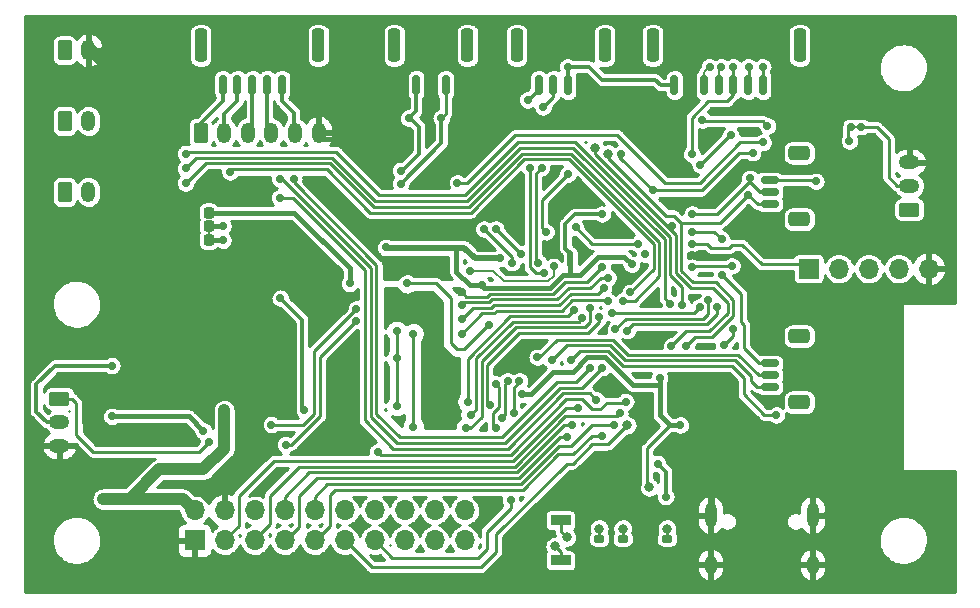
<source format=gbr>
%TF.GenerationSoftware,KiCad,Pcbnew,(5.99.0-9885-g7a8abcadd2)*%
%TF.CreationDate,2021-03-24T01:14:47-05:00*%
%TF.ProjectId,24_control_board,32345f63-6f6e-4747-926f-6c5f626f6172,rev?*%
%TF.SameCoordinates,Original*%
%TF.FileFunction,Copper,L1,Top*%
%TF.FilePolarity,Positive*%
%FSLAX46Y46*%
G04 Gerber Fmt 4.6, Leading zero omitted, Abs format (unit mm)*
G04 Created by KiCad (PCBNEW (5.99.0-9885-g7a8abcadd2)) date 2021-03-24 01:14:47*
%MOMM*%
%LPD*%
G01*
G04 APERTURE LIST*
G04 Aperture macros list*
%AMRoundRect*
0 Rectangle with rounded corners*
0 $1 Rounding radius*
0 $2 $3 $4 $5 $6 $7 $8 $9 X,Y pos of 4 corners*
0 Add a 4 corners polygon primitive as box body*
4,1,4,$2,$3,$4,$5,$6,$7,$8,$9,$2,$3,0*
0 Add four circle primitives for the rounded corners*
1,1,$1+$1,$2,$3*
1,1,$1+$1,$4,$5*
1,1,$1+$1,$6,$7*
1,1,$1+$1,$8,$9*
0 Add four rect primitives between the rounded corners*
20,1,$1+$1,$2,$3,$4,$5,0*
20,1,$1+$1,$4,$5,$6,$7,0*
20,1,$1+$1,$6,$7,$8,$9,0*
20,1,$1+$1,$8,$9,$2,$3,0*%
G04 Aperture macros list end*
%TA.AperFunction,EtchedComponent*%
%ADD10C,0.200000*%
%TD*%
%TA.AperFunction,EtchedComponent*%
%ADD11C,0.150000*%
%TD*%
%TA.AperFunction,SMDPad,CuDef*%
%ADD12RoundRect,0.150000X0.300000X-0.150000X0.300000X0.150000X-0.300000X0.150000X-0.300000X-0.150000X0*%
%TD*%
%TA.AperFunction,ComponentPad*%
%ADD13R,1.700000X1.700000*%
%TD*%
%TA.AperFunction,ComponentPad*%
%ADD14O,1.700000X1.700000*%
%TD*%
%TA.AperFunction,ComponentPad*%
%ADD15RoundRect,0.250000X-0.350000X-0.625000X0.350000X-0.625000X0.350000X0.625000X-0.350000X0.625000X0*%
%TD*%
%TA.AperFunction,ComponentPad*%
%ADD16O,1.200000X1.750000*%
%TD*%
%TA.AperFunction,SMDPad,CuDef*%
%ADD17RoundRect,0.150000X-0.175000X-0.150000X0.175000X-0.150000X0.175000X0.150000X-0.175000X0.150000X0*%
%TD*%
%TA.AperFunction,SMDPad,CuDef*%
%ADD18RoundRect,0.225000X0.225000X-0.250000X0.225000X0.250000X-0.225000X0.250000X-0.225000X-0.250000X0*%
%TD*%
%TA.AperFunction,ComponentPad*%
%ADD19RoundRect,0.250000X0.625000X-0.350000X0.625000X0.350000X-0.625000X0.350000X-0.625000X-0.350000X0*%
%TD*%
%TA.AperFunction,ComponentPad*%
%ADD20O,1.750000X1.200000*%
%TD*%
%TA.AperFunction,SMDPad,CuDef*%
%ADD21RoundRect,0.150000X-0.150000X-0.700000X0.150000X-0.700000X0.150000X0.700000X-0.150000X0.700000X0*%
%TD*%
%TA.AperFunction,SMDPad,CuDef*%
%ADD22RoundRect,0.250000X-0.250000X-1.150000X0.250000X-1.150000X0.250000X1.150000X-0.250000X1.150000X0*%
%TD*%
%TA.AperFunction,SMDPad,CuDef*%
%ADD23RoundRect,0.150000X-0.625000X0.150000X-0.625000X-0.150000X0.625000X-0.150000X0.625000X0.150000X0*%
%TD*%
%TA.AperFunction,SMDPad,CuDef*%
%ADD24RoundRect,0.250000X-0.650000X0.350000X-0.650000X-0.350000X0.650000X-0.350000X0.650000X0.350000X0*%
%TD*%
%TA.AperFunction,SMDPad,CuDef*%
%ADD25R,1.700000X0.900000*%
%TD*%
%TA.AperFunction,SMDPad,CuDef*%
%ADD26C,0.500000*%
%TD*%
%TA.AperFunction,ComponentPad*%
%ADD27RoundRect,0.250000X-0.625000X0.350000X-0.625000X-0.350000X0.625000X-0.350000X0.625000X0.350000X0*%
%TD*%
%TA.AperFunction,ComponentPad*%
%ADD28O,1.000000X2.100000*%
%TD*%
%TA.AperFunction,ComponentPad*%
%ADD29O,1.000000X1.600000*%
%TD*%
%TA.AperFunction,ViaPad*%
%ADD30C,0.700000*%
%TD*%
%TA.AperFunction,ViaPad*%
%ADD31C,0.800000*%
%TD*%
%TA.AperFunction,Conductor*%
%ADD32C,0.500000*%
%TD*%
%TA.AperFunction,Conductor*%
%ADD33C,0.300000*%
%TD*%
%TA.AperFunction,Conductor*%
%ADD34C,0.250000*%
%TD*%
%TA.AperFunction,Conductor*%
%ADD35C,0.200000*%
%TD*%
%TA.AperFunction,Conductor*%
%ADD36C,0.400000*%
%TD*%
%TA.AperFunction,Conductor*%
%ADD37C,1.000000*%
%TD*%
%TA.AperFunction,Conductor*%
%ADD38C,0.254000*%
%TD*%
%TA.AperFunction,NonConductor*%
%ADD39C,0.254000*%
%TD*%
G04 APERTURE END LIST*
D10*
%TO.C,JP101*%
X161800000Y-80000000D02*
X162200000Y-80000000D01*
D11*
%TO.C,JP102*%
X107200000Y-89175000D02*
X107200000Y-88775000D01*
%TO.C,NT1*%
G36*
X138050000Y-91700000D02*
G01*
X137550000Y-91700000D01*
X137550000Y-90700000D01*
X138050000Y-90700000D01*
X138050000Y-91700000D01*
G37*
%TD*%
D12*
%TO.P,D501,A,A*%
%TO.N,GND*%
X146000000Y-116350000D03*
%TO.P,D501,C,C*%
%TO.N,/Microcontroller/LED_BL_R*%
X146000000Y-114850000D03*
%TD*%
%TO.P,D502,A,A*%
%TO.N,GND*%
X142250000Y-116350000D03*
%TO.P,D502,C,C*%
%TO.N,/Microcontroller/LED_GN_R*%
X142250000Y-114850000D03*
%TD*%
%TO.P,D503,A,A*%
%TO.N,GND*%
X140250000Y-116350000D03*
%TO.P,D503,C,C*%
%TO.N,/Microcontroller/LED_RD_R*%
X140250000Y-114850000D03*
%TD*%
D13*
%TO.P,J501,1,Pin_1*%
%TO.N,/Microcontroller/PC15*%
X158000000Y-92000000D03*
D14*
%TO.P,J501,2,Pin_2*%
%TO.N,/Microcontroller/PB3*%
X160540000Y-92000000D03*
%TO.P,J501,3,Pin_3*%
%TO.N,/Microcontroller/PC12*%
X163080000Y-92000000D03*
%TO.P,J501,4,Pin_4*%
%TO.N,/Microcontroller/PB4*%
X165620000Y-92000000D03*
%TO.P,J501,5,Pin_5*%
%TO.N,GND*%
X168160000Y-92000000D03*
%TD*%
D15*
%TO.P,J601,1,Pin_1*%
%TO.N,+12V*%
X95000000Y-73500000D03*
D16*
%TO.P,J601,2,Pin_2*%
%TO.N,GND*%
X97000000Y-73500000D03*
%TD*%
D17*
%TO.P,JP101,1,1*%
%TO.N,+5V*%
X161575000Y-80000000D03*
%TO.P,JP101,2,2*%
%TO.N,Net-(JP101-Pad2)*%
X162425000Y-80000000D03*
%TD*%
D18*
%TO.P,JP102,1,A*%
%TO.N,+3V3*%
X107200000Y-89550000D03*
%TO.P,JP102,2,C*%
%TO.N,Net-(JP102-Pad2)*%
X107200000Y-88400000D03*
%TO.P,JP102,3,B*%
%TO.N,+5V*%
X107200000Y-87250000D03*
%TD*%
D19*
%TO.P,K101,1,Pin_1*%
%TO.N,Net-(K101-Pad1)*%
X166500000Y-87000000D03*
D20*
%TO.P,K101,2,Pin_2*%
%TO.N,Net-(JP101-Pad2)*%
X166500000Y-85000000D03*
%TO.P,K101,3,Pin_3*%
%TO.N,GND*%
X166500000Y-83000000D03*
%TD*%
D21*
%TO.P,P101,1,Pin_1*%
%TO.N,+3V3*%
X146625000Y-76450000D03*
%TO.P,P101,2,Pin_2*%
%TO.N,GND*%
X147875000Y-76450000D03*
%TO.P,P101,3,Pin_3*%
%TO.N,/ADC_THROTTLE_R*%
X149125000Y-76450000D03*
%TO.P,P101,4,Pin_4*%
%TO.N,/ADC_REGEN_R*%
X150375000Y-76450000D03*
%TO.P,P101,5,Pin_5*%
%TO.N,/Microcontroller/REVERSE_SW*%
X151625000Y-76450000D03*
%TO.P,P101,6,Pin_6*%
%TO.N,/Microcontroller/BRAKE_SW*%
X152875000Y-76450000D03*
%TO.P,P101,7,Pin_7*%
%TO.N,/Microcontroller/PWR-CRUISE*%
X154125000Y-76450000D03*
%TO.P,P101,8,Pin_8*%
%TO.N,GND*%
X155375000Y-76450000D03*
D22*
%TO.P,P101,MP*%
%TO.N,N/C*%
X144775000Y-73100000D03*
X157225000Y-73100000D03*
%TD*%
D21*
%TO.P,P102,1,Pin_1*%
%TO.N,/Microcontroller/USART1_RX*%
X135125000Y-76450000D03*
%TO.P,P102,2,Pin_2*%
%TO.N,/Microcontroller/USART1_TX*%
X136375000Y-76450000D03*
%TO.P,P102,3,Pin_3*%
%TO.N,+3V3*%
X137625000Y-76450000D03*
%TO.P,P102,4,Pin_4*%
%TO.N,GND*%
X138875000Y-76450000D03*
D22*
%TO.P,P102,MP*%
%TO.N,N/C*%
X133275000Y-73100000D03*
X140725000Y-73100000D03*
%TD*%
D23*
%TO.P,P103,1,Pin_1*%
%TO.N,GND*%
X154675000Y-83500000D03*
%TO.P,P103,2,Pin_2*%
%TO.N,+3V3*%
X154675000Y-84500000D03*
%TO.P,P103,3,Pin_3*%
%TO.N,/6DOF IMU/IMU_SDA*%
X154675000Y-85500000D03*
%TO.P,P103,4,Pin_4*%
%TO.N,/6DOF IMU/IMU_SCL*%
X154675000Y-86500000D03*
D24*
%TO.P,P103,MP*%
%TO.N,N/C*%
X157200000Y-87800000D03*
X157200000Y-82200000D03*
%TD*%
D23*
%TO.P,P501,1,Pin_1*%
%TO.N,GND*%
X154675000Y-99000000D03*
%TO.P,P501,2,Pin_2*%
%TO.N,NRST*%
X154675000Y-100000000D03*
%TO.P,P501,3,Pin_3*%
%TO.N,SWCLK*%
X154675000Y-101000000D03*
%TO.P,P501,4,Pin_4*%
%TO.N,SWDIO*%
X154675000Y-102000000D03*
D24*
%TO.P,P501,MP*%
%TO.N,N/C*%
X157200000Y-103300000D03*
X157200000Y-97700000D03*
%TD*%
D25*
%TO.P,SW501,1,1*%
%TO.N,/Microcontroller/USR_BTN-DFU_BOOT*%
X137000000Y-116700000D03*
%TO.P,SW501,2,2*%
%TO.N,+3V3*%
X137000000Y-113300000D03*
%TD*%
D15*
%TO.P,J602,1,Pin_1*%
%TO.N,+12V*%
X95000000Y-85500000D03*
D16*
%TO.P,J602,2,Pin_2*%
%TO.N,Net-(J602-Pad2)*%
X97000000Y-85500000D03*
%TD*%
D15*
%TO.P,J603,1,Pin_1*%
%TO.N,+12V*%
X95000000Y-79500000D03*
D16*
%TO.P,J603,2,Pin_2*%
%TO.N,Net-(J603-Pad2)*%
X97000000Y-79500000D03*
%TD*%
D26*
%TO.P,NT1,2,2*%
%TO.N,+3.3VA*%
X137800000Y-90700000D03*
%TO.P,NT1,1,1*%
%TO.N,+3V3*%
X137800000Y-91700000D03*
%TD*%
D15*
%TO.P,P104,1,Pin_1*%
%TO.N,Net-(JP102-Pad2)*%
X106500000Y-80500000D03*
D16*
%TO.P,P104,2,Pin_2*%
%TO.N,/Microcontroller/TEMP_MOTOR*%
X108500000Y-80500000D03*
%TO.P,P104,3,Pin_3*%
%TO.N,/Microcontroller/HALL_1*%
X110500000Y-80500000D03*
%TO.P,P104,4,Pin_4*%
%TO.N,/Microcontroller/HALL_2*%
X112500000Y-80500000D03*
%TO.P,P104,5,Pin_5*%
%TO.N,/Microcontroller/HALL_3*%
X114500000Y-80500000D03*
%TO.P,P104,6,Pin_6*%
%TO.N,GND*%
X116500000Y-80500000D03*
%TD*%
D27*
%TO.P,K1,1,Pin_1*%
%TO.N,/Microcontroller/SW_SNS*%
X94550000Y-103000000D03*
D20*
%TO.P,K1,2,Pin_2*%
%TO.N,+3V3*%
X94550000Y-105000000D03*
%TO.P,K1,3,Pin_3*%
%TO.N,GND*%
X94550000Y-107000000D03*
%TD*%
D21*
%TO.P,P110,1,Pin_1*%
%TO.N,Net-(JP102-Pad2)*%
X108375000Y-76450000D03*
%TO.P,P110,2,Pin_2*%
%TO.N,/Microcontroller/TEMP_MOTOR*%
X109625000Y-76450000D03*
%TO.P,P110,3,Pin_3*%
%TO.N,/Microcontroller/HALL_1*%
X110875000Y-76450000D03*
%TO.P,P110,4,Pin_4*%
%TO.N,/Microcontroller/HALL_2*%
X112125000Y-76450000D03*
%TO.P,P110,5,Pin_5*%
%TO.N,/Microcontroller/HALL_3*%
X113375000Y-76450000D03*
%TO.P,P110,6,Pin_6*%
%TO.N,GND*%
X114625000Y-76450000D03*
D22*
%TO.P,P110,MP*%
%TO.N,N/C*%
X116475000Y-73100000D03*
X106525000Y-73100000D03*
%TD*%
D21*
%TO.P,J1,1,Pin_1*%
%TO.N,/CAN_tranciever/CANH*%
X124750000Y-76450000D03*
%TO.P,J1,2,Pin_2*%
%TO.N,GND*%
X126000000Y-76450000D03*
%TO.P,J1,3,Pin_3*%
%TO.N,/CAN_tranciever/CANL*%
X127250000Y-76450000D03*
D22*
%TO.P,J1,MP*%
%TO.N,N/C*%
X129100000Y-73100000D03*
X122900000Y-73100000D03*
%TD*%
D28*
%TO.P,J401,S1,SHIELD*%
%TO.N,GND*%
X158320000Y-112870000D03*
X149680000Y-112870000D03*
D29*
X158320000Y-117050000D03*
X149680000Y-117050000D03*
%TD*%
D13*
%TO.P,J901,1,Pin_1*%
%TO.N,GND*%
X106000000Y-115000000D03*
D14*
%TO.P,J901,2,Pin_2*%
%TO.N,+12V*%
X106000000Y-112460000D03*
%TO.P,J901,3,Pin_3*%
%TO.N,/Microcontroller/H1*%
X108540000Y-115000000D03*
%TO.P,J901,4,Pin_4*%
%TO.N,GND*%
X108540000Y-112460000D03*
%TO.P,J901,5,Pin_5*%
%TO.N,/Microcontroller/L1*%
X111080000Y-115000000D03*
%TO.P,J901,6,Pin_6*%
%TO.N,/power_stage/12V_EN*%
X111080000Y-112460000D03*
%TO.P,J901,7,Pin_7*%
%TO.N,/Microcontroller/H3*%
X113620000Y-115000000D03*
%TO.P,J901,8,Pin_8*%
%TO.N,/Microcontroller/H2*%
X113620000Y-112460000D03*
%TO.P,J901,9,Pin_9*%
%TO.N,/Microcontroller/L3*%
X116160000Y-115000000D03*
%TO.P,J901,10,Pin_10*%
%TO.N,/Microcontroller/L2*%
X116160000Y-112460000D03*
%TO.P,J901,11,Pin_11*%
%TO.N,/Microcontroller/ADC_TEMP*%
X118700000Y-115000000D03*
%TO.P,J901,12,Pin_12*%
%TO.N,/power_stage/isense_pwr*%
X118700000Y-112460000D03*
%TO.P,J901,13,Pin_13*%
%TO.N,/Microcontroller/ADC_VBUS*%
X121240000Y-115000000D03*
%TO.P,J901,14,Pin_14*%
%TO.N,GNDA*%
X121240000Y-112460000D03*
%TO.P,J901,15,Pin_15*%
%TO.N,/Microcontroller/PHASE_V_1_ADC*%
X123780000Y-115000000D03*
%TO.P,J901,16,Pin_16*%
%TO.N,/Phase filters/IN_A*%
X123780000Y-112460000D03*
%TO.P,J901,17,Pin_17*%
%TO.N,/Microcontroller/PHASE_V_2_ADC*%
X126320000Y-115000000D03*
%TO.P,J901,18,Pin_18*%
%TO.N,/Phase filters/IN_B*%
X126320000Y-112460000D03*
%TO.P,J901,19,Pin_19*%
%TO.N,/Microcontroller/PHASE_V_3_ADC*%
X128860000Y-115000000D03*
%TO.P,J901,20,Pin_20*%
%TO.N,/Phase filters/IN_C*%
X128860000Y-112460000D03*
%TD*%
D30*
%TO.N,/USB connector/USB_VBUS*%
X145900000Y-111300000D03*
X145200000Y-108500000D03*
%TO.N,/Microcontroller/SW_SNS*%
X129300000Y-92200000D03*
X136400000Y-91800000D03*
%TO.N,/Microcontroller/SW_EN*%
X124000000Y-93200000D03*
X130900000Y-96800000D03*
%TO.N,GNDA*%
X128600000Y-94000000D03*
%TO.N,/Microcontroller/PHASE_CURRENT_1_ADC*%
X128600000Y-95100000D03*
X124525000Y-105375000D03*
%TO.N,/Microcontroller/SW_EN*%
X119700000Y-96400000D03*
%TO.N,/Microcontroller/SW_SNS*%
X119700000Y-95400000D03*
X112500000Y-105200000D03*
%TO.N,/Microcontroller/SW_EN*%
X113700000Y-106900000D03*
%TO.N,/Microcontroller/SW_SNS*%
X107200000Y-106700000D03*
%TO.N,+3V3*%
X99000000Y-100200000D03*
%TO.N,/Microcontroller/TEMP_MOTOR*%
X142875000Y-94000000D03*
X109000000Y-83800000D03*
%TO.N,+12V*%
X108500000Y-104000000D03*
X99250000Y-111500000D03*
X98250000Y-111500000D03*
X108500000Y-105250000D03*
%TO.N,GND*%
X147200000Y-73900000D03*
X147125000Y-103875000D03*
X148125000Y-90875000D03*
X104250000Y-80500000D03*
D31*
X136750000Y-112000000D03*
D30*
X157250000Y-86500000D03*
D31*
X149875000Y-108500000D03*
D30*
X152000000Y-90875000D03*
D31*
X126000000Y-81000000D03*
D30*
X153125000Y-95000000D03*
X120600000Y-81000000D03*
D31*
X138250000Y-109500000D03*
D30*
X102750000Y-91250000D03*
X102750000Y-92500000D03*
X100000000Y-105750000D03*
X110750000Y-102500000D03*
D31*
X113500000Y-90000000D03*
D30*
X99000000Y-105750000D03*
X144200000Y-79300000D03*
X146000000Y-82600000D03*
X120250000Y-88500000D03*
X103250000Y-102250000D03*
X130062500Y-89625000D03*
X104250000Y-86500000D03*
X153250000Y-83250000D03*
D31*
X125750000Y-75250000D03*
D30*
X155400000Y-78100000D03*
D31*
X110000000Y-89800000D03*
D30*
X102000000Y-102500000D03*
X124000000Y-88500000D03*
X148250000Y-101625000D03*
D31*
X133125000Y-85250000D03*
D30*
X138625000Y-79250000D03*
X110750000Y-100500000D03*
%TO.N,+3V3*%
X130300000Y-93400000D03*
X133750000Y-102625000D03*
D31*
X137500000Y-114750000D03*
D30*
X151500000Y-91750000D03*
X131875000Y-91125000D03*
X115300000Y-104000000D03*
X145375000Y-101250000D03*
X108400000Y-89600000D03*
X147125000Y-105250000D03*
X143000000Y-91625000D03*
D31*
X144500000Y-110500000D03*
D30*
X148125000Y-91875000D03*
X137600000Y-74900000D03*
X158600000Y-84600000D03*
X113250000Y-94500000D03*
X122200000Y-90200000D03*
%TO.N,/Microcontroller/PB4*%
X148750000Y-95250000D03*
X141375000Y-95750000D03*
%TO.N,/Microcontroller/PB3*%
X141625000Y-97125000D03*
X149500000Y-94625000D03*
%TO.N,SWCLK*%
X135000000Y-99500000D03*
%TO.N,SWDIO*%
X136250000Y-99750000D03*
%TO.N,NRST*%
X138250000Y-88500000D03*
X150625000Y-89500000D03*
X143562500Y-89875000D03*
X150625000Y-92500000D03*
X148125000Y-88875000D03*
D31*
%TO.N,/Microcontroller/ADC_TEMP*%
X142625000Y-105250000D03*
D30*
%TO.N,/Microcontroller/PHASE_CURRENT_1_ADC*%
X141000000Y-92750000D03*
X124500000Y-97500000D03*
%TO.N,GNDA*%
X125650000Y-102250000D03*
X125650000Y-98250000D03*
X125650000Y-94250000D03*
X140500000Y-91875000D03*
%TO.N,/Microcontroller/PHASE_CURRENT_2_ADC*%
X140625000Y-93625000D03*
X128600000Y-96300000D03*
%TO.N,/Microcontroller/PHASE_CURRENT_3_ADC*%
X128600000Y-97500000D03*
X140975708Y-94722405D03*
%TO.N,/Microcontroller/ADC_REGEN*%
X148800000Y-83200000D03*
X151400000Y-80700000D03*
%TO.N,/Microcontroller/ADC_THROTTLE*%
X149000000Y-79400000D03*
X154500000Y-79900000D03*
%TO.N,/Microcontroller/PWR-CRUISE*%
X154100000Y-74900000D03*
%TO.N,/Microcontroller/BRAKE_SW*%
X137600000Y-84000000D03*
X152900000Y-74900000D03*
X135750000Y-88875000D03*
%TO.N,/Microcontroller/REVERSE_SW*%
X148100000Y-82300000D03*
X151600000Y-74900000D03*
%TO.N,/Microcontroller/HALL_3*%
X113200000Y-86000000D03*
X140000000Y-103125000D03*
%TO.N,/Microcontroller/HALL_2*%
X114400000Y-84400000D03*
X139500000Y-100375000D03*
%TO.N,/Microcontroller/HALL_1*%
X113200000Y-84400000D03*
X140516003Y-100375000D03*
%TO.N,+5V*%
X161437500Y-81187500D03*
X128250000Y-84750000D03*
X154125000Y-81312500D03*
X119125000Y-93250000D03*
%TO.N,/6DOF IMU/IMU_SCL*%
X152887480Y-85724990D03*
D31*
X141000000Y-82250000D03*
D30*
X147625000Y-98562500D03*
%TO.N,/6DOF IMU/IMU_SDA*%
X146437500Y-88375000D03*
X148125000Y-87375000D03*
D31*
X139875000Y-81750000D03*
D30*
X153012480Y-84349990D03*
X146375000Y-98562500D03*
X153012480Y-84349990D03*
%TO.N,/Microcontroller/USART1_TX*%
X135500000Y-78300000D03*
X134375000Y-83434000D03*
X135600000Y-92400000D03*
%TO.N,/Microcontroller/USART1_RX*%
X135100000Y-91500000D03*
X135375000Y-83434000D03*
X134200000Y-77700000D03*
%TO.N,/CAN_tranciever/CANH*%
X124125000Y-79250000D03*
X123437500Y-83687500D03*
%TO.N,/CAN_tranciever/CANL*%
X126875000Y-79250000D03*
X123437500Y-84812500D03*
%TO.N,/Microcontroller/H1*%
X138500000Y-103759000D03*
%TO.N,/Microcontroller/L1*%
X142000000Y-104250000D03*
%TO.N,/Microcontroller/H3*%
X137515940Y-106250000D03*
%TO.N,/Microcontroller/H2*%
X137991320Y-105250000D03*
%TO.N,/Microcontroller/L3*%
X140500000Y-106125000D03*
%TO.N,/servo*%
X144812500Y-85375000D03*
X142062500Y-82312500D03*
X153250000Y-82187500D03*
%TO.N,/Microcontroller/L2*%
X141500000Y-105250000D03*
%TO.N,/Microcontroller/ADC_VBUS*%
X140250000Y-96125000D03*
X132750000Y-111625000D03*
X131000000Y-103500000D03*
%TO.N,/Microcontroller/PHASE_V_1_ADC*%
X138100000Y-95500000D03*
X129125000Y-103250000D03*
%TO.N,/Microcontroller/PHASE_V_2_ADC*%
X138800000Y-96200000D03*
X129375000Y-104375000D03*
%TO.N,/Microcontroller/LED_GREEN*%
X133000000Y-104250000D03*
X133500000Y-101500000D03*
%TO.N,/Microcontroller/PHASE_V_3_ADC*%
X139489920Y-95367864D03*
X129000000Y-105500000D03*
%TO.N,+3.3VA*%
X140500000Y-87375000D03*
%TO.N,/AUX PWM OUT/aux1_pwm_in*%
X146281250Y-94968750D03*
X105250000Y-83500000D03*
%TO.N,/AUX PWM OUT/aux2_pwm_in*%
X105250000Y-82250000D03*
X147250000Y-95031250D03*
%TO.N,/Microcontroller/PHASE_FILTER_CTL*%
X123100000Y-99600000D03*
X123100000Y-97300000D03*
X123100000Y-103600000D03*
X142500000Y-103250000D03*
X121500000Y-107509000D03*
%TO.N,/Microcontroller/BLE_SWDCLK*%
X151625000Y-97125000D03*
X150812500Y-98500000D03*
%TO.N,/Microcontroller/USR_BTN-DFU_BOOT*%
X131500000Y-105500000D03*
D31*
X136500000Y-115500000D03*
D30*
X131500000Y-101750000D03*
%TO.N,/Microcontroller/LED_RED*%
X132000000Y-104625000D03*
X132500000Y-101500000D03*
%TO.N,/Microcontroller/gdrv_vsense*%
X105250000Y-84750000D03*
X142250000Y-94750000D03*
%TO.N,Net-(C210-Pad2)*%
X99000000Y-104500000D03*
X106750000Y-105750000D03*
%TO.N,Net-(JP102-Pad2)*%
X108400000Y-88400000D03*
%TO.N,/ADC_THROTTLE_R*%
X149600000Y-74900000D03*
%TO.N,/ADC_REGEN_R*%
X150600000Y-74900000D03*
D31*
%TO.N,/Microcontroller/LED_BL_R*%
X146000000Y-114000000D03*
%TO.N,/Microcontroller/LED_GN_R*%
X142250000Y-114000000D03*
%TO.N,/Microcontroller/LED_RD_R*%
X140250000Y-114000000D03*
D30*
%TO.N,/Microcontroller/BLE_SWDIO*%
X155250000Y-104375000D03*
X137875000Y-99750000D03*
%TO.N,/CAN_tranciever/CAN_TX*%
X131500000Y-88625000D03*
X133625000Y-90750000D03*
%TO.N,/Microcontroller/PC15*%
X144125000Y-90750000D03*
X148125000Y-89875000D03*
%TO.N,/Microcontroller/PC12*%
X150250000Y-95250000D03*
X142625000Y-97250000D03*
%TO.N,/CAN_tranciever/CAN_RX*%
X132875000Y-91484958D03*
X130500000Y-88625000D03*
%TD*%
D32*
%TO.N,+3V3*%
X122250000Y-90250000D02*
X122200000Y-90200000D01*
X128150000Y-90250000D02*
X122250000Y-90250000D01*
D33*
%TO.N,/USB connector/USB_VBUS*%
X145200000Y-108500000D02*
X145900000Y-109200000D01*
X145900000Y-109200000D02*
X145900000Y-111300000D01*
D34*
%TO.N,+3V3*%
X144500000Y-110500000D02*
X144300000Y-110300000D01*
X144300000Y-110300000D02*
X144300000Y-107200000D01*
X144300000Y-107200000D02*
X146250000Y-105250000D01*
%TO.N,/Microcontroller/HALL_2*%
X139500000Y-100375000D02*
X138312500Y-101562500D01*
X123375000Y-106250000D02*
X121400000Y-104275000D01*
X138312500Y-101562500D02*
X136687500Y-101562500D01*
X136687500Y-101562500D02*
X132000000Y-106250000D01*
X121400000Y-104275000D02*
X121400000Y-91700000D01*
X132000000Y-106250000D02*
X123375000Y-106250000D01*
X121400000Y-91700000D02*
X114400000Y-84700000D01*
X114400000Y-84700000D02*
X114400000Y-84400000D01*
%TO.N,/Microcontroller/HALL_3*%
X140000000Y-103125000D02*
X139437500Y-102562500D01*
X139437500Y-102562500D02*
X137187500Y-102562500D01*
X120400000Y-104837500D02*
X120400000Y-92100000D01*
X137187500Y-102562500D02*
X132500000Y-107250000D01*
X132500000Y-107250000D02*
X122812500Y-107250000D01*
X122812500Y-107250000D02*
X120400000Y-104837500D01*
X120400000Y-92100000D02*
X114300000Y-86000000D01*
X114300000Y-86000000D02*
X113200000Y-86000000D01*
%TO.N,/Microcontroller/ADC_VBUS*%
X131000000Y-103500000D02*
X130773030Y-103273030D01*
X130773030Y-103273030D02*
X130773030Y-100126970D01*
X130773030Y-100126970D02*
X133496912Y-97403088D01*
X133496912Y-97403088D02*
X139346912Y-97403088D01*
X139346912Y-97403088D02*
X140250000Y-96500000D01*
X140250000Y-96500000D02*
X140250000Y-96125000D01*
D35*
%TO.N,/Microcontroller/SW_SNS*%
X131300000Y-92200000D02*
X129300000Y-92200000D01*
X132166001Y-93066001D02*
X131300000Y-92200000D01*
X135919681Y-93066001D02*
X132166001Y-93066001D01*
X136400000Y-91800000D02*
X136400000Y-92585682D01*
X136400000Y-92585682D02*
X135919681Y-93066001D01*
D36*
%TO.N,+3V3*%
X130500000Y-93600000D02*
X130300000Y-93400000D01*
X136115432Y-93600000D02*
X130500000Y-93600000D01*
X137200000Y-92515432D02*
X136115432Y-93600000D01*
X128150000Y-90250000D02*
X128150000Y-92250000D01*
X137200000Y-92500000D02*
X137200000Y-92515432D01*
X128150000Y-92250000D02*
X129300000Y-93400000D01*
X129300000Y-93400000D02*
X130300000Y-93400000D01*
D32*
X131875000Y-91125000D02*
X129725000Y-91125000D01*
X129725000Y-91125000D02*
X128850000Y-90250000D01*
X128850000Y-90250000D02*
X128150000Y-90250000D01*
D34*
%TO.N,GNDA*%
X128991001Y-94391001D02*
X128600000Y-94000000D01*
X130731681Y-94391001D02*
X128991001Y-94391001D01*
X130981671Y-94141011D02*
X130731681Y-94391001D01*
X139217485Y-93157515D02*
X137323023Y-93157515D01*
X137323023Y-93157515D02*
X136339527Y-94141011D01*
X136339527Y-94141011D02*
X130981671Y-94141011D01*
X140500000Y-91875000D02*
X139217485Y-93157515D01*
%TO.N,/Microcontroller/USART1_TX*%
X134900000Y-92400000D02*
X135600000Y-92400000D01*
X134375000Y-91875000D02*
X134900000Y-92400000D01*
X134375000Y-83434000D02*
X134375000Y-91875000D01*
%TO.N,/Microcontroller/PHASE_V_3_ADC*%
X139491001Y-95368945D02*
X139489920Y-95367864D01*
X139491001Y-96531681D02*
X139491001Y-95368945D01*
X139085605Y-96937077D02*
X139491001Y-96531681D01*
X130307020Y-104539662D02*
X130307021Y-99817979D01*
%TO.N,/Microcontroller/PHASE_V_2_ADC*%
X138528934Y-96471066D02*
X138800000Y-96200000D01*
X129841010Y-99568030D02*
X132937974Y-96471066D01*
%TO.N,/Microcontroller/PHASE_V_3_ADC*%
X130307021Y-99817979D02*
X133187923Y-96937077D01*
%TO.N,/Microcontroller/PHASE_V_2_ADC*%
X129841010Y-103908990D02*
X129841010Y-99568030D01*
%TO.N,/Microcontroller/PHASE_V_3_ADC*%
X129000000Y-105500000D02*
X129346682Y-105500000D01*
%TO.N,/Microcontroller/PHASE_V_2_ADC*%
X129375000Y-104375000D02*
X129841010Y-103908990D01*
X132937974Y-96471066D02*
X138528934Y-96471066D01*
%TO.N,/Microcontroller/PHASE_V_1_ADC*%
X137594945Y-96005055D02*
X138100000Y-95500000D01*
X132744945Y-96005055D02*
X137594945Y-96005055D01*
X129125000Y-99625000D02*
X132744945Y-96005055D01*
X129125000Y-103250000D02*
X129125000Y-99625000D01*
%TO.N,/Microcontroller/PHASE_CURRENT_3_ADC*%
X130310966Y-95789034D02*
X128600000Y-97500000D01*
X131560754Y-95539044D02*
X131310763Y-95789034D01*
%TO.N,/Microcontroller/PHASE_CURRENT_1_ADC*%
X141000000Y-92750000D02*
X140375000Y-92750000D01*
X140375000Y-92750000D02*
X139500000Y-93625000D01*
X139500000Y-93625000D02*
X137675000Y-93625000D01*
%TO.N,/Microcontroller/PHASE_CURRENT_3_ADC*%
X140975708Y-94722405D02*
X140878303Y-94625000D01*
%TO.N,/Microcontroller/PHASE_V_3_ADC*%
X129346682Y-105500000D02*
X130307020Y-104539662D01*
%TO.N,/Microcontroller/PHASE_CURRENT_3_ADC*%
X140878303Y-94625000D02*
X137993079Y-94625000D01*
%TO.N,/Microcontroller/PHASE_CURRENT_1_ADC*%
X131174700Y-94607022D02*
X130924709Y-94857012D01*
%TO.N,/Microcontroller/PHASE_CURRENT_2_ADC*%
X140625000Y-93625000D02*
X140125000Y-94125000D01*
%TO.N,/Microcontroller/PHASE_CURRENT_1_ADC*%
X137675000Y-93625000D02*
X136692978Y-94607022D01*
%TO.N,/Microcontroller/PHASE_CURRENT_2_ADC*%
X131117736Y-95323023D02*
X129576977Y-95323023D01*
%TO.N,/Microcontroller/PHASE_CURRENT_1_ADC*%
X136692978Y-94607022D02*
X131174700Y-94607022D01*
X130924709Y-94857012D02*
X128842988Y-94857012D01*
X128842988Y-94857012D02*
X128600000Y-95100000D01*
%TO.N,/Microcontroller/PHASE_CURRENT_2_ADC*%
X140125000Y-94125000D02*
X137834040Y-94125000D01*
%TO.N,/Microcontroller/PHASE_CURRENT_3_ADC*%
X131310763Y-95789034D02*
X130310966Y-95789034D01*
%TO.N,/Microcontroller/PHASE_CURRENT_2_ADC*%
X137834040Y-94125000D02*
X136886006Y-95073033D01*
%TO.N,/Microcontroller/PHASE_CURRENT_3_ADC*%
X137079034Y-95539044D02*
X131560754Y-95539044D01*
%TO.N,/Microcontroller/PHASE_CURRENT_2_ADC*%
X136886006Y-95073033D02*
X131367727Y-95073033D01*
X131367727Y-95073033D02*
X131117736Y-95323023D01*
%TO.N,/Microcontroller/PHASE_V_3_ADC*%
X133187923Y-96937077D02*
X139085605Y-96937077D01*
%TO.N,/Microcontroller/PHASE_CURRENT_2_ADC*%
X129576977Y-95323023D02*
X128600000Y-96300000D01*
%TO.N,/Microcontroller/PHASE_CURRENT_3_ADC*%
X137993079Y-94625000D02*
X137079034Y-95539044D01*
D36*
%TO.N,+3V3*%
X138625000Y-92500000D02*
X137800000Y-92500000D01*
X137800000Y-92500000D02*
X137200000Y-92500000D01*
X137800000Y-91700000D02*
X137800000Y-92500000D01*
X137200000Y-92500000D02*
X137000000Y-92700000D01*
X140125000Y-91000000D02*
X138625000Y-92500000D01*
X143000000Y-91625000D02*
X142375000Y-91000000D01*
X142375000Y-91000000D02*
X140125000Y-91000000D01*
D34*
%TO.N,/Microcontroller/USART1_RX*%
X135375000Y-83434000D02*
X134875000Y-83934000D01*
X134875000Y-83934000D02*
X134875000Y-91275000D01*
X134875000Y-91275000D02*
X135100000Y-91500000D01*
D33*
%TO.N,+3.3VA*%
X140500000Y-87375000D02*
X138225000Y-87375000D01*
X138225000Y-87375000D02*
X137400000Y-88200000D01*
X137400000Y-88200000D02*
X137400000Y-90300000D01*
X137400000Y-90300000D02*
X137800000Y-90700000D01*
D34*
%TO.N,/Microcontroller/SW_EN*%
X124000000Y-93200000D02*
X126400000Y-93200000D01*
X127700000Y-98300000D02*
X127700000Y-94500000D01*
X126400000Y-93200000D02*
X127700000Y-94500000D01*
X130900000Y-96800000D02*
X130800000Y-96800000D01*
X128800000Y-98800000D02*
X128200000Y-98800000D01*
X127700000Y-98300000D02*
X128200000Y-98800000D01*
X130800000Y-96800000D02*
X128800000Y-98800000D01*
%TO.N,/Microcontroller/PHASE_FILTER_CTL*%
X123100000Y-99600000D02*
X123100000Y-97300000D01*
X123100000Y-103600000D02*
X123100000Y-99600000D01*
%TO.N,/Microcontroller/HALL_1*%
X140516003Y-100375000D02*
X138828503Y-102062500D01*
X138828503Y-102062500D02*
X136937500Y-102062500D01*
X136937500Y-102062500D02*
X132250000Y-106750000D01*
X132250000Y-106750000D02*
X123125000Y-106750000D01*
X123125000Y-106750000D02*
X120900000Y-104525000D01*
X120900000Y-104525000D02*
X120900000Y-91900000D01*
X120900000Y-91900000D02*
X113400000Y-84400000D01*
X113400000Y-84400000D02*
X113200000Y-84400000D01*
%TO.N,/Microcontroller/SW_SNS*%
X116133989Y-98966011D02*
X119700000Y-95400000D01*
%TO.N,/Microcontroller/SW_EN*%
X114200000Y-106900000D02*
X116600000Y-104500000D01*
X116600000Y-104500000D02*
X116600000Y-99500000D01*
%TO.N,/Microcontroller/SW_SNS*%
X116133989Y-104266011D02*
X116133989Y-98966011D01*
X115200000Y-105200000D02*
X116133989Y-104266011D01*
X112500000Y-105200000D02*
X115200000Y-105200000D01*
%TO.N,/Microcontroller/SW_EN*%
X113700000Y-106900000D02*
X114200000Y-106900000D01*
X116600000Y-99500000D02*
X119700000Y-96400000D01*
D33*
%TO.N,+3V3*%
X113250000Y-94500000D02*
X115100000Y-96350000D01*
X115100000Y-96350000D02*
X115100000Y-103800000D01*
X115100000Y-103800000D02*
X115300000Y-104000000D01*
D34*
%TO.N,/Microcontroller/SW_SNS*%
X94550000Y-103000000D02*
X95600000Y-103000000D01*
X95600000Y-103000000D02*
X96000000Y-103400000D01*
X96000000Y-103400000D02*
X96000000Y-106100000D01*
X96000000Y-106100000D02*
X97400000Y-107500000D01*
X97400000Y-107500000D02*
X106400000Y-107500000D01*
X106400000Y-107500000D02*
X107200000Y-106700000D01*
D33*
%TO.N,+3V3*%
X99000000Y-100200000D02*
X94200000Y-100200000D01*
X94200000Y-100200000D02*
X92600000Y-101800000D01*
X92600000Y-101800000D02*
X92600000Y-104100000D01*
X92600000Y-104100000D02*
X93500000Y-105000000D01*
X93500000Y-105000000D02*
X94550000Y-105000000D01*
D34*
%TO.N,/Microcontroller/TEMP_MOTOR*%
X144875000Y-89903318D02*
X137714681Y-82742999D01*
D33*
X108500000Y-78900000D02*
X108500000Y-80500000D01*
D34*
X137714681Y-82742999D02*
X133882001Y-82742999D01*
X120850000Y-87250000D02*
X117200000Y-83600000D01*
D33*
X109625000Y-76450000D02*
X109625000Y-77775000D01*
D34*
X117200000Y-83600000D02*
X109200000Y-83600000D01*
X142875000Y-94000000D02*
X144875000Y-92000000D01*
X133882001Y-82742999D02*
X129375000Y-87250000D01*
X109000000Y-83800000D02*
X109200000Y-83600000D01*
X144875000Y-92000000D02*
X144875000Y-89903318D01*
X129375000Y-87250000D02*
X120850000Y-87250000D01*
D33*
X109625000Y-77775000D02*
X108500000Y-78900000D01*
D37*
%TO.N,+12V*%
X100500000Y-111500000D02*
X103000000Y-109000000D01*
X103000000Y-109000000D02*
X106750000Y-109000000D01*
X105000000Y-111500000D02*
X100500000Y-111500000D01*
X105960000Y-112460000D02*
X105000000Y-111500000D01*
X108500000Y-105250000D02*
X108500000Y-104000000D01*
X98250000Y-111500000D02*
X100500000Y-111500000D01*
X108500000Y-107250000D02*
X108500000Y-105250000D01*
X106750000Y-109000000D02*
X108500000Y-107250000D01*
D34*
%TO.N,GND*%
X149875000Y-112675000D02*
X149680000Y-112870000D01*
X136750000Y-111000000D02*
X138250000Y-109500000D01*
D32*
X104250000Y-86500000D02*
X100500000Y-86500000D01*
D36*
X129250000Y-88750000D02*
X129000000Y-88500000D01*
X148250000Y-101625000D02*
X148250000Y-102750000D01*
X102750000Y-92500000D02*
X103250000Y-92000000D01*
D33*
X110000000Y-89800000D02*
X113300000Y-89800000D01*
D34*
X144200000Y-79300000D02*
X146000000Y-81100000D01*
D36*
X110750000Y-100500000D02*
X110750000Y-102500000D01*
D33*
X113300000Y-89800000D02*
X113500000Y-90000000D01*
D36*
X103250000Y-92000000D02*
X111500000Y-92000000D01*
X130062500Y-89562500D02*
X129250000Y-88750000D01*
D32*
X104250000Y-80500000D02*
X100500000Y-80500000D01*
D37*
X98000000Y-102500000D02*
X97000000Y-103500000D01*
D36*
X130062500Y-89625000D02*
X130062500Y-89562500D01*
D37*
X97750000Y-105750000D02*
X100000000Y-105750000D01*
D36*
X129250000Y-88625000D02*
X129250000Y-88750000D01*
D34*
X155400000Y-78100000D02*
X155375000Y-78075000D01*
D37*
X100250000Y-86250000D02*
X100250000Y-102500000D01*
X102000000Y-102500000D02*
X100250000Y-102500000D01*
X97000000Y-103500000D02*
X97000000Y-105000000D01*
D33*
X116600000Y-78425000D02*
X116600000Y-80400000D01*
D36*
X102250000Y-102250000D02*
X102000000Y-102500000D01*
D34*
X146000000Y-81100000D02*
X146000000Y-82600000D01*
D36*
X120600000Y-81000000D02*
X117000000Y-81000000D01*
D37*
X97000000Y-105000000D02*
X97750000Y-105750000D01*
D34*
X149875000Y-108500000D02*
X149875000Y-112675000D01*
X145900000Y-79300000D02*
X144200000Y-79300000D01*
X147875000Y-77325000D02*
X145900000Y-79300000D01*
X126000000Y-76450000D02*
X126000000Y-81000000D01*
D32*
X100000000Y-105750000D02*
X99000000Y-105750000D01*
D36*
X133125000Y-85250000D02*
X132625000Y-85250000D01*
D34*
X155375000Y-78075000D02*
X155375000Y-76450000D01*
D37*
X97250000Y-73500000D02*
X100250000Y-76500000D01*
D33*
X116600000Y-80400000D02*
X116500000Y-80500000D01*
D36*
X129000000Y-88500000D02*
X124000000Y-88500000D01*
X132625000Y-85250000D02*
X129250000Y-88625000D01*
D34*
X147875000Y-76450000D02*
X147875000Y-77325000D01*
X153500000Y-83500000D02*
X153250000Y-83250000D01*
X154675000Y-83500000D02*
X153500000Y-83500000D01*
D36*
X117000000Y-81000000D02*
X116500000Y-80500000D01*
D32*
X103500000Y-102500000D02*
X103250000Y-102250000D01*
D37*
X100250000Y-76500000D02*
X100250000Y-80250000D01*
D36*
X103250000Y-102250000D02*
X102250000Y-102250000D01*
D33*
X114625000Y-76450000D02*
X116600000Y-78425000D01*
D32*
X100500000Y-86500000D02*
X100250000Y-86250000D01*
D37*
X100250000Y-80250000D02*
X100250000Y-86250000D01*
D34*
X148125000Y-90875000D02*
X152000000Y-90875000D01*
X147875000Y-74575000D02*
X147200000Y-73900000D01*
D36*
X102750000Y-91250000D02*
X102750000Y-92500000D01*
D34*
X147875000Y-76450000D02*
X147875000Y-74575000D01*
D36*
X148250000Y-102750000D02*
X147125000Y-103875000D01*
D34*
X126000000Y-75500000D02*
X125750000Y-75250000D01*
D32*
X110750000Y-102500000D02*
X103500000Y-102500000D01*
D34*
X126000000Y-76450000D02*
X126000000Y-75500000D01*
D36*
X124000000Y-88500000D02*
X120250000Y-88500000D01*
D32*
X100500000Y-80500000D02*
X100250000Y-80250000D01*
D37*
X100250000Y-102500000D02*
X98000000Y-102500000D01*
D36*
X111500000Y-92000000D02*
X113500000Y-90000000D01*
D34*
X136750000Y-112000000D02*
X136750000Y-111000000D01*
D33*
%TO.N,+3V3*%
X140500000Y-76000000D02*
X139400000Y-74900000D01*
D36*
X145375000Y-101250000D02*
X145375000Y-101875000D01*
D34*
X137000000Y-114250000D02*
X137500000Y-114750000D01*
D33*
X145000000Y-76000000D02*
X140500000Y-76000000D01*
D36*
X143125000Y-101875000D02*
X145375000Y-101875000D01*
D33*
X137600000Y-76425000D02*
X137625000Y-76450000D01*
X139400000Y-74900000D02*
X137600000Y-74900000D01*
D36*
X145375000Y-101875000D02*
X145375000Y-104375000D01*
X134500000Y-102625000D02*
X136375000Y-100750000D01*
X139250000Y-99500000D02*
X140750000Y-99500000D01*
X136375000Y-100750000D02*
X138000000Y-100750000D01*
D33*
X145450000Y-76450000D02*
X145000000Y-76000000D01*
D34*
X154675000Y-84500000D02*
X158500000Y-84500000D01*
X148250000Y-91750000D02*
X151500000Y-91750000D01*
X148125000Y-91875000D02*
X148250000Y-91750000D01*
D36*
X140750000Y-99500000D02*
X143125000Y-101875000D01*
D33*
X137600000Y-74900000D02*
X137600000Y-76425000D01*
D34*
X158500000Y-84500000D02*
X158600000Y-84600000D01*
D36*
X145375000Y-104375000D02*
X146250000Y-105250000D01*
X146250000Y-105250000D02*
X147125000Y-105250000D01*
X133750000Y-102625000D02*
X134500000Y-102625000D01*
D33*
X146625000Y-76450000D02*
X145450000Y-76450000D01*
D36*
X108400000Y-89600000D02*
X107469407Y-89600000D01*
X138000000Y-100750000D02*
X139250000Y-99500000D01*
D34*
X137000000Y-113300000D02*
X137000000Y-114250000D01*
%TO.N,/Microcontroller/PB4*%
X148750000Y-95250000D02*
X148250000Y-95750000D01*
X141500000Y-95750000D02*
X141375000Y-95750000D01*
X148250000Y-95750000D02*
X141500000Y-95750000D01*
%TO.N,/Microcontroller/PB3*%
X149500000Y-94625000D02*
X149500000Y-95812500D01*
X141625000Y-97125000D02*
X142500000Y-96250000D01*
X142500000Y-96250000D02*
X149062500Y-96250000D01*
X149500000Y-95812500D02*
X149062500Y-96250000D01*
%TO.N,SWCLK*%
X154675000Y-101000000D02*
X153750000Y-101000000D01*
X141401972Y-98026972D02*
X136660528Y-98026972D01*
X152033990Y-99283990D02*
X142658990Y-99283990D01*
X142658990Y-99283990D02*
X141401972Y-98026972D01*
X153750000Y-101000000D02*
X152033990Y-99283990D01*
X136660528Y-98026972D02*
X135187500Y-99500000D01*
X135187500Y-99500000D02*
X135000000Y-99500000D01*
%TO.N,SWDIO*%
X141180482Y-98492982D02*
X142437500Y-99750000D01*
X153625000Y-102000000D02*
X154675000Y-102000000D01*
X151750000Y-99750000D02*
X153125000Y-101125000D01*
X153125000Y-101500000D02*
X153625000Y-102000000D01*
X153125000Y-101125000D02*
X153125000Y-101500000D01*
X136250000Y-99750000D02*
X137507018Y-98492982D01*
X142437500Y-99750000D02*
X151750000Y-99750000D01*
X137507018Y-98492982D02*
X141180482Y-98492982D01*
%TO.N,NRST*%
X152250000Y-94125000D02*
X152250000Y-96500000D01*
X139625000Y-89875000D02*
X138250000Y-88500000D01*
X152500000Y-98750000D02*
X153750000Y-100000000D01*
X153750000Y-100000000D02*
X154675000Y-100000000D01*
X143562500Y-89875000D02*
X139625000Y-89875000D01*
X148125000Y-88875000D02*
X150000000Y-88875000D01*
X152500000Y-96750000D02*
X152500000Y-98750000D01*
X150000000Y-88875000D02*
X150625000Y-89500000D01*
X152250000Y-96500000D02*
X152500000Y-96750000D01*
X150625000Y-92500000D02*
X152250000Y-94125000D01*
%TO.N,/Microcontroller/ADC_TEMP*%
X141000000Y-106875000D02*
X142625000Y-105250000D01*
X131500000Y-116000000D02*
X131500000Y-114500000D01*
X140971682Y-106875000D02*
X141000000Y-106875000D01*
X121000000Y-117250000D02*
X130250000Y-117250000D01*
X139625000Y-106875000D02*
X140971682Y-106875000D01*
X131500000Y-114500000D02*
X137500000Y-108500000D01*
X137500000Y-108500000D02*
X138000000Y-108500000D01*
X118750000Y-115000000D02*
X121000000Y-117250000D01*
X130250000Y-117250000D02*
X131500000Y-116000000D01*
X138000000Y-108500000D02*
X139625000Y-106875000D01*
%TO.N,/Microcontroller/PHASE_CURRENT_1_ADC*%
X124500000Y-105350000D02*
X124525000Y-105375000D01*
X124500000Y-97500000D02*
X124500000Y-105350000D01*
D32*
%TO.N,GNDA*%
X125650000Y-94250000D02*
X125650000Y-98250000D01*
X125650000Y-98250000D02*
X125650000Y-102250000D01*
D34*
%TO.N,/Microcontroller/ADC_REGEN*%
X148800000Y-83200000D02*
X151300000Y-80700000D01*
X151300000Y-80700000D02*
X151400000Y-80700000D01*
%TO.N,/Microcontroller/ADC_THROTTLE*%
X149100000Y-79500000D02*
X154100000Y-79500000D01*
X154100000Y-79500000D02*
X154500000Y-79900000D01*
X149000000Y-79400000D02*
X149100000Y-79500000D01*
%TO.N,/Microcontroller/PWR-CRUISE*%
X154125000Y-74925000D02*
X154100000Y-74900000D01*
X154125000Y-76450000D02*
X154125000Y-74925000D01*
%TO.N,/Microcontroller/BRAKE_SW*%
X135750000Y-88875000D02*
X135375000Y-88500000D01*
X135375000Y-86225000D02*
X137600000Y-84000000D01*
X152900000Y-74900000D02*
X152900000Y-76425000D01*
X135375000Y-88500000D02*
X135375000Y-86225000D01*
X152900000Y-76425000D02*
X152875000Y-76450000D01*
%TO.N,/Microcontroller/REVERSE_SW*%
X151625000Y-76450000D02*
X151625000Y-77275000D01*
X151100000Y-77800000D02*
X149500000Y-77800000D01*
X148100000Y-79200000D02*
X148100000Y-82300000D01*
X151625000Y-77275000D02*
X151100000Y-77800000D01*
X151625000Y-76450000D02*
X151625000Y-74925000D01*
X149500000Y-77800000D02*
X148100000Y-79200000D01*
X151625000Y-74925000D02*
X151600000Y-74900000D01*
D33*
%TO.N,/Microcontroller/HALL_3*%
X113375000Y-76450000D02*
X113375000Y-77775000D01*
X114400000Y-78800000D02*
X114400000Y-80400000D01*
X114400000Y-80400000D02*
X114500000Y-80500000D01*
X113375000Y-77775000D02*
X114400000Y-78800000D01*
%TO.N,/Microcontroller/HALL_2*%
X112125000Y-80125000D02*
X112500000Y-80500000D01*
X112125000Y-76450000D02*
X112125000Y-80125000D01*
%TO.N,/Microcontroller/HALL_1*%
X110875000Y-80125000D02*
X110500000Y-80500000D01*
X110875000Y-76450000D02*
X110875000Y-80125000D01*
D34*
%TO.N,+5V*%
X148750000Y-84750000D02*
X152187500Y-81312500D01*
X133112500Y-80687500D02*
X141787500Y-80687500D01*
X128250000Y-84750000D02*
X129050000Y-84750000D01*
X161358990Y-81108990D02*
X161358990Y-80000000D01*
X152187500Y-81312500D02*
X154125000Y-81312500D01*
D36*
X119125000Y-91925000D02*
X114450000Y-87250000D01*
X114450000Y-87250000D02*
X107200000Y-87250000D01*
D34*
X145850000Y-84750000D02*
X148750000Y-84750000D01*
D36*
X119125000Y-93250000D02*
X119125000Y-91925000D01*
D34*
X129050000Y-84750000D02*
X133112500Y-80687500D01*
X141787500Y-80687500D02*
X145850000Y-84750000D01*
X161437500Y-81187500D02*
X161358990Y-81108990D01*
%TO.N,/6DOF IMU/IMU_SCL*%
X147625000Y-98528510D02*
X147625000Y-98562500D01*
X151625000Y-96000000D02*
X149812500Y-97812500D01*
X141000000Y-82250000D02*
X141000000Y-82625000D01*
X147205050Y-88142550D02*
X147205050Y-92159660D01*
X154675000Y-86500000D02*
X153662490Y-86500000D01*
X153662490Y-86500000D02*
X152887480Y-85724990D01*
X148204380Y-93158990D02*
X150125000Y-93158990D01*
X147205050Y-92159660D02*
X148204380Y-93158990D01*
X146562500Y-87500000D02*
X147205050Y-88142550D01*
X149812500Y-97812500D02*
X148341010Y-97812500D01*
X145875000Y-87500000D02*
X146562500Y-87500000D01*
X150125000Y-93158990D02*
X151625000Y-94658990D01*
X141000000Y-82625000D02*
X145875000Y-87500000D01*
X152887480Y-85724990D02*
X150469920Y-88142550D01*
X150469920Y-88142550D02*
X147205050Y-88142550D01*
X151625000Y-94658990D02*
X151625000Y-96000000D01*
X148341010Y-97812500D02*
X147625000Y-98528510D01*
%TO.N,/6DOF IMU/IMU_SDA*%
X146739040Y-89114040D02*
X146739040Y-92352686D01*
X139875000Y-82250000D02*
X140750000Y-83125000D01*
X146437500Y-88375000D02*
X146375000Y-88437500D01*
X139875000Y-81750000D02*
X139875000Y-82250000D01*
X154675000Y-85500000D02*
X153875000Y-85500000D01*
X140750000Y-83125000D02*
X140750000Y-83142171D01*
X149562500Y-97312500D02*
X147625000Y-97312500D01*
X151125000Y-95750000D02*
X149562500Y-97312500D01*
X146739040Y-92352686D02*
X148011354Y-93625000D01*
X140750000Y-83125000D02*
X140875000Y-83250000D01*
X142491414Y-84883585D02*
X142508585Y-84883585D01*
X142508585Y-84883585D02*
X146739040Y-89114040D01*
X147625000Y-97312500D02*
X146375000Y-98562500D01*
X153012480Y-84637480D02*
X153012480Y-84349990D01*
X148011354Y-93625000D02*
X149875000Y-93625000D01*
X146375000Y-88437500D02*
X146062500Y-88437500D01*
X151125000Y-94875000D02*
X151125000Y-95750000D01*
X150225000Y-87375000D02*
X153012480Y-84587520D01*
X149875000Y-93625000D02*
X151125000Y-94875000D01*
X140750000Y-83142171D02*
X142491414Y-84883585D01*
X153875000Y-85500000D02*
X153012480Y-84637480D01*
X148125000Y-87375000D02*
X150225000Y-87375000D01*
%TO.N,/Microcontroller/USART1_TX*%
X136375000Y-77425000D02*
X136375000Y-76450000D01*
X135500000Y-78300000D02*
X136375000Y-77425000D01*
%TO.N,/Microcontroller/USART1_RX*%
X135125000Y-76775000D02*
X135125000Y-76450000D01*
X134200000Y-77700000D02*
X135125000Y-76775000D01*
D33*
%TO.N,/CAN_tranciever/CANH*%
X124750000Y-76450000D02*
X124750000Y-78625000D01*
X124125000Y-79250000D02*
X124250000Y-79250000D01*
X125000000Y-82250000D02*
X123562500Y-83687500D01*
X124750000Y-78625000D02*
X124125000Y-79250000D01*
X124250000Y-79250000D02*
X125000000Y-80000000D01*
X125000000Y-80000000D02*
X125000000Y-82250000D01*
X123562500Y-83687500D02*
X123437500Y-83687500D01*
D34*
%TO.N,/CAN_tranciever/CANL*%
X127250000Y-76450000D02*
X127250000Y-78875000D01*
D33*
X126875000Y-79250000D02*
X126875000Y-81375000D01*
D34*
X127250000Y-78875000D02*
X126875000Y-79250000D01*
D33*
X123437500Y-84812500D02*
X126875000Y-81375000D01*
D34*
%TO.N,/Microcontroller/H1*%
X132971682Y-108250000D02*
X137423341Y-103798341D01*
X109750000Y-111250000D02*
X112750000Y-108250000D01*
X109750000Y-113750000D02*
X109750000Y-111250000D01*
X108500000Y-115000000D02*
X109750000Y-113750000D01*
X112750000Y-108250000D02*
X132971682Y-108250000D01*
X138460659Y-103798341D02*
X138500000Y-103759000D01*
X137423341Y-103798341D02*
X138460659Y-103798341D01*
%TO.N,/Microcontroller/L1*%
X141750000Y-104500000D02*
X142000000Y-104250000D01*
X133130718Y-108750000D02*
X137380718Y-104500000D01*
X137380718Y-104500000D02*
X141750000Y-104500000D01*
X112375000Y-113625000D02*
X112375000Y-111250000D01*
X112375000Y-111250000D02*
X114875000Y-108750000D01*
X111125000Y-114875000D02*
X112375000Y-113625000D01*
X114875000Y-108750000D02*
X133130718Y-108750000D01*
%TO.N,/Microcontroller/H3*%
X116375000Y-109750000D02*
X133448790Y-109750000D01*
X113750000Y-115000000D02*
X114875000Y-113875000D01*
X114875000Y-111250000D02*
X116375000Y-109750000D01*
X114875000Y-113875000D02*
X114875000Y-111250000D01*
X136948790Y-106250000D02*
X137515940Y-106250000D01*
X133448790Y-109750000D02*
X136948790Y-106250000D01*
%TO.N,/Microcontroller/H2*%
X113620000Y-111310000D02*
X115680000Y-109250000D01*
X115680000Y-109250000D02*
X133289754Y-109250000D01*
X133289754Y-109250000D02*
X137289754Y-105250000D01*
X137289754Y-105250000D02*
X137991320Y-105250000D01*
X113620000Y-112460000D02*
X113620000Y-111310000D01*
%TO.N,/Microcontroller/L3*%
X133766862Y-110750000D02*
X136800852Y-107716010D01*
X117437500Y-113812500D02*
X117375000Y-113875000D01*
X117875000Y-110750000D02*
X133766862Y-110750000D01*
X116250000Y-115000000D02*
X117375000Y-113875000D01*
X138033990Y-107716010D02*
X136800852Y-107716010D01*
X117437500Y-111187500D02*
X117437500Y-113812500D01*
X138033990Y-107716010D02*
X139625000Y-106125000D01*
X140500000Y-106125000D02*
X139625000Y-106125000D01*
X117437500Y-111187500D02*
X117875000Y-110750000D01*
%TO.N,/servo*%
X144812500Y-85375000D02*
X141937500Y-82500000D01*
X141937500Y-82500000D02*
X141937500Y-82437500D01*
X152112500Y-82187500D02*
X153250000Y-82187500D01*
X148925000Y-85375000D02*
X152112500Y-82187500D01*
X141937500Y-82437500D02*
X142062500Y-82312500D01*
X144812500Y-85375000D02*
X148925000Y-85375000D01*
%TO.N,/Microcontroller/L2*%
X116160000Y-111310000D02*
X117220000Y-110250000D01*
X136607826Y-107250000D02*
X136625000Y-107250000D01*
X136625000Y-107250000D02*
X136875000Y-107000000D01*
X136875000Y-107000000D02*
X137862622Y-107000000D01*
X116160000Y-112460000D02*
X116160000Y-111310000D01*
X139612622Y-105250000D02*
X141500000Y-105250000D01*
X137862622Y-107000000D02*
X139612622Y-105250000D01*
X133607826Y-110250000D02*
X136607826Y-107250000D01*
X117220000Y-110250000D02*
X133607826Y-110250000D01*
%TO.N,/Microcontroller/ADC_VBUS*%
X130750000Y-114250000D02*
X132750000Y-112250000D01*
X121250000Y-115000000D02*
X122750000Y-116500000D01*
X132750000Y-112250000D02*
X132750000Y-111625000D01*
X130000000Y-116500000D02*
X130750000Y-115750000D01*
X130750000Y-115750000D02*
X130750000Y-114250000D01*
X122750000Y-116500000D02*
X130000000Y-116500000D01*
%TO.N,/Microcontroller/LED_GREEN*%
X133500000Y-101625000D02*
X133000000Y-102125000D01*
X133000000Y-102125000D02*
X133000000Y-104250000D01*
X133500000Y-101500000D02*
X133500000Y-101625000D01*
%TO.N,/AUX PWM OUT/aux1_pwm_in*%
X146281250Y-94968750D02*
X145807021Y-94494521D01*
X138073748Y-81783989D02*
X133522935Y-81783989D01*
X145807021Y-89517262D02*
X138073748Y-81783989D01*
X117655100Y-82592988D02*
X106157012Y-82592988D01*
X129056924Y-86250000D02*
X121312112Y-86250000D01*
X145807021Y-94494521D02*
X145807021Y-89517262D01*
X133522935Y-81783989D02*
X129056924Y-86250000D01*
X121312112Y-86250000D02*
X117655100Y-82592988D01*
X106157012Y-82592988D02*
X105250000Y-83500000D01*
%TO.N,/AUX PWM OUT/aux2_pwm_in*%
X121625000Y-85750000D02*
X118001977Y-82126977D01*
X128875000Y-85750000D02*
X121625000Y-85750000D01*
X133375000Y-81250000D02*
X128875000Y-85750000D01*
X147250000Y-93522682D02*
X146273032Y-92545714D01*
X147250000Y-95031250D02*
X147250000Y-93522682D01*
X138198792Y-81250000D02*
X133375000Y-81250000D01*
X105373023Y-82126977D02*
X105250000Y-82250000D01*
X146273032Y-89324240D02*
X138198792Y-81250000D01*
X146273032Y-92545714D02*
X146273032Y-89324240D01*
X118001977Y-82126977D02*
X105373023Y-82126977D01*
%TO.N,/Microcontroller/PHASE_FILTER_CTL*%
X140875000Y-103346682D02*
X142403318Y-103346682D01*
X138840818Y-103062500D02*
X139644319Y-103866001D01*
X137437500Y-103062500D02*
X138840818Y-103062500D01*
X121500000Y-107509000D02*
X121741000Y-107750000D01*
X121741000Y-107750000D02*
X132750000Y-107750000D01*
X139644319Y-103866001D02*
X140355681Y-103866001D01*
X140355681Y-103866001D02*
X140875000Y-103346682D01*
X132750000Y-107750000D02*
X137437500Y-103062500D01*
X142403318Y-103346682D02*
X142500000Y-103250000D01*
%TO.N,/Microcontroller/BLE_SWDCLK*%
X151625000Y-97687500D02*
X151625000Y-97125000D01*
X150812500Y-98500000D02*
X151625000Y-97687500D01*
%TO.N,/Microcontroller/USR_BTN-DFU_BOOT*%
X137000000Y-116700000D02*
X137000000Y-116000000D01*
X131750000Y-102000000D02*
X131750000Y-103750000D01*
X131750000Y-103750000D02*
X131250000Y-104250000D01*
X137000000Y-116000000D02*
X136500000Y-115500000D01*
X131250000Y-104250000D02*
X131250000Y-105250000D01*
X131500000Y-101750000D02*
X131750000Y-102000000D01*
X131250000Y-105250000D02*
X131500000Y-105500000D01*
%TO.N,/Microcontroller/LED_RED*%
X132500000Y-101500000D02*
X132250000Y-101750000D01*
X132250000Y-101750000D02*
X132250000Y-104375000D01*
X132250000Y-104375000D02*
X132000000Y-104625000D01*
%TO.N,/Microcontroller/gdrv_vsense*%
X145341010Y-92658990D02*
X145341010Y-89710291D01*
X145341010Y-89710291D02*
X137880719Y-82250000D01*
X137880719Y-82250000D02*
X133715964Y-82250000D01*
X106941001Y-83058999D02*
X105250000Y-84750000D01*
X117462071Y-83058999D02*
X106941001Y-83058999D01*
X121153072Y-86750000D02*
X117462071Y-83058999D01*
X129215964Y-86750000D02*
X121153072Y-86750000D01*
X133715964Y-82250000D02*
X129215964Y-86750000D01*
X143250000Y-94750000D02*
X145341010Y-92658990D01*
X142250000Y-94750000D02*
X143250000Y-94750000D01*
D36*
%TO.N,Net-(C210-Pad2)*%
X105500000Y-104500000D02*
X99000000Y-104500000D01*
X106750000Y-105750000D02*
X105500000Y-104500000D01*
D34*
%TO.N,Net-(JP101-Pad2)*%
X163750000Y-80000000D02*
X162641010Y-80000000D01*
X165500000Y-85000000D02*
X164750000Y-84250000D01*
X164750000Y-84250000D02*
X164750000Y-81000000D01*
X164750000Y-81000000D02*
X163750000Y-80000000D01*
X166500000Y-85000000D02*
X165500000Y-85000000D01*
D33*
%TO.N,Net-(JP102-Pad2)*%
X106500000Y-79700000D02*
X106500000Y-80500000D01*
D36*
X108400000Y-88400000D02*
X107519407Y-88400000D01*
D33*
X108375000Y-77825000D02*
X106500000Y-79700000D01*
X108375000Y-76450000D02*
X108375000Y-77825000D01*
D35*
%TO.N,/ADC_THROTTLE_R*%
X149125000Y-75375000D02*
X149600000Y-74900000D01*
X149125000Y-76450000D02*
X149125000Y-75375000D01*
%TO.N,/ADC_REGEN_R*%
X150375000Y-76450000D02*
X150375000Y-75125000D01*
X150375000Y-75125000D02*
X150600000Y-74900000D01*
D34*
%TO.N,/Microcontroller/LED_BL_R*%
X146000000Y-114850000D02*
X146000000Y-114000000D01*
%TO.N,/Microcontroller/LED_GN_R*%
X142250000Y-114850000D02*
X142250000Y-114000000D01*
%TO.N,/Microcontroller/LED_RD_R*%
X140250000Y-114850000D02*
X140250000Y-114000000D01*
%TO.N,/Microcontroller/BLE_SWDIO*%
X154250000Y-104375000D02*
X152500000Y-102625000D01*
X140974094Y-98958992D02*
X142265102Y-100250000D01*
X138666008Y-98958992D02*
X140974094Y-98958992D01*
X152500000Y-101221490D02*
X151528510Y-100250000D01*
X152500000Y-102625000D02*
X152500000Y-101221490D01*
X137875000Y-99750000D02*
X138666008Y-98958992D01*
X142265102Y-100250000D02*
X151528510Y-100250000D01*
X155250000Y-104375000D02*
X154250000Y-104375000D01*
%TO.N,/CAN_tranciever/CAN_TX*%
X131500000Y-88625000D02*
X133625000Y-90750000D01*
%TO.N,/Microcontroller/PC15*%
X149250000Y-89875000D02*
X148125000Y-89875000D01*
X152375000Y-90000000D02*
X151500000Y-90000000D01*
X151500000Y-90000000D02*
X151250000Y-90250000D01*
X157625000Y-91625000D02*
X154000000Y-91625000D01*
X151250000Y-90250000D02*
X149750000Y-90250000D01*
X154000000Y-91625000D02*
X152375000Y-90000000D01*
X149375000Y-89875000D02*
X149250000Y-89875000D01*
X149750000Y-90250000D02*
X149375000Y-89875000D01*
%TO.N,/Microcontroller/PC12*%
X150250000Y-95875000D02*
X150250000Y-95250000D01*
X143125000Y-96716010D02*
X149408990Y-96716010D01*
X149408990Y-96716010D02*
X150250000Y-95875000D01*
X142625000Y-97250000D02*
X142625000Y-97216010D01*
X142625000Y-97216010D02*
X143125000Y-96716010D01*
%TO.N,/CAN_tranciever/CAN_RX*%
X132875000Y-91000000D02*
X132875000Y-91484958D01*
X130500000Y-88625000D02*
X132875000Y-91000000D01*
%TD*%
%TO.N,GND*%
D38*
X170374000Y-70643314D02*
X170374000Y-94874000D01*
X166000000Y-94874000D01*
X165931879Y-94894002D01*
X165885386Y-94947658D01*
X165874000Y-95000000D01*
X165874000Y-109000000D01*
X165894002Y-109068121D01*
X165947658Y-109114614D01*
X166000000Y-109126000D01*
X170374000Y-109126000D01*
X170374000Y-119356688D01*
X170356688Y-119374000D01*
X91643312Y-119374000D01*
X91626000Y-119356688D01*
X91626000Y-114943523D01*
X93919562Y-114943523D01*
X93930406Y-115219532D01*
X93932359Y-115237223D01*
X93981986Y-115508951D01*
X93986412Y-115526189D01*
X94073830Y-115788213D01*
X94080641Y-115804656D01*
X94204106Y-116051749D01*
X94213166Y-116067069D01*
X94370215Y-116294301D01*
X94381343Y-116308191D01*
X94568843Y-116511027D01*
X94581817Y-116523210D01*
X94796026Y-116697604D01*
X94810588Y-116707839D01*
X95047233Y-116850310D01*
X95063091Y-116858389D01*
X95317448Y-116966096D01*
X95334287Y-116971862D01*
X95601284Y-117042655D01*
X95618766Y-117045990D01*
X95893073Y-117078456D01*
X95910852Y-117079294D01*
X96186998Y-117072786D01*
X96204717Y-117071111D01*
X96477190Y-117025759D01*
X96494495Y-117021604D01*
X96757861Y-116938313D01*
X96774410Y-116931761D01*
X97023411Y-116812192D01*
X97038871Y-116803374D01*
X97268542Y-116649913D01*
X97282605Y-116639005D01*
X97488361Y-116454714D01*
X97500747Y-116441933D01*
X97678484Y-116230490D01*
X97688945Y-116216091D01*
X97835116Y-115981714D01*
X97843445Y-115965984D01*
X97955133Y-115713349D01*
X97961161Y-115696604D01*
X98036139Y-115430753D01*
X98039749Y-115413324D01*
X98061149Y-115254000D01*
X104511000Y-115254000D01*
X104511000Y-115850000D01*
X104511321Y-115858989D01*
X104516543Y-115931997D01*
X104521326Y-115958506D01*
X104562463Y-116098606D01*
X104577361Y-116131228D01*
X104656302Y-116254064D01*
X104679788Y-116281169D01*
X104790139Y-116376788D01*
X104820309Y-116396177D01*
X104953129Y-116456834D01*
X104987539Y-116466938D01*
X105132068Y-116487718D01*
X105150000Y-116489000D01*
X105746000Y-116489000D01*
X105814121Y-116468998D01*
X105860614Y-116415342D01*
X105872000Y-116363000D01*
X105872000Y-115254000D01*
X105851998Y-115185879D01*
X105798342Y-115139386D01*
X105746000Y-115128000D01*
X104637000Y-115128000D01*
X104568879Y-115148002D01*
X104522386Y-115201658D01*
X104511000Y-115254000D01*
X98061149Y-115254000D01*
X98076520Y-115139560D01*
X98077579Y-115126745D01*
X98081438Y-115003958D01*
X98081185Y-114991101D01*
X98061676Y-114715569D01*
X98059169Y-114697949D01*
X98001032Y-114427914D01*
X97996066Y-114410822D01*
X97900461Y-114151673D01*
X97893137Y-114135452D01*
X97761971Y-113892359D01*
X97752435Y-113877332D01*
X97588326Y-113655145D01*
X97576766Y-113641611D01*
X97382987Y-113444765D01*
X97369637Y-113432995D01*
X97150056Y-113265416D01*
X97135180Y-113255644D01*
X96894177Y-113120676D01*
X96878073Y-113113099D01*
X96620458Y-113013435D01*
X96603447Y-113008201D01*
X96334359Y-112945829D01*
X96316780Y-112943045D01*
X96041588Y-112919211D01*
X96023792Y-112918931D01*
X95747987Y-112934110D01*
X95730330Y-112936341D01*
X95459415Y-112990229D01*
X95442247Y-112994925D01*
X95181628Y-113086448D01*
X95165294Y-113093517D01*
X94920171Y-113220848D01*
X94904996Y-113230147D01*
X94680259Y-113390746D01*
X94666545Y-113402091D01*
X94466679Y-113592754D01*
X94454701Y-113605918D01*
X94283694Y-113822840D01*
X94273690Y-113837560D01*
X94134953Y-114076413D01*
X94127123Y-114092397D01*
X94023425Y-114348415D01*
X94017925Y-114365342D01*
X93951335Y-114633418D01*
X93948275Y-114650950D01*
X93920121Y-114925733D01*
X93919562Y-114943523D01*
X91626000Y-114943523D01*
X91626000Y-107271932D01*
X93071806Y-107271932D01*
X93074031Y-107283521D01*
X93100145Y-107391878D01*
X93107937Y-107414508D01*
X93195443Y-107606968D01*
X93207374Y-107627717D01*
X93329695Y-107800157D01*
X93345334Y-107818275D01*
X93498055Y-107964474D01*
X93516838Y-107979308D01*
X93694450Y-108093991D01*
X93715700Y-108105005D01*
X93911793Y-108184032D01*
X93934741Y-108190830D01*
X94142240Y-108231352D01*
X94160235Y-108233538D01*
X94166614Y-108233850D01*
X94172769Y-108234000D01*
X94296000Y-108234000D01*
X94364121Y-108213998D01*
X94410614Y-108160342D01*
X94422000Y-108108000D01*
X94422000Y-107254000D01*
X94678000Y-107254000D01*
X94678000Y-108108000D01*
X94698002Y-108176121D01*
X94751658Y-108222614D01*
X94804000Y-108234000D01*
X94877406Y-108234000D01*
X94889373Y-108233430D01*
X95047430Y-108218350D01*
X95070932Y-108213825D01*
X95273801Y-108154310D01*
X95296024Y-108145421D01*
X95483979Y-108048618D01*
X95504120Y-108035688D01*
X95670380Y-107905089D01*
X95687713Y-107888583D01*
X95826277Y-107728902D01*
X95840175Y-107709417D01*
X95946044Y-107526416D01*
X95956008Y-107504654D01*
X96025362Y-107304934D01*
X96031030Y-107281680D01*
X96032422Y-107272079D01*
X96022401Y-107201793D01*
X95975972Y-107148083D01*
X95907726Y-107128000D01*
X94804000Y-107128000D01*
X94735879Y-107148002D01*
X94689386Y-107201658D01*
X94678000Y-107254000D01*
X94422000Y-107254000D01*
X94401998Y-107185879D01*
X94348342Y-107139386D01*
X94296000Y-107128000D01*
X93196524Y-107128000D01*
X93128403Y-107148002D01*
X93081910Y-107201658D01*
X93071806Y-107271932D01*
X91626000Y-107271932D01*
X91626000Y-101825045D01*
X91970017Y-101825045D01*
X91972447Y-101860685D01*
X91973500Y-101865618D01*
X91973500Y-104030480D01*
X91973235Y-104031651D01*
X91970370Y-104067261D01*
X91973500Y-104117711D01*
X91973500Y-104134914D01*
X91974772Y-104152775D01*
X91976366Y-104163905D01*
X91979245Y-104210311D01*
X91986490Y-104245295D01*
X91989029Y-104252327D01*
X91990090Y-104259738D01*
X92000118Y-104294029D01*
X92019367Y-104336365D01*
X92035156Y-104380101D01*
X92051930Y-104411648D01*
X92056340Y-104417685D01*
X92059438Y-104424498D01*
X92078687Y-104454597D01*
X92109042Y-104489825D01*
X92117449Y-104501333D01*
X92130096Y-104516100D01*
X92141561Y-104527565D01*
X92172244Y-104563174D01*
X92199164Y-104586658D01*
X92203399Y-104589403D01*
X93007839Y-105393843D01*
X93008480Y-105394859D01*
X93031634Y-105422066D01*
X93069534Y-105455538D01*
X93081686Y-105467690D01*
X93095214Y-105479420D01*
X93104204Y-105486158D01*
X93139062Y-105516943D01*
X93168923Y-105536557D01*
X93175695Y-105539736D01*
X93181680Y-105544222D01*
X93213017Y-105561380D01*
X93256572Y-105577708D01*
X93298658Y-105597467D01*
X93332822Y-105607912D01*
X93340214Y-105609063D01*
X93347222Y-105611690D01*
X93382114Y-105619362D01*
X93392752Y-105620152D01*
X93410880Y-105649390D01*
X93426419Y-105669567D01*
X93559109Y-105809882D01*
X93578386Y-105826522D01*
X93697081Y-105909633D01*
X93616021Y-105951382D01*
X93595880Y-105964312D01*
X93429620Y-106094911D01*
X93412287Y-106111417D01*
X93273723Y-106271098D01*
X93259825Y-106290583D01*
X93153956Y-106473584D01*
X93143992Y-106495346D01*
X93074638Y-106695066D01*
X93068970Y-106718320D01*
X93067578Y-106727921D01*
X93077599Y-106798207D01*
X93124028Y-106851917D01*
X93192274Y-106872000D01*
X95903476Y-106872000D01*
X95917294Y-106867943D01*
X96926684Y-107877333D01*
X96927520Y-107878658D01*
X96950674Y-107905864D01*
X96989539Y-107940188D01*
X96999362Y-107950011D01*
X97012894Y-107961743D01*
X97019840Y-107966949D01*
X97052788Y-107996047D01*
X97082648Y-108015661D01*
X97088507Y-108018412D01*
X97093687Y-108022294D01*
X97125024Y-108039450D01*
X97166173Y-108054876D01*
X97205966Y-108073559D01*
X97240131Y-108084004D01*
X97246526Y-108085000D01*
X97252590Y-108087273D01*
X97287484Y-108094945D01*
X97331325Y-108098203D01*
X97342861Y-108099999D01*
X97362249Y-108101500D01*
X97375693Y-108101500D01*
X97423344Y-108105041D01*
X97458985Y-108102611D01*
X97464190Y-108101500D01*
X102608330Y-108101500D01*
X102600970Y-108103977D01*
X102579636Y-108113835D01*
X102579196Y-108113995D01*
X102577758Y-108114702D01*
X102576266Y-108115392D01*
X102575854Y-108115639D01*
X102554779Y-108126010D01*
X102486880Y-108169100D01*
X102417869Y-108210566D01*
X102399166Y-108224764D01*
X102398763Y-108225020D01*
X102382294Y-108237474D01*
X102377860Y-108241438D01*
X102372743Y-108246278D01*
X102319080Y-108299941D01*
X102261931Y-108353984D01*
X102244291Y-108374711D01*
X102244251Y-108374770D01*
X100095521Y-110523500D01*
X98203975Y-110523500D01*
X98190367Y-110524237D01*
X98052686Y-110539194D01*
X98026105Y-110545038D01*
X97850970Y-110603977D01*
X97826264Y-110615393D01*
X97667870Y-110710566D01*
X97646192Y-110727020D01*
X97511931Y-110853984D01*
X97494292Y-110874710D01*
X97390426Y-111027544D01*
X97377649Y-111051575D01*
X97309025Y-111223147D01*
X97301706Y-111249360D01*
X97271526Y-111431666D01*
X97270007Y-111458839D01*
X97279678Y-111643372D01*
X97284029Y-111670238D01*
X97333100Y-111848391D01*
X97343119Y-111873696D01*
X97429301Y-112037155D01*
X97444520Y-112059718D01*
X97563792Y-112200857D01*
X97583501Y-112219625D01*
X97730299Y-112331860D01*
X97753578Y-112345959D01*
X97921052Y-112424053D01*
X97946816Y-112432823D01*
X98127152Y-112473133D01*
X98147604Y-112475972D01*
X98153542Y-112476304D01*
X98160576Y-112476500D01*
X100459113Y-112476500D01*
X100510358Y-112480803D01*
X100537566Y-112480138D01*
X100564831Y-112476500D01*
X104595521Y-112476500D01*
X104677143Y-112558122D01*
X104683612Y-112656823D01*
X104687219Y-112679597D01*
X104741523Y-112893419D01*
X104749220Y-112915155D01*
X104841580Y-113115501D01*
X104853109Y-113135470D01*
X104980434Y-113315630D01*
X104995409Y-113333164D01*
X105153432Y-113487103D01*
X105171352Y-113501614D01*
X105185399Y-113511000D01*
X105150000Y-113511000D01*
X105141011Y-113511321D01*
X105068003Y-113516543D01*
X105041494Y-113521326D01*
X104901394Y-113562463D01*
X104868772Y-113577361D01*
X104745936Y-113656302D01*
X104718831Y-113679788D01*
X104623212Y-113790139D01*
X104603823Y-113820309D01*
X104543166Y-113953129D01*
X104533062Y-113987539D01*
X104512282Y-114132068D01*
X104511000Y-114150000D01*
X104511000Y-114746000D01*
X104531002Y-114814121D01*
X104584658Y-114860614D01*
X104637000Y-114872000D01*
X106128000Y-114872000D01*
X106128000Y-116363000D01*
X106148002Y-116431121D01*
X106201658Y-116477614D01*
X106254000Y-116489000D01*
X106850000Y-116489000D01*
X106858989Y-116488679D01*
X106931997Y-116483457D01*
X106958506Y-116478674D01*
X107098606Y-116437537D01*
X107131228Y-116422639D01*
X107254064Y-116343698D01*
X107281169Y-116320212D01*
X107376788Y-116209861D01*
X107396177Y-116179691D01*
X107456834Y-116046871D01*
X107466938Y-116012461D01*
X107487718Y-115867932D01*
X107489000Y-115850000D01*
X107489000Y-115811152D01*
X107520434Y-115855630D01*
X107535409Y-115873164D01*
X107693432Y-116027103D01*
X107711352Y-116041614D01*
X107894783Y-116164179D01*
X107915047Y-116175182D01*
X108117742Y-116262267D01*
X108139672Y-116269392D01*
X108354843Y-116318080D01*
X108377704Y-116321090D01*
X108598144Y-116329751D01*
X108621171Y-116328544D01*
X108839498Y-116296888D01*
X108861919Y-116291505D01*
X109070822Y-116220592D01*
X109091887Y-116211214D01*
X109284369Y-116103419D01*
X109303372Y-116090358D01*
X109472986Y-115949291D01*
X109489291Y-115932986D01*
X109630358Y-115763372D01*
X109643419Y-115744369D01*
X109751214Y-115551887D01*
X109760592Y-115530822D01*
X109809597Y-115386459D01*
X109821523Y-115433419D01*
X109829220Y-115455155D01*
X109921580Y-115655501D01*
X109933109Y-115675470D01*
X110060434Y-115855630D01*
X110075409Y-115873164D01*
X110233432Y-116027103D01*
X110251352Y-116041614D01*
X110434783Y-116164179D01*
X110455047Y-116175182D01*
X110657742Y-116262267D01*
X110679672Y-116269392D01*
X110894843Y-116318080D01*
X110917704Y-116321090D01*
X111138144Y-116329751D01*
X111161171Y-116328544D01*
X111379498Y-116296888D01*
X111401919Y-116291505D01*
X111610822Y-116220592D01*
X111631887Y-116211214D01*
X111824369Y-116103419D01*
X111843372Y-116090358D01*
X112012986Y-115949291D01*
X112029291Y-115932986D01*
X112170358Y-115763372D01*
X112183419Y-115744369D01*
X112291214Y-115551887D01*
X112300592Y-115530822D01*
X112349597Y-115386459D01*
X112361523Y-115433419D01*
X112369220Y-115455155D01*
X112461580Y-115655501D01*
X112473109Y-115675470D01*
X112600434Y-115855630D01*
X112615409Y-115873164D01*
X112773432Y-116027103D01*
X112791352Y-116041614D01*
X112974783Y-116164179D01*
X112995047Y-116175182D01*
X113197742Y-116262267D01*
X113219672Y-116269392D01*
X113434843Y-116318080D01*
X113457704Y-116321090D01*
X113678144Y-116329751D01*
X113701171Y-116328544D01*
X113919498Y-116296888D01*
X113941919Y-116291505D01*
X114150822Y-116220592D01*
X114171887Y-116211214D01*
X114364369Y-116103419D01*
X114383372Y-116090358D01*
X114552986Y-115949291D01*
X114569291Y-115932986D01*
X114710358Y-115763372D01*
X114723419Y-115744369D01*
X114831214Y-115551887D01*
X114840592Y-115530822D01*
X114889597Y-115386459D01*
X114901523Y-115433419D01*
X114909220Y-115455155D01*
X115001580Y-115655501D01*
X115013109Y-115675470D01*
X115140434Y-115855630D01*
X115155409Y-115873164D01*
X115313432Y-116027103D01*
X115331352Y-116041614D01*
X115514783Y-116164179D01*
X115535047Y-116175182D01*
X115737742Y-116262267D01*
X115759672Y-116269392D01*
X115974843Y-116318080D01*
X115997704Y-116321090D01*
X116218144Y-116329751D01*
X116241171Y-116328544D01*
X116459498Y-116296888D01*
X116481919Y-116291505D01*
X116690822Y-116220592D01*
X116711887Y-116211214D01*
X116904369Y-116103419D01*
X116923372Y-116090358D01*
X117092986Y-115949291D01*
X117109291Y-115932986D01*
X117250358Y-115763372D01*
X117263419Y-115744369D01*
X117371214Y-115551887D01*
X117380592Y-115530822D01*
X117429597Y-115386459D01*
X117441523Y-115433419D01*
X117449220Y-115455155D01*
X117541580Y-115655501D01*
X117553109Y-115675470D01*
X117680434Y-115855630D01*
X117695409Y-115873164D01*
X117853432Y-116027103D01*
X117871352Y-116041614D01*
X118054783Y-116164179D01*
X118075047Y-116175182D01*
X118277742Y-116262267D01*
X118299672Y-116269392D01*
X118514843Y-116318080D01*
X118537704Y-116321090D01*
X118758144Y-116329751D01*
X118781171Y-116328544D01*
X118999498Y-116296888D01*
X119021920Y-116291505D01*
X119148044Y-116248692D01*
X120526681Y-117627329D01*
X120527519Y-117628657D01*
X120550674Y-117655864D01*
X120589547Y-117690195D01*
X120599363Y-117700011D01*
X120612890Y-117711740D01*
X120619840Y-117716949D01*
X120652788Y-117746047D01*
X120682648Y-117765661D01*
X120688506Y-117768411D01*
X120693685Y-117772293D01*
X120725023Y-117789451D01*
X120766189Y-117804884D01*
X120805967Y-117823559D01*
X120840131Y-117834004D01*
X120846526Y-117835000D01*
X120852590Y-117837273D01*
X120887482Y-117844944D01*
X120931313Y-117848201D01*
X120942864Y-117850000D01*
X120962249Y-117851500D01*
X120975697Y-117851500D01*
X121023343Y-117855041D01*
X121058986Y-117852612D01*
X121064195Y-117851500D01*
X130182133Y-117851500D01*
X130183658Y-117851845D01*
X130219267Y-117854710D01*
X130271006Y-117851500D01*
X130284912Y-117851500D01*
X130302773Y-117850228D01*
X130311381Y-117848995D01*
X130355242Y-117846274D01*
X130390224Y-117839029D01*
X130396308Y-117836832D01*
X130402722Y-117835914D01*
X130437012Y-117825886D01*
X130477023Y-117807694D01*
X130518363Y-117792770D01*
X130549905Y-117776000D01*
X130555135Y-117772179D01*
X130561032Y-117769498D01*
X130591126Y-117750252D01*
X130624428Y-117721557D01*
X130633864Y-117714664D01*
X130648630Y-117702018D01*
X130658129Y-117692519D01*
X130694334Y-117661323D01*
X130717819Y-117634402D01*
X130720717Y-117629931D01*
X131877333Y-116473316D01*
X131878658Y-116472480D01*
X131905864Y-116449326D01*
X131940188Y-116410461D01*
X131950011Y-116400638D01*
X131961743Y-116387106D01*
X131966949Y-116380160D01*
X131996047Y-116347212D01*
X132015661Y-116317352D01*
X132018412Y-116311493D01*
X132022294Y-116306313D01*
X132039450Y-116274976D01*
X132054876Y-116233827D01*
X132073559Y-116194034D01*
X132084004Y-116159869D01*
X132085000Y-116153474D01*
X132087273Y-116147410D01*
X132094945Y-116112516D01*
X132098203Y-116068675D01*
X132099999Y-116057139D01*
X132101500Y-116037751D01*
X132101500Y-116024307D01*
X132105041Y-115976656D01*
X132102611Y-115941015D01*
X132101500Y-115935810D01*
X132101500Y-115580605D01*
X135622923Y-115580605D01*
X135626075Y-115609616D01*
X135664990Y-115780213D01*
X135674731Y-115807722D01*
X135751849Y-115964792D01*
X135757569Y-115973668D01*
X135702948Y-116074599D01*
X135689480Y-116113830D01*
X135670218Y-116229261D01*
X135668500Y-116250000D01*
X135668500Y-117150000D01*
X135669468Y-117165585D01*
X135680346Y-117252855D01*
X135689991Y-117287884D01*
X135737000Y-117395054D01*
X135759686Y-117429778D01*
X135838946Y-117515877D01*
X135871677Y-117541353D01*
X135974599Y-117597052D01*
X136013830Y-117610520D01*
X136129261Y-117629782D01*
X136150000Y-117631500D01*
X137850000Y-117631500D01*
X137865585Y-117630532D01*
X137952855Y-117619654D01*
X137987884Y-117610009D01*
X138095054Y-117563000D01*
X138129778Y-117540314D01*
X138215877Y-117461054D01*
X138241353Y-117428323D01*
X138297052Y-117325401D01*
X138304399Y-117304000D01*
X148546000Y-117304000D01*
X148546000Y-117400995D01*
X148546601Y-117413290D01*
X148560893Y-117559054D01*
X148565670Y-117583177D01*
X148622813Y-117772442D01*
X148632184Y-117795177D01*
X148725000Y-117969739D01*
X148738608Y-117990222D01*
X148863562Y-118143430D01*
X148880890Y-118160879D01*
X149033223Y-118286900D01*
X149053609Y-118300651D01*
X149227518Y-118394683D01*
X149250187Y-118404212D01*
X149388740Y-118447102D01*
X149459729Y-118448139D01*
X149520010Y-118410631D01*
X149550442Y-118346488D01*
X149552000Y-118326737D01*
X149552000Y-117304000D01*
X149808000Y-117304000D01*
X149808000Y-118326167D01*
X149828002Y-118394288D01*
X149881658Y-118440781D01*
X149951932Y-118450885D01*
X149969575Y-118447040D01*
X150095051Y-118410110D01*
X150117851Y-118400899D01*
X150293057Y-118309304D01*
X150313634Y-118295839D01*
X150467711Y-118171958D01*
X150485281Y-118154752D01*
X150612362Y-118003303D01*
X150626255Y-117983013D01*
X150721499Y-117809764D01*
X150731186Y-117787162D01*
X150790966Y-117598714D01*
X150796079Y-117574660D01*
X150813215Y-117421884D01*
X150814000Y-117407839D01*
X150814000Y-117304000D01*
X157186000Y-117304000D01*
X157186000Y-117400995D01*
X157186601Y-117413290D01*
X157200893Y-117559054D01*
X157205670Y-117583177D01*
X157262813Y-117772442D01*
X157272184Y-117795177D01*
X157365000Y-117969739D01*
X157378608Y-117990222D01*
X157503562Y-118143430D01*
X157520890Y-118160879D01*
X157673223Y-118286900D01*
X157693609Y-118300651D01*
X157867518Y-118394683D01*
X157890187Y-118404212D01*
X158028740Y-118447102D01*
X158099729Y-118448139D01*
X158160010Y-118410631D01*
X158190442Y-118346488D01*
X158192000Y-118326737D01*
X158192000Y-117304000D01*
X158448000Y-117304000D01*
X158448000Y-118326167D01*
X158468002Y-118394288D01*
X158521658Y-118440781D01*
X158591932Y-118450885D01*
X158609575Y-118447040D01*
X158735051Y-118410110D01*
X158757851Y-118400899D01*
X158933057Y-118309304D01*
X158953634Y-118295839D01*
X159107711Y-118171958D01*
X159125281Y-118154752D01*
X159252362Y-118003303D01*
X159266255Y-117983013D01*
X159361499Y-117809764D01*
X159371186Y-117787162D01*
X159430966Y-117598714D01*
X159436079Y-117574660D01*
X159453215Y-117421884D01*
X159454000Y-117407839D01*
X159454000Y-117304000D01*
X159433998Y-117235879D01*
X159380342Y-117189386D01*
X159328000Y-117178000D01*
X158574000Y-117178000D01*
X158505879Y-117198002D01*
X158459386Y-117251658D01*
X158448000Y-117304000D01*
X158192000Y-117304000D01*
X158171998Y-117235879D01*
X158118342Y-117189386D01*
X158066000Y-117178000D01*
X157312000Y-117178000D01*
X157243879Y-117198002D01*
X157197386Y-117251658D01*
X157186000Y-117304000D01*
X150814000Y-117304000D01*
X150793998Y-117235879D01*
X150740342Y-117189386D01*
X150688000Y-117178000D01*
X149934000Y-117178000D01*
X149865879Y-117198002D01*
X149819386Y-117251658D01*
X149808000Y-117304000D01*
X149552000Y-117304000D01*
X149531998Y-117235879D01*
X149478342Y-117189386D01*
X149426000Y-117178000D01*
X148672000Y-117178000D01*
X148603879Y-117198002D01*
X148557386Y-117251658D01*
X148546000Y-117304000D01*
X138304399Y-117304000D01*
X138310520Y-117286170D01*
X138329782Y-117170739D01*
X138331500Y-117150000D01*
X138331500Y-116692161D01*
X148546000Y-116692161D01*
X148546000Y-116796000D01*
X148566002Y-116864121D01*
X148619658Y-116910614D01*
X148672000Y-116922000D01*
X149426000Y-116922000D01*
X149494121Y-116901998D01*
X149540614Y-116848342D01*
X149552000Y-116796000D01*
X149552000Y-115773833D01*
X149551833Y-115773263D01*
X149808000Y-115773263D01*
X149808000Y-116796000D01*
X149828002Y-116864121D01*
X149881658Y-116910614D01*
X149934000Y-116922000D01*
X150688000Y-116922000D01*
X150756121Y-116901998D01*
X150802614Y-116848342D01*
X150814000Y-116796000D01*
X150814000Y-116699005D01*
X150813665Y-116692161D01*
X157186000Y-116692161D01*
X157186000Y-116796000D01*
X157206002Y-116864121D01*
X157259658Y-116910614D01*
X157312000Y-116922000D01*
X158066000Y-116922000D01*
X158134121Y-116901998D01*
X158180614Y-116848342D01*
X158192000Y-116796000D01*
X158192000Y-115773833D01*
X158191833Y-115773263D01*
X158448000Y-115773263D01*
X158448000Y-116796000D01*
X158468002Y-116864121D01*
X158521658Y-116910614D01*
X158574000Y-116922000D01*
X159328000Y-116922000D01*
X159396121Y-116901998D01*
X159442614Y-116848342D01*
X159454000Y-116796000D01*
X159454000Y-116699005D01*
X159453399Y-116686710D01*
X159439107Y-116540946D01*
X159434330Y-116516823D01*
X159377187Y-116327558D01*
X159367816Y-116304823D01*
X159275000Y-116130261D01*
X159261392Y-116109778D01*
X159136438Y-115956570D01*
X159119110Y-115939121D01*
X158966777Y-115813100D01*
X158946391Y-115799349D01*
X158772482Y-115705317D01*
X158749813Y-115695788D01*
X158611260Y-115652898D01*
X158540271Y-115651861D01*
X158479990Y-115689369D01*
X158449558Y-115753512D01*
X158448000Y-115773263D01*
X158191833Y-115773263D01*
X158171998Y-115705712D01*
X158118342Y-115659219D01*
X158048068Y-115649115D01*
X158030425Y-115652960D01*
X157904949Y-115689890D01*
X157882149Y-115699101D01*
X157706943Y-115790696D01*
X157686366Y-115804161D01*
X157532289Y-115928042D01*
X157514719Y-115945248D01*
X157387638Y-116096697D01*
X157373745Y-116116987D01*
X157278501Y-116290236D01*
X157268814Y-116312838D01*
X157209034Y-116501286D01*
X157203921Y-116525340D01*
X157186785Y-116678116D01*
X157186000Y-116692161D01*
X150813665Y-116692161D01*
X150813399Y-116686710D01*
X150799107Y-116540946D01*
X150794330Y-116516823D01*
X150737187Y-116327558D01*
X150727816Y-116304823D01*
X150635000Y-116130261D01*
X150621392Y-116109778D01*
X150496438Y-115956570D01*
X150479110Y-115939121D01*
X150326777Y-115813100D01*
X150306391Y-115799349D01*
X150132482Y-115705317D01*
X150109813Y-115695788D01*
X149971260Y-115652898D01*
X149900271Y-115651861D01*
X149839990Y-115689369D01*
X149809558Y-115753512D01*
X149808000Y-115773263D01*
X149551833Y-115773263D01*
X149531998Y-115705712D01*
X149478342Y-115659219D01*
X149408068Y-115649115D01*
X149390425Y-115652960D01*
X149264949Y-115689890D01*
X149242149Y-115699101D01*
X149066943Y-115790696D01*
X149046366Y-115804161D01*
X148892289Y-115928042D01*
X148874719Y-115945248D01*
X148747638Y-116096697D01*
X148733745Y-116116987D01*
X148638501Y-116290236D01*
X148628814Y-116312838D01*
X148569034Y-116501286D01*
X148563921Y-116525340D01*
X148546785Y-116678116D01*
X148546000Y-116692161D01*
X138331500Y-116692161D01*
X138331500Y-116250000D01*
X138330532Y-116234415D01*
X138319654Y-116147145D01*
X138310009Y-116112116D01*
X138263000Y-116004946D01*
X138240314Y-115970222D01*
X138161054Y-115884123D01*
X138128323Y-115858647D01*
X138025401Y-115802948D01*
X137986170Y-115789480D01*
X137870739Y-115770218D01*
X137850000Y-115768500D01*
X137556077Y-115768500D01*
X137542770Y-115731637D01*
X137526000Y-115700095D01*
X137522179Y-115694865D01*
X137519498Y-115688968D01*
X137500252Y-115658874D01*
X137474126Y-115628553D01*
X137627918Y-115621434D01*
X137656717Y-115616718D01*
X137824960Y-115568634D01*
X137851901Y-115557419D01*
X138004570Y-115471920D01*
X138028209Y-115454809D01*
X138157115Y-115336482D01*
X138176184Y-115314391D01*
X138274411Y-115169583D01*
X138287886Y-115143697D01*
X138350165Y-114980176D01*
X138357324Y-114951885D01*
X138380315Y-114778422D01*
X138381403Y-114762854D01*
X138381496Y-114750987D01*
X138380652Y-114735409D01*
X138368679Y-114632711D01*
X139323500Y-114632711D01*
X139323500Y-115034914D01*
X139324773Y-115052776D01*
X139340091Y-115159739D01*
X139350117Y-115194028D01*
X139409439Y-115324500D01*
X139428687Y-115354597D01*
X139522244Y-115463174D01*
X139549164Y-115486658D01*
X139669434Y-115564614D01*
X139701865Y-115579599D01*
X139839180Y-115620665D01*
X139865946Y-115625602D01*
X139873375Y-115626154D01*
X139882711Y-115626500D01*
X140584914Y-115626500D01*
X140602776Y-115625227D01*
X140709739Y-115609909D01*
X140744028Y-115599883D01*
X140874500Y-115540561D01*
X140904597Y-115521313D01*
X141013174Y-115427756D01*
X141036658Y-115400836D01*
X141114614Y-115280566D01*
X141129599Y-115248135D01*
X141170665Y-115110820D01*
X141175602Y-115084054D01*
X141176154Y-115076625D01*
X141176500Y-115067289D01*
X141176500Y-114665086D01*
X141175227Y-114647224D01*
X141173149Y-114632711D01*
X141323500Y-114632711D01*
X141323500Y-115034914D01*
X141324773Y-115052776D01*
X141340091Y-115159739D01*
X141350117Y-115194028D01*
X141409439Y-115324500D01*
X141428687Y-115354597D01*
X141522244Y-115463174D01*
X141549164Y-115486658D01*
X141669434Y-115564614D01*
X141701865Y-115579599D01*
X141839180Y-115620665D01*
X141865946Y-115625602D01*
X141873375Y-115626154D01*
X141882711Y-115626500D01*
X142584914Y-115626500D01*
X142602776Y-115625227D01*
X142709739Y-115609909D01*
X142744028Y-115599883D01*
X142874500Y-115540561D01*
X142904597Y-115521313D01*
X143013174Y-115427756D01*
X143036658Y-115400836D01*
X143114614Y-115280566D01*
X143129599Y-115248135D01*
X143170665Y-115110820D01*
X143175602Y-115084054D01*
X143176154Y-115076625D01*
X143176500Y-115067289D01*
X143176500Y-114665086D01*
X143175227Y-114647224D01*
X143173149Y-114632711D01*
X145073500Y-114632711D01*
X145073500Y-115034914D01*
X145074773Y-115052776D01*
X145090091Y-115159739D01*
X145100117Y-115194028D01*
X145159439Y-115324500D01*
X145178687Y-115354597D01*
X145272244Y-115463174D01*
X145299164Y-115486658D01*
X145419434Y-115564614D01*
X145451865Y-115579599D01*
X145589180Y-115620665D01*
X145615946Y-115625602D01*
X145623375Y-115626154D01*
X145632711Y-115626500D01*
X146334914Y-115626500D01*
X146352776Y-115625227D01*
X146459739Y-115609909D01*
X146494028Y-115599883D01*
X146624500Y-115540561D01*
X146654597Y-115521313D01*
X146763174Y-115427756D01*
X146786658Y-115400836D01*
X146864614Y-115280566D01*
X146879599Y-115248135D01*
X146920665Y-115110820D01*
X146925602Y-115084054D01*
X146926154Y-115076625D01*
X146926500Y-115067289D01*
X146926500Y-114943523D01*
X163919562Y-114943523D01*
X163930406Y-115219532D01*
X163932359Y-115237223D01*
X163981986Y-115508951D01*
X163986412Y-115526189D01*
X164073830Y-115788213D01*
X164080641Y-115804656D01*
X164204106Y-116051749D01*
X164213166Y-116067069D01*
X164370215Y-116294301D01*
X164381343Y-116308191D01*
X164568843Y-116511027D01*
X164581817Y-116523210D01*
X164796026Y-116697604D01*
X164810588Y-116707839D01*
X165047233Y-116850310D01*
X165063091Y-116858389D01*
X165317448Y-116966096D01*
X165334287Y-116971862D01*
X165601284Y-117042655D01*
X165618766Y-117045990D01*
X165893073Y-117078456D01*
X165910852Y-117079294D01*
X166186998Y-117072786D01*
X166204717Y-117071111D01*
X166477190Y-117025759D01*
X166494495Y-117021604D01*
X166757861Y-116938313D01*
X166774410Y-116931761D01*
X167023411Y-116812192D01*
X167038871Y-116803374D01*
X167268542Y-116649913D01*
X167282605Y-116639005D01*
X167488361Y-116454714D01*
X167500747Y-116441933D01*
X167678484Y-116230490D01*
X167688945Y-116216091D01*
X167835116Y-115981714D01*
X167843445Y-115965984D01*
X167955133Y-115713349D01*
X167961161Y-115696604D01*
X168036139Y-115430753D01*
X168039749Y-115413324D01*
X168076520Y-115139560D01*
X168077579Y-115126745D01*
X168081438Y-115003958D01*
X168081185Y-114991101D01*
X168061676Y-114715569D01*
X168059169Y-114697949D01*
X168001032Y-114427914D01*
X167996066Y-114410822D01*
X167900461Y-114151673D01*
X167893137Y-114135452D01*
X167761971Y-113892359D01*
X167752435Y-113877332D01*
X167588326Y-113655145D01*
X167576766Y-113641611D01*
X167382987Y-113444765D01*
X167369637Y-113432995D01*
X167150056Y-113265416D01*
X167135180Y-113255644D01*
X166894177Y-113120676D01*
X166878073Y-113113099D01*
X166620458Y-113013435D01*
X166603447Y-113008201D01*
X166334359Y-112945829D01*
X166316780Y-112943045D01*
X166041588Y-112919211D01*
X166023792Y-112918931D01*
X165747987Y-112934110D01*
X165730330Y-112936341D01*
X165459415Y-112990229D01*
X165442247Y-112994925D01*
X165181628Y-113086448D01*
X165165294Y-113093517D01*
X164920171Y-113220848D01*
X164904996Y-113230147D01*
X164680259Y-113390746D01*
X164666545Y-113402091D01*
X164466679Y-113592754D01*
X164454701Y-113605918D01*
X164283694Y-113822840D01*
X164273690Y-113837560D01*
X164134953Y-114076413D01*
X164127123Y-114092397D01*
X164023425Y-114348415D01*
X164017925Y-114365342D01*
X163951335Y-114633418D01*
X163948275Y-114650950D01*
X163920121Y-114925733D01*
X163919562Y-114943523D01*
X146926500Y-114943523D01*
X146926500Y-114665086D01*
X146925227Y-114647224D01*
X146909909Y-114540261D01*
X146899883Y-114505972D01*
X146840561Y-114375500D01*
X146821313Y-114345403D01*
X146810888Y-114333304D01*
X146850165Y-114230176D01*
X146857324Y-114201885D01*
X146880315Y-114028422D01*
X146881403Y-114012854D01*
X146881496Y-114000987D01*
X146880652Y-113985409D01*
X146860389Y-113811606D01*
X146853676Y-113783206D01*
X146793973Y-113618727D01*
X146780906Y-113592633D01*
X146684965Y-113446300D01*
X146666246Y-113423912D01*
X146539215Y-113303574D01*
X146515847Y-113286093D01*
X146364540Y-113198207D01*
X146337778Y-113186571D01*
X146170311Y-113135850D01*
X146141589Y-113130682D01*
X146033875Y-113124000D01*
X148546000Y-113124000D01*
X148546000Y-113470995D01*
X148546601Y-113483290D01*
X148560893Y-113629054D01*
X148565670Y-113653177D01*
X148622813Y-113842442D01*
X148632184Y-113865177D01*
X148725000Y-114039739D01*
X148738608Y-114060222D01*
X148863562Y-114213430D01*
X148880890Y-114230879D01*
X149033223Y-114356900D01*
X149053609Y-114370651D01*
X149227518Y-114464683D01*
X149250187Y-114474212D01*
X149388740Y-114517102D01*
X149459729Y-114518139D01*
X149520010Y-114480631D01*
X149550442Y-114416488D01*
X149552000Y-114396737D01*
X149552000Y-113124000D01*
X149531998Y-113055879D01*
X149478342Y-113009386D01*
X149426000Y-112998000D01*
X148672000Y-112998000D01*
X148603879Y-113018002D01*
X148557386Y-113071658D01*
X148546000Y-113124000D01*
X146033875Y-113124000D01*
X145966944Y-113119848D01*
X145937805Y-113121426D01*
X145765353Y-113151058D01*
X145737357Y-113159298D01*
X145576347Y-113227809D01*
X145550999Y-113242267D01*
X145410068Y-113345980D01*
X145388725Y-113365883D01*
X145275434Y-113499236D01*
X145259242Y-113523514D01*
X145179666Y-113679353D01*
X145169494Y-113706706D01*
X145127904Y-113876671D01*
X145124297Y-113905630D01*
X145122923Y-114080605D01*
X145126075Y-114109616D01*
X145164990Y-114280213D01*
X145174731Y-114307723D01*
X145188981Y-114336747D01*
X145135386Y-114419434D01*
X145120401Y-114451865D01*
X145079335Y-114589180D01*
X145074398Y-114615946D01*
X145073846Y-114623375D01*
X145073500Y-114632711D01*
X143173149Y-114632711D01*
X143159909Y-114540261D01*
X143149883Y-114505972D01*
X143090561Y-114375500D01*
X143071313Y-114345403D01*
X143060888Y-114333304D01*
X143100165Y-114230176D01*
X143107324Y-114201885D01*
X143130315Y-114028422D01*
X143131403Y-114012854D01*
X143131496Y-114000987D01*
X143130652Y-113985409D01*
X143110389Y-113811606D01*
X143103676Y-113783206D01*
X143043973Y-113618727D01*
X143030906Y-113592633D01*
X142934965Y-113446300D01*
X142916246Y-113423912D01*
X142789215Y-113303574D01*
X142765847Y-113286093D01*
X142614540Y-113198207D01*
X142587778Y-113186571D01*
X142420311Y-113135850D01*
X142391589Y-113130682D01*
X142216944Y-113119848D01*
X142187805Y-113121426D01*
X142015353Y-113151058D01*
X141987357Y-113159298D01*
X141826347Y-113227809D01*
X141800999Y-113242267D01*
X141660068Y-113345980D01*
X141638725Y-113365883D01*
X141525434Y-113499236D01*
X141509242Y-113523514D01*
X141429666Y-113679353D01*
X141419494Y-113706706D01*
X141377904Y-113876671D01*
X141374297Y-113905630D01*
X141372923Y-114080605D01*
X141376075Y-114109616D01*
X141414990Y-114280213D01*
X141424731Y-114307723D01*
X141438981Y-114336747D01*
X141385386Y-114419434D01*
X141370401Y-114451865D01*
X141329335Y-114589180D01*
X141324398Y-114615946D01*
X141323846Y-114623375D01*
X141323500Y-114632711D01*
X141173149Y-114632711D01*
X141159909Y-114540261D01*
X141149883Y-114505972D01*
X141090561Y-114375500D01*
X141071313Y-114345403D01*
X141060888Y-114333304D01*
X141100165Y-114230176D01*
X141107324Y-114201885D01*
X141130315Y-114028422D01*
X141131403Y-114012854D01*
X141131496Y-114000987D01*
X141130652Y-113985409D01*
X141110389Y-113811606D01*
X141103676Y-113783206D01*
X141043973Y-113618727D01*
X141030906Y-113592633D01*
X140934965Y-113446300D01*
X140916246Y-113423912D01*
X140789215Y-113303574D01*
X140765847Y-113286093D01*
X140614540Y-113198207D01*
X140587778Y-113186571D01*
X140420311Y-113135850D01*
X140391589Y-113130682D01*
X140216944Y-113119848D01*
X140187805Y-113121426D01*
X140015353Y-113151058D01*
X139987357Y-113159298D01*
X139826347Y-113227809D01*
X139800999Y-113242267D01*
X139660068Y-113345980D01*
X139638725Y-113365883D01*
X139525434Y-113499236D01*
X139509242Y-113523514D01*
X139429666Y-113679353D01*
X139419494Y-113706706D01*
X139377904Y-113876671D01*
X139374297Y-113905630D01*
X139372923Y-114080605D01*
X139376075Y-114109616D01*
X139414990Y-114280213D01*
X139424731Y-114307723D01*
X139438981Y-114336747D01*
X139385386Y-114419434D01*
X139370401Y-114451865D01*
X139329335Y-114589180D01*
X139324398Y-114615946D01*
X139323846Y-114623375D01*
X139323500Y-114632711D01*
X138368679Y-114632711D01*
X138360389Y-114561606D01*
X138353676Y-114533206D01*
X138293973Y-114368727D01*
X138280906Y-114342633D01*
X138184965Y-114196300D01*
X138166246Y-114173912D01*
X138130286Y-114139847D01*
X138215877Y-114061054D01*
X138241353Y-114028323D01*
X138297052Y-113925401D01*
X138310520Y-113886170D01*
X138329782Y-113770739D01*
X138331500Y-113750000D01*
X138331500Y-112850000D01*
X138330532Y-112834415D01*
X138319654Y-112747145D01*
X138310009Y-112712116D01*
X138263000Y-112604946D01*
X138240314Y-112570222D01*
X138161054Y-112484123D01*
X138128323Y-112458647D01*
X138025401Y-112402948D01*
X137986170Y-112389480D01*
X137870739Y-112370218D01*
X137850000Y-112368500D01*
X136150000Y-112368500D01*
X136134415Y-112369468D01*
X136047145Y-112380346D01*
X136012116Y-112389991D01*
X135904946Y-112437000D01*
X135870222Y-112459686D01*
X135784123Y-112538946D01*
X135758647Y-112571677D01*
X135702948Y-112674599D01*
X135689480Y-112713830D01*
X135670218Y-112829261D01*
X135668500Y-112850000D01*
X135668500Y-113750000D01*
X135669468Y-113765585D01*
X135680346Y-113852855D01*
X135689991Y-113887884D01*
X135737000Y-113995054D01*
X135759686Y-114029778D01*
X135838946Y-114115877D01*
X135871677Y-114141353D01*
X135974599Y-114197052D01*
X136013830Y-114210520D01*
X136129261Y-114229782D01*
X136150000Y-114231500D01*
X136396049Y-114231500D01*
X136398500Y-114271006D01*
X136398500Y-114284912D01*
X136399772Y-114302773D01*
X136401005Y-114311381D01*
X136403726Y-114355242D01*
X136410971Y-114390224D01*
X136413168Y-114396308D01*
X136414086Y-114402722D01*
X136424114Y-114437012D01*
X136442306Y-114477023D01*
X136457230Y-114518363D01*
X136474000Y-114549905D01*
X136477821Y-114555135D01*
X136480502Y-114561032D01*
X136499748Y-114591126D01*
X136527746Y-114623620D01*
X136466944Y-114619848D01*
X136437805Y-114621426D01*
X136265353Y-114651058D01*
X136237357Y-114659298D01*
X136076347Y-114727809D01*
X136050999Y-114742267D01*
X135910068Y-114845980D01*
X135888725Y-114865883D01*
X135775434Y-114999236D01*
X135759242Y-115023514D01*
X135679666Y-115179353D01*
X135669494Y-115206706D01*
X135627904Y-115376671D01*
X135624297Y-115405630D01*
X135622923Y-115580605D01*
X132101500Y-115580605D01*
X132101500Y-114749148D01*
X134588487Y-112262161D01*
X148546000Y-112262161D01*
X148546000Y-112616000D01*
X148566002Y-112684121D01*
X148619658Y-112730614D01*
X148672000Y-112742000D01*
X149426000Y-112742000D01*
X149494121Y-112721998D01*
X149540614Y-112668342D01*
X149552000Y-112616000D01*
X149552000Y-111343833D01*
X149551833Y-111343263D01*
X149808000Y-111343263D01*
X149808000Y-114396167D01*
X149828002Y-114464288D01*
X149881658Y-114510781D01*
X149951932Y-114520885D01*
X149969575Y-114517040D01*
X150095051Y-114480110D01*
X150117851Y-114470899D01*
X150293057Y-114379304D01*
X150313634Y-114365839D01*
X150467711Y-114241958D01*
X150485281Y-114224752D01*
X150612362Y-114073303D01*
X150626255Y-114053013D01*
X150629715Y-114046719D01*
X150631000Y-114047888D01*
X150655677Y-114065425D01*
X150799369Y-114143444D01*
X150827518Y-114154589D01*
X150985673Y-114196080D01*
X151015667Y-114200188D01*
X151179153Y-114202756D01*
X151209262Y-114199592D01*
X151368641Y-114163089D01*
X151397125Y-114152834D01*
X151543197Y-114079368D01*
X151568414Y-114062614D01*
X151692745Y-113956425D01*
X151713236Y-113934140D01*
X151808649Y-113801359D01*
X151823234Y-113774830D01*
X151884220Y-113623123D01*
X151892056Y-113593879D01*
X151915094Y-113432004D01*
X151916344Y-113415568D01*
X151916437Y-113406701D01*
X156084298Y-113406701D01*
X156102241Y-113569220D01*
X156109154Y-113598694D01*
X156165344Y-113752242D01*
X156179089Y-113779217D01*
X156270284Y-113914929D01*
X156290066Y-113937847D01*
X156411000Y-114047888D01*
X156435677Y-114065425D01*
X156579369Y-114143444D01*
X156607518Y-114154589D01*
X156765673Y-114196080D01*
X156795667Y-114200188D01*
X156959153Y-114202756D01*
X156989262Y-114199592D01*
X157148641Y-114163089D01*
X157177125Y-114152834D01*
X157323197Y-114079368D01*
X157348414Y-114062614D01*
X157368691Y-114045296D01*
X157378608Y-114060222D01*
X157503562Y-114213430D01*
X157520890Y-114230879D01*
X157673223Y-114356900D01*
X157693609Y-114370651D01*
X157867518Y-114464683D01*
X157890187Y-114474212D01*
X158028740Y-114517102D01*
X158099729Y-114518139D01*
X158160010Y-114480631D01*
X158190442Y-114416488D01*
X158192000Y-114396737D01*
X158192000Y-113124000D01*
X158448000Y-113124000D01*
X158448000Y-114396167D01*
X158468002Y-114464288D01*
X158521658Y-114510781D01*
X158591932Y-114520885D01*
X158609575Y-114517040D01*
X158735051Y-114480110D01*
X158757851Y-114470899D01*
X158933057Y-114379304D01*
X158953634Y-114365839D01*
X159107711Y-114241958D01*
X159125281Y-114224752D01*
X159252362Y-114073303D01*
X159266255Y-114053013D01*
X159361499Y-113879764D01*
X159371186Y-113857162D01*
X159430966Y-113668714D01*
X159436079Y-113644660D01*
X159453215Y-113491884D01*
X159454000Y-113477839D01*
X159454000Y-113124000D01*
X159433998Y-113055879D01*
X159380342Y-113009386D01*
X159328000Y-112998000D01*
X158574000Y-112998000D01*
X158505879Y-113018002D01*
X158459386Y-113071658D01*
X158448000Y-113124000D01*
X158192000Y-113124000D01*
X158192000Y-111343833D01*
X158191833Y-111343263D01*
X158448000Y-111343263D01*
X158448000Y-112616000D01*
X158468002Y-112684121D01*
X158521658Y-112730614D01*
X158574000Y-112742000D01*
X159328000Y-112742000D01*
X159396121Y-112721998D01*
X159442614Y-112668342D01*
X159454000Y-112616000D01*
X159454000Y-112269005D01*
X159453399Y-112256710D01*
X159439107Y-112110946D01*
X159434330Y-112086823D01*
X159377187Y-111897558D01*
X159367816Y-111874823D01*
X159275000Y-111700261D01*
X159261392Y-111679778D01*
X159136438Y-111526570D01*
X159119110Y-111509121D01*
X158966777Y-111383100D01*
X158946391Y-111369349D01*
X158772482Y-111275317D01*
X158749813Y-111265788D01*
X158611260Y-111222898D01*
X158540271Y-111221861D01*
X158479990Y-111259369D01*
X158449558Y-111323512D01*
X158448000Y-111343263D01*
X158191833Y-111343263D01*
X158171998Y-111275712D01*
X158118342Y-111229219D01*
X158048068Y-111219115D01*
X158030425Y-111222960D01*
X157904949Y-111259890D01*
X157882149Y-111269101D01*
X157706943Y-111360696D01*
X157686366Y-111374161D01*
X157532289Y-111498042D01*
X157514719Y-111515248D01*
X157387638Y-111666697D01*
X157373745Y-111686987D01*
X157278501Y-111860236D01*
X157268814Y-111882838D01*
X157209034Y-112071286D01*
X157203921Y-112095340D01*
X157186785Y-112248116D01*
X157186000Y-112262161D01*
X157186000Y-112650723D01*
X157164565Y-112642495D01*
X157005985Y-112602662D01*
X156975949Y-112598868D01*
X156812445Y-112598012D01*
X156782371Y-112601491D01*
X156623383Y-112639661D01*
X156595007Y-112650214D01*
X156449712Y-112725206D01*
X156424673Y-112742223D01*
X156301461Y-112849708D01*
X156281203Y-112872206D01*
X156187186Y-113005978D01*
X156172880Y-113032659D01*
X156113486Y-113184997D01*
X156105957Y-113214321D01*
X156084615Y-113376428D01*
X156084298Y-113406701D01*
X151916437Y-113406701D01*
X151916493Y-113401317D01*
X151915587Y-113384863D01*
X151895944Y-113222541D01*
X151888723Y-113193140D01*
X151830928Y-113040189D01*
X151816902Y-113013360D01*
X151724291Y-112878610D01*
X151704270Y-112855900D01*
X151582190Y-112747131D01*
X151557330Y-112729853D01*
X151412828Y-112653344D01*
X151384565Y-112642495D01*
X151225985Y-112602662D01*
X151195949Y-112598868D01*
X151032445Y-112598012D01*
X151002371Y-112601491D01*
X150843383Y-112639661D01*
X150815007Y-112650214D01*
X150814000Y-112650734D01*
X150814000Y-112269005D01*
X150813399Y-112256710D01*
X150799107Y-112110946D01*
X150794330Y-112086823D01*
X150737187Y-111897558D01*
X150727816Y-111874823D01*
X150635000Y-111700261D01*
X150621392Y-111679778D01*
X150496438Y-111526570D01*
X150479110Y-111509121D01*
X150326777Y-111383100D01*
X150306391Y-111369349D01*
X150132482Y-111275317D01*
X150109813Y-111265788D01*
X149971260Y-111222898D01*
X149900271Y-111221861D01*
X149839990Y-111259369D01*
X149809558Y-111323512D01*
X149808000Y-111343263D01*
X149551833Y-111343263D01*
X149531998Y-111275712D01*
X149478342Y-111229219D01*
X149408068Y-111219115D01*
X149390425Y-111222960D01*
X149264949Y-111259890D01*
X149242149Y-111269101D01*
X149066943Y-111360696D01*
X149046366Y-111374161D01*
X148892289Y-111498042D01*
X148874719Y-111515248D01*
X148747638Y-111666697D01*
X148733745Y-111686987D01*
X148638501Y-111860236D01*
X148628814Y-111882838D01*
X148569034Y-112071286D01*
X148563921Y-112095340D01*
X148546785Y-112248116D01*
X148546000Y-112262161D01*
X134588487Y-112262161D01*
X137749149Y-109101500D01*
X137932133Y-109101500D01*
X137933658Y-109101845D01*
X137969267Y-109104710D01*
X138021006Y-109101500D01*
X138034912Y-109101500D01*
X138052773Y-109100228D01*
X138061381Y-109098995D01*
X138105242Y-109096274D01*
X138140224Y-109089029D01*
X138146308Y-109086832D01*
X138152722Y-109085914D01*
X138187012Y-109075886D01*
X138227023Y-109057694D01*
X138268363Y-109042770D01*
X138299905Y-109026000D01*
X138305135Y-109022179D01*
X138311032Y-109019498D01*
X138341126Y-109000252D01*
X138374428Y-108971557D01*
X138383864Y-108964664D01*
X138398630Y-108952018D01*
X138408129Y-108942519D01*
X138444334Y-108911323D01*
X138467819Y-108884402D01*
X138470717Y-108879931D01*
X139874149Y-107476500D01*
X140932133Y-107476500D01*
X140933658Y-107476845D01*
X140969267Y-107479710D01*
X141021006Y-107476500D01*
X141034912Y-107476500D01*
X141052773Y-107475228D01*
X141061381Y-107473995D01*
X141105242Y-107471274D01*
X141140224Y-107464029D01*
X141146308Y-107461832D01*
X141152722Y-107460914D01*
X141187012Y-107450886D01*
X141227023Y-107432694D01*
X141268363Y-107417770D01*
X141299905Y-107401000D01*
X141305135Y-107397179D01*
X141311032Y-107394498D01*
X141341126Y-107375252D01*
X141374428Y-107346557D01*
X141383864Y-107339664D01*
X141398630Y-107327018D01*
X141408129Y-107317519D01*
X141444334Y-107286323D01*
X141467819Y-107259402D01*
X141470717Y-107254931D01*
X142596998Y-106128651D01*
X142752918Y-106121434D01*
X142781717Y-106116718D01*
X142949960Y-106068634D01*
X142976901Y-106057419D01*
X143129570Y-105971920D01*
X143153209Y-105954809D01*
X143282115Y-105836482D01*
X143301184Y-105814391D01*
X143399411Y-105669583D01*
X143412886Y-105643697D01*
X143475165Y-105480176D01*
X143482324Y-105451885D01*
X143505315Y-105278422D01*
X143506403Y-105262854D01*
X143506496Y-105250987D01*
X143505652Y-105235409D01*
X143485389Y-105061606D01*
X143478676Y-105033206D01*
X143418973Y-104868727D01*
X143405906Y-104842633D01*
X143309965Y-104696300D01*
X143291246Y-104673912D01*
X143164215Y-104553574D01*
X143140847Y-104536093D01*
X142989540Y-104448207D01*
X142962778Y-104436571D01*
X142814554Y-104391678D01*
X142830088Y-104282528D01*
X142831338Y-104266097D01*
X142831493Y-104251322D01*
X142830587Y-104234863D01*
X142810222Y-104066578D01*
X142803001Y-104037177D01*
X142798382Y-104024954D01*
X142947032Y-103950191D01*
X142972249Y-103933437D01*
X143101147Y-103823347D01*
X143121639Y-103801062D01*
X143220557Y-103663403D01*
X143235141Y-103636874D01*
X143298368Y-103479594D01*
X143306204Y-103450350D01*
X143330088Y-103282528D01*
X143331338Y-103266097D01*
X143331493Y-103251322D01*
X143330587Y-103234863D01*
X143310222Y-103066578D01*
X143303001Y-103037178D01*
X143243083Y-102878608D01*
X143229057Y-102851778D01*
X143133043Y-102712077D01*
X143113022Y-102689367D01*
X142986457Y-102576602D01*
X142961597Y-102559325D01*
X142811788Y-102480005D01*
X142783525Y-102469155D01*
X142619119Y-102427859D01*
X142589082Y-102424065D01*
X142419571Y-102423178D01*
X142389498Y-102426657D01*
X142224668Y-102466229D01*
X142196292Y-102476782D01*
X142045660Y-102554529D01*
X142020621Y-102571546D01*
X141892882Y-102682979D01*
X141872624Y-102705477D01*
X141844719Y-102745182D01*
X140942867Y-102745182D01*
X140941342Y-102744837D01*
X140905733Y-102741972D01*
X140853994Y-102745182D01*
X140840088Y-102745182D01*
X140822227Y-102746454D01*
X140813619Y-102747687D01*
X140769758Y-102750408D01*
X140743898Y-102755764D01*
X140743083Y-102753607D01*
X140729057Y-102726778D01*
X140633043Y-102587077D01*
X140613022Y-102564367D01*
X140486457Y-102451602D01*
X140461597Y-102434325D01*
X140311788Y-102355005D01*
X140283525Y-102344155D01*
X140119119Y-102302859D01*
X140089083Y-102299065D01*
X140024375Y-102298726D01*
X139910816Y-102185167D01*
X139909980Y-102183842D01*
X139886826Y-102156636D01*
X139847961Y-102122312D01*
X139838138Y-102112489D01*
X139824606Y-102100757D01*
X139817660Y-102095551D01*
X139784712Y-102066453D01*
X139754852Y-102046839D01*
X139748993Y-102044088D01*
X139743813Y-102040206D01*
X139716434Y-102025217D01*
X140539786Y-101201866D01*
X140587770Y-101202619D01*
X140617878Y-101199455D01*
X140783113Y-101161611D01*
X140811597Y-101151356D01*
X140963035Y-101075191D01*
X140988252Y-101058437D01*
X141117150Y-100948347D01*
X141137642Y-100926062D01*
X141171805Y-100878519D01*
X142638961Y-102345675D01*
X142678162Y-102388306D01*
X142704515Y-102410107D01*
X142741487Y-102433030D01*
X142776123Y-102459321D01*
X142805922Y-102476112D01*
X142819888Y-102481641D01*
X142832659Y-102489560D01*
X142863905Y-102503472D01*
X142905673Y-102515607D01*
X142946110Y-102531617D01*
X142979324Y-102539775D01*
X142994268Y-102541346D01*
X143008698Y-102545538D01*
X143034624Y-102550203D01*
X143047684Y-102551162D01*
X143056911Y-102551500D01*
X143090878Y-102551500D01*
X143129277Y-102555536D01*
X143163461Y-102554461D01*
X143180967Y-102551500D01*
X144698500Y-102551500D01*
X144698500Y-104364174D01*
X144696076Y-104422000D01*
X144699294Y-104456049D01*
X144709227Y-104498398D01*
X144715129Y-104541485D01*
X144724326Y-104574427D01*
X144730295Y-104588220D01*
X144733725Y-104602845D01*
X144745981Y-104634775D01*
X144766936Y-104672892D01*
X144784208Y-104712805D01*
X144801926Y-104742060D01*
X144811381Y-104753735D01*
X144818619Y-104766902D01*
X144833655Y-104788536D01*
X144842212Y-104798449D01*
X144848497Y-104805211D01*
X144872514Y-104829228D01*
X144896814Y-104859236D01*
X144921745Y-104882648D01*
X144936223Y-104892937D01*
X145346319Y-105303033D01*
X143922667Y-106726684D01*
X143921342Y-106727520D01*
X143894136Y-106750674D01*
X143859812Y-106789539D01*
X143849989Y-106799362D01*
X143838257Y-106812894D01*
X143833051Y-106819840D01*
X143803953Y-106852788D01*
X143784339Y-106882648D01*
X143781588Y-106888507D01*
X143777706Y-106893687D01*
X143760550Y-106925024D01*
X143745124Y-106966173D01*
X143726441Y-107005966D01*
X143715996Y-107040131D01*
X143715000Y-107046526D01*
X143712727Y-107052590D01*
X143705055Y-107087484D01*
X143701797Y-107131325D01*
X143700001Y-107142861D01*
X143698500Y-107162249D01*
X143698500Y-107175693D01*
X143694959Y-107223344D01*
X143697389Y-107258985D01*
X143698500Y-107264190D01*
X143698500Y-110142469D01*
X143679666Y-110179353D01*
X143669494Y-110206706D01*
X143627904Y-110376671D01*
X143624297Y-110405630D01*
X143622923Y-110580605D01*
X143626075Y-110609616D01*
X143664990Y-110780213D01*
X143674731Y-110807722D01*
X143751849Y-110964792D01*
X143767658Y-110989322D01*
X143878841Y-111124437D01*
X143899868Y-111144672D01*
X144039152Y-111250587D01*
X144064271Y-111265442D01*
X144224185Y-111336473D01*
X144252047Y-111345152D01*
X144424013Y-111377490D01*
X144453125Y-111379525D01*
X144627918Y-111371434D01*
X144656717Y-111366718D01*
X144824960Y-111318634D01*
X144851901Y-111307419D01*
X145004570Y-111221920D01*
X145028209Y-111204809D01*
X145085995Y-111151766D01*
X145069617Y-111276166D01*
X145069300Y-111306438D01*
X145087901Y-111474928D01*
X145094814Y-111504403D01*
X145153069Y-111663591D01*
X145166813Y-111690566D01*
X145261358Y-111831264D01*
X145281140Y-111854181D01*
X145406517Y-111968266D01*
X145431195Y-111985804D01*
X145580166Y-112066688D01*
X145608314Y-112077833D01*
X145772279Y-112120849D01*
X145802274Y-112124957D01*
X145971766Y-112127619D01*
X146001875Y-112124455D01*
X146167110Y-112086611D01*
X146195594Y-112076356D01*
X146347032Y-112000191D01*
X146372249Y-111983437D01*
X146501147Y-111873347D01*
X146521639Y-111851062D01*
X146620557Y-111713403D01*
X146635141Y-111686874D01*
X146698368Y-111529594D01*
X146706204Y-111500350D01*
X146730088Y-111332528D01*
X146731338Y-111316097D01*
X146731493Y-111301322D01*
X146730587Y-111284863D01*
X146710222Y-111116578D01*
X146703001Y-111087178D01*
X146643083Y-110928608D01*
X146629057Y-110901778D01*
X146533043Y-110762077D01*
X146526500Y-110754656D01*
X146526500Y-109269519D01*
X146526765Y-109268348D01*
X146529630Y-109232738D01*
X146526500Y-109182288D01*
X146526500Y-109165086D01*
X146525227Y-109147224D01*
X146523635Y-109136107D01*
X146520755Y-109089688D01*
X146513510Y-109054704D01*
X146510971Y-109047671D01*
X146509910Y-109040262D01*
X146499883Y-109005972D01*
X146480635Y-108963638D01*
X146464844Y-108919897D01*
X146448071Y-108888354D01*
X146443659Y-108882315D01*
X146440560Y-108875499D01*
X146421312Y-108845401D01*
X146390947Y-108810162D01*
X146382552Y-108798670D01*
X146369903Y-108783900D01*
X146358445Y-108772442D01*
X146327756Y-108736826D01*
X146300836Y-108713342D01*
X146296598Y-108710595D01*
X146025041Y-108439038D01*
X146010222Y-108316578D01*
X146003001Y-108287178D01*
X145943083Y-108128608D01*
X145929057Y-108101778D01*
X145833043Y-107962077D01*
X145813022Y-107939367D01*
X145686457Y-107826602D01*
X145661597Y-107809325D01*
X145511788Y-107730005D01*
X145483525Y-107719155D01*
X145319119Y-107677859D01*
X145289082Y-107674065D01*
X145119571Y-107673178D01*
X145089498Y-107676657D01*
X144924668Y-107716229D01*
X144901500Y-107724845D01*
X144901500Y-107449148D01*
X146424148Y-105926500D01*
X146643103Y-105926500D01*
X146656195Y-105935804D01*
X146805166Y-106016688D01*
X146833314Y-106027833D01*
X146997279Y-106070849D01*
X147027274Y-106074957D01*
X147196766Y-106077619D01*
X147226875Y-106074455D01*
X147392110Y-106036611D01*
X147420594Y-106026356D01*
X147572032Y-105950191D01*
X147597249Y-105933437D01*
X147726147Y-105823347D01*
X147746639Y-105801062D01*
X147845557Y-105663403D01*
X147860141Y-105636874D01*
X147923368Y-105479594D01*
X147931204Y-105450350D01*
X147955088Y-105282528D01*
X147956338Y-105266097D01*
X147956493Y-105251322D01*
X147955587Y-105234863D01*
X147935222Y-105066578D01*
X147928001Y-105037178D01*
X147868083Y-104878608D01*
X147854057Y-104851778D01*
X147758043Y-104712077D01*
X147738022Y-104689367D01*
X147611457Y-104576602D01*
X147586597Y-104559325D01*
X147436788Y-104480005D01*
X147408525Y-104469155D01*
X147244119Y-104427859D01*
X147214082Y-104424065D01*
X147044571Y-104423178D01*
X147014498Y-104426657D01*
X146849668Y-104466229D01*
X146821292Y-104476782D01*
X146670660Y-104554529D01*
X146645622Y-104571545D01*
X146643381Y-104573500D01*
X146530216Y-104573500D01*
X146051500Y-104094785D01*
X146051500Y-101897907D01*
X146055066Y-101849348D01*
X146052918Y-101815214D01*
X146051500Y-101808182D01*
X146051500Y-101724715D01*
X146095557Y-101663403D01*
X146110141Y-101636874D01*
X146173368Y-101479594D01*
X146181204Y-101450350D01*
X146205088Y-101282528D01*
X146206338Y-101266097D01*
X146206493Y-101251322D01*
X146205587Y-101234863D01*
X146185222Y-101066578D01*
X146178001Y-101037178D01*
X146118083Y-100878608D01*
X146104057Y-100851778D01*
X146103866Y-100851500D01*
X151279361Y-100851500D01*
X151898500Y-101470640D01*
X151898500Y-102557133D01*
X151898155Y-102558658D01*
X151895290Y-102594267D01*
X151898500Y-102646006D01*
X151898500Y-102659912D01*
X151899772Y-102677773D01*
X151901005Y-102686381D01*
X151903726Y-102730242D01*
X151910971Y-102765224D01*
X151913168Y-102771308D01*
X151914086Y-102777722D01*
X151924114Y-102812012D01*
X151942306Y-102852023D01*
X151957230Y-102893363D01*
X151974000Y-102924905D01*
X151977821Y-102930135D01*
X151980502Y-102936032D01*
X151999748Y-102966126D01*
X152028443Y-102999428D01*
X152035336Y-103008864D01*
X152047982Y-103023630D01*
X152057481Y-103033129D01*
X152088677Y-103069334D01*
X152115598Y-103092819D01*
X152120069Y-103095717D01*
X153776684Y-104752333D01*
X153777520Y-104753658D01*
X153800674Y-104780864D01*
X153839539Y-104815188D01*
X153849362Y-104825011D01*
X153862894Y-104836743D01*
X153869840Y-104841949D01*
X153902788Y-104871047D01*
X153932648Y-104890661D01*
X153938507Y-104893412D01*
X153943687Y-104897294D01*
X153975024Y-104914450D01*
X154016173Y-104929876D01*
X154055966Y-104948559D01*
X154090131Y-104959004D01*
X154096526Y-104960000D01*
X154102590Y-104962273D01*
X154137484Y-104969945D01*
X154181325Y-104973203D01*
X154192861Y-104974999D01*
X154212249Y-104976500D01*
X154225693Y-104976500D01*
X154273344Y-104980041D01*
X154308985Y-104977611D01*
X154314190Y-104976500D01*
X154683142Y-104976500D01*
X154756517Y-105043266D01*
X154781195Y-105060804D01*
X154930166Y-105141688D01*
X154958314Y-105152833D01*
X155122279Y-105195849D01*
X155152274Y-105199957D01*
X155321766Y-105202619D01*
X155351875Y-105199455D01*
X155517110Y-105161611D01*
X155545594Y-105151356D01*
X155697032Y-105075191D01*
X155722249Y-105058437D01*
X155851147Y-104948347D01*
X155871639Y-104926062D01*
X155970557Y-104788403D01*
X155985141Y-104761874D01*
X156048368Y-104604594D01*
X156056204Y-104575350D01*
X156080088Y-104407528D01*
X156081338Y-104391097D01*
X156081493Y-104376322D01*
X156080587Y-104359863D01*
X156060222Y-104191578D01*
X156059650Y-104189247D01*
X156170546Y-104274341D01*
X156199032Y-104290787D01*
X156345067Y-104351277D01*
X156376839Y-104359790D01*
X156495575Y-104375422D01*
X156512021Y-104376500D01*
X157887979Y-104376500D01*
X157904425Y-104375422D01*
X158023161Y-104359790D01*
X158054933Y-104351277D01*
X158200968Y-104290787D01*
X158229454Y-104274341D01*
X158354857Y-104178116D01*
X158378116Y-104154857D01*
X158474341Y-104029454D01*
X158490787Y-104000968D01*
X158551277Y-103854933D01*
X158559790Y-103823161D01*
X158575422Y-103704425D01*
X158576500Y-103687979D01*
X158576500Y-102912021D01*
X158575422Y-102895575D01*
X158559790Y-102776839D01*
X158551277Y-102745067D01*
X158490787Y-102599032D01*
X158474341Y-102570546D01*
X158378116Y-102445143D01*
X158354857Y-102421884D01*
X158229454Y-102325659D01*
X158200968Y-102309213D01*
X158054933Y-102248723D01*
X158023161Y-102240210D01*
X157904425Y-102224578D01*
X157887979Y-102223500D01*
X156512021Y-102223500D01*
X156495575Y-102224578D01*
X156376839Y-102240210D01*
X156345067Y-102248723D01*
X156199032Y-102309213D01*
X156170546Y-102325659D01*
X156045143Y-102421884D01*
X156021884Y-102445143D01*
X155925659Y-102570546D01*
X155909213Y-102599032D01*
X155848723Y-102745067D01*
X155840210Y-102776839D01*
X155824578Y-102895575D01*
X155823500Y-102912021D01*
X155823500Y-103687979D01*
X155824578Y-103704425D01*
X155835867Y-103790173D01*
X155736457Y-103701602D01*
X155711597Y-103684325D01*
X155561788Y-103605005D01*
X155533525Y-103594155D01*
X155369119Y-103552859D01*
X155339082Y-103549065D01*
X155169571Y-103548178D01*
X155139498Y-103551657D01*
X154974668Y-103591229D01*
X154946292Y-103601782D01*
X154795660Y-103679529D01*
X154770621Y-103696546D01*
X154682407Y-103773500D01*
X154499148Y-103773500D01*
X153101500Y-102375851D01*
X153101500Y-102327150D01*
X153151686Y-102377336D01*
X153152520Y-102378658D01*
X153175674Y-102405864D01*
X153214539Y-102440188D01*
X153224362Y-102450011D01*
X153237894Y-102461743D01*
X153244840Y-102466949D01*
X153277788Y-102496047D01*
X153307648Y-102515661D01*
X153313507Y-102518412D01*
X153318687Y-102522294D01*
X153350024Y-102539450D01*
X153391173Y-102554876D01*
X153430966Y-102573559D01*
X153465131Y-102584004D01*
X153471526Y-102585000D01*
X153477590Y-102587273D01*
X153512484Y-102594945D01*
X153556325Y-102598203D01*
X153567861Y-102599999D01*
X153587249Y-102601500D01*
X153600693Y-102601500D01*
X153612971Y-102602412D01*
X153622244Y-102613174D01*
X153649164Y-102636658D01*
X153769434Y-102714614D01*
X153801865Y-102729599D01*
X153939180Y-102770665D01*
X153965946Y-102775602D01*
X153973375Y-102776154D01*
X153982711Y-102776500D01*
X155334914Y-102776500D01*
X155352776Y-102775227D01*
X155459739Y-102759909D01*
X155494028Y-102749883D01*
X155624500Y-102690561D01*
X155654597Y-102671313D01*
X155763174Y-102577756D01*
X155786658Y-102550836D01*
X155864614Y-102430566D01*
X155879599Y-102398135D01*
X155920665Y-102260820D01*
X155925602Y-102234054D01*
X155926154Y-102226625D01*
X155926500Y-102217289D01*
X155926500Y-101815086D01*
X155925227Y-101797224D01*
X155909909Y-101690261D01*
X155899883Y-101655972D01*
X155840561Y-101525500D01*
X155821946Y-101496394D01*
X155864614Y-101430566D01*
X155879599Y-101398135D01*
X155920665Y-101260820D01*
X155925602Y-101234054D01*
X155926154Y-101226625D01*
X155926500Y-101217289D01*
X155926500Y-100815086D01*
X155925227Y-100797224D01*
X155909909Y-100690261D01*
X155899883Y-100655972D01*
X155840561Y-100525500D01*
X155821946Y-100496394D01*
X155864614Y-100430566D01*
X155879599Y-100398135D01*
X155920665Y-100260820D01*
X155925602Y-100234054D01*
X155926154Y-100226625D01*
X155926500Y-100217289D01*
X155926500Y-99815086D01*
X155925227Y-99797224D01*
X155909909Y-99690261D01*
X155899883Y-99655972D01*
X155840561Y-99525500D01*
X155821313Y-99495403D01*
X155727756Y-99386826D01*
X155700836Y-99363342D01*
X155580566Y-99285386D01*
X155548135Y-99270401D01*
X155410820Y-99229335D01*
X155384054Y-99224398D01*
X155376625Y-99223846D01*
X155367289Y-99223500D01*
X154015086Y-99223500D01*
X153997224Y-99224773D01*
X153890261Y-99240091D01*
X153855972Y-99250117D01*
X153852393Y-99251744D01*
X153101500Y-98500850D01*
X153101500Y-97312021D01*
X155823500Y-97312021D01*
X155823500Y-98087979D01*
X155824578Y-98104425D01*
X155840210Y-98223161D01*
X155848723Y-98254933D01*
X155909213Y-98400968D01*
X155925659Y-98429454D01*
X156021884Y-98554857D01*
X156045143Y-98578116D01*
X156170546Y-98674341D01*
X156199032Y-98690787D01*
X156345067Y-98751277D01*
X156376839Y-98759790D01*
X156495575Y-98775422D01*
X156512021Y-98776500D01*
X157887979Y-98776500D01*
X157904425Y-98775422D01*
X158023161Y-98759790D01*
X158054933Y-98751277D01*
X158200968Y-98690787D01*
X158229454Y-98674341D01*
X158354857Y-98578116D01*
X158378116Y-98554857D01*
X158474341Y-98429454D01*
X158490787Y-98400968D01*
X158551277Y-98254933D01*
X158559790Y-98223161D01*
X158575422Y-98104425D01*
X158576500Y-98087979D01*
X158576500Y-97312021D01*
X158575422Y-97295575D01*
X158559790Y-97176839D01*
X158551277Y-97145067D01*
X158490787Y-96999032D01*
X158474341Y-96970546D01*
X158378116Y-96845143D01*
X158354857Y-96821884D01*
X158229454Y-96725659D01*
X158200968Y-96709213D01*
X158054933Y-96648723D01*
X158023161Y-96640210D01*
X157904425Y-96624578D01*
X157887979Y-96623500D01*
X156512021Y-96623500D01*
X156495575Y-96624578D01*
X156376839Y-96640210D01*
X156345067Y-96648723D01*
X156199032Y-96709213D01*
X156170546Y-96725659D01*
X156045143Y-96821884D01*
X156021884Y-96845143D01*
X155925659Y-96970546D01*
X155909213Y-96999032D01*
X155848723Y-97145067D01*
X155840210Y-97176839D01*
X155824578Y-97295575D01*
X155823500Y-97312021D01*
X153101500Y-97312021D01*
X153101500Y-96817867D01*
X153101845Y-96816342D01*
X153104710Y-96780733D01*
X153101500Y-96728993D01*
X153101500Y-96715088D01*
X153100227Y-96697225D01*
X153098996Y-96688628D01*
X153096274Y-96644758D01*
X153089029Y-96609775D01*
X153086831Y-96603686D01*
X153085913Y-96597277D01*
X153075886Y-96562988D01*
X153057697Y-96522985D01*
X153042770Y-96481635D01*
X153025999Y-96450093D01*
X153022179Y-96444863D01*
X153019498Y-96438968D01*
X153000252Y-96408874D01*
X152971558Y-96375572D01*
X152964664Y-96366136D01*
X152952018Y-96351369D01*
X152942513Y-96341864D01*
X152911323Y-96305666D01*
X152884401Y-96282181D01*
X152879936Y-96279287D01*
X152851500Y-96250851D01*
X152851500Y-94192867D01*
X152851845Y-94191342D01*
X152854710Y-94155733D01*
X152851500Y-94103994D01*
X152851500Y-94090088D01*
X152850228Y-94072227D01*
X152848995Y-94063619D01*
X152846274Y-94019758D01*
X152839029Y-93984776D01*
X152836832Y-93978692D01*
X152835914Y-93972278D01*
X152825887Y-93937990D01*
X152807694Y-93897975D01*
X152792769Y-93856634D01*
X152775999Y-93825093D01*
X152772179Y-93819863D01*
X152769498Y-93813968D01*
X152750252Y-93783874D01*
X152721556Y-93750570D01*
X152714663Y-93741135D01*
X152702018Y-93726370D01*
X152692519Y-93716871D01*
X152661323Y-93680666D01*
X152634402Y-93657181D01*
X152629931Y-93654283D01*
X151552973Y-92577324D01*
X151571766Y-92577619D01*
X151601875Y-92574455D01*
X151767110Y-92536611D01*
X151795594Y-92526356D01*
X151947032Y-92450191D01*
X151972249Y-92433437D01*
X152101147Y-92323347D01*
X152121639Y-92301062D01*
X152220557Y-92163403D01*
X152235141Y-92136874D01*
X152298368Y-91979594D01*
X152306204Y-91950350D01*
X152330088Y-91782528D01*
X152331338Y-91766097D01*
X152331493Y-91751322D01*
X152330587Y-91734863D01*
X152310222Y-91566578D01*
X152303001Y-91537178D01*
X152243083Y-91378608D01*
X152229057Y-91351778D01*
X152133043Y-91212077D01*
X152113022Y-91189367D01*
X151986457Y-91076602D01*
X151961597Y-91059325D01*
X151811788Y-90980005D01*
X151783525Y-90969155D01*
X151619119Y-90927859D01*
X151589082Y-90924065D01*
X151419571Y-90923178D01*
X151389498Y-90926657D01*
X151224668Y-90966229D01*
X151196292Y-90976782D01*
X151045660Y-91054529D01*
X151020621Y-91071546D01*
X150932407Y-91148500D01*
X148518936Y-91148500D01*
X148436788Y-91105005D01*
X148408525Y-91094155D01*
X148244119Y-91052859D01*
X148214082Y-91049065D01*
X148044571Y-91048178D01*
X148014498Y-91051657D01*
X147849668Y-91091229D01*
X147821292Y-91101782D01*
X147806550Y-91109391D01*
X147806550Y-90642236D01*
X147833314Y-90652833D01*
X147997279Y-90695849D01*
X148027274Y-90699957D01*
X148196766Y-90702619D01*
X148226875Y-90699455D01*
X148392110Y-90661611D01*
X148420594Y-90651356D01*
X148572032Y-90575191D01*
X148597249Y-90558437D01*
X148693184Y-90476500D01*
X149125851Y-90476500D01*
X149276686Y-90627336D01*
X149277520Y-90628658D01*
X149300674Y-90655864D01*
X149339539Y-90690188D01*
X149349362Y-90700011D01*
X149362894Y-90711743D01*
X149369840Y-90716949D01*
X149402788Y-90746047D01*
X149432648Y-90765661D01*
X149438507Y-90768412D01*
X149443687Y-90772294D01*
X149475024Y-90789450D01*
X149516170Y-90804875D01*
X149555966Y-90823559D01*
X149590129Y-90834004D01*
X149596532Y-90835001D01*
X149602593Y-90837273D01*
X149637482Y-90844944D01*
X149681311Y-90848201D01*
X149692863Y-90850000D01*
X149712249Y-90851500D01*
X149725710Y-90851500D01*
X149773343Y-90855040D01*
X149808985Y-90852611D01*
X149814190Y-90851500D01*
X151182133Y-90851500D01*
X151183658Y-90851845D01*
X151219267Y-90854710D01*
X151271006Y-90851500D01*
X151284912Y-90851500D01*
X151302773Y-90850228D01*
X151311381Y-90848995D01*
X151355242Y-90846274D01*
X151390224Y-90839029D01*
X151396308Y-90836832D01*
X151402722Y-90835914D01*
X151437012Y-90825886D01*
X151477023Y-90807694D01*
X151518363Y-90792770D01*
X151549905Y-90776000D01*
X151555135Y-90772179D01*
X151561032Y-90769498D01*
X151591126Y-90750252D01*
X151624428Y-90721557D01*
X151633864Y-90714664D01*
X151648630Y-90702018D01*
X151658129Y-90692519D01*
X151694334Y-90661323D01*
X151717820Y-90634400D01*
X151720716Y-90629932D01*
X151749148Y-90601500D01*
X152125852Y-90601500D01*
X153526684Y-92002333D01*
X153527520Y-92003658D01*
X153550674Y-92030864D01*
X153589539Y-92065188D01*
X153599362Y-92075011D01*
X153612894Y-92086743D01*
X153619840Y-92091949D01*
X153652788Y-92121047D01*
X153682648Y-92140661D01*
X153688507Y-92143412D01*
X153693687Y-92147294D01*
X153725024Y-92164450D01*
X153766170Y-92179875D01*
X153805966Y-92198559D01*
X153840129Y-92209004D01*
X153846532Y-92210001D01*
X153852593Y-92212273D01*
X153887482Y-92219944D01*
X153931311Y-92223201D01*
X153942863Y-92225000D01*
X153962249Y-92226500D01*
X153975710Y-92226500D01*
X154023343Y-92230040D01*
X154058985Y-92227611D01*
X154064190Y-92226500D01*
X156668500Y-92226500D01*
X156668500Y-92850000D01*
X156669468Y-92865585D01*
X156680346Y-92952855D01*
X156689991Y-92987884D01*
X156737000Y-93095054D01*
X156759686Y-93129778D01*
X156838946Y-93215877D01*
X156871677Y-93241353D01*
X156974599Y-93297052D01*
X157013830Y-93310520D01*
X157129261Y-93329782D01*
X157150000Y-93331500D01*
X158850000Y-93331500D01*
X158865585Y-93330532D01*
X158952855Y-93319654D01*
X158987884Y-93310009D01*
X159095054Y-93263000D01*
X159129778Y-93240314D01*
X159215877Y-93161054D01*
X159241353Y-93128323D01*
X159297052Y-93025401D01*
X159310520Y-92986170D01*
X159329782Y-92870739D01*
X159331500Y-92850000D01*
X159331500Y-92546868D01*
X159381580Y-92655501D01*
X159393109Y-92675470D01*
X159520434Y-92855630D01*
X159535409Y-92873164D01*
X159693432Y-93027103D01*
X159711352Y-93041614D01*
X159894783Y-93164179D01*
X159915047Y-93175182D01*
X160117742Y-93262267D01*
X160139672Y-93269392D01*
X160354843Y-93318080D01*
X160377704Y-93321090D01*
X160598144Y-93329751D01*
X160621171Y-93328544D01*
X160839498Y-93296888D01*
X160861919Y-93291505D01*
X161070822Y-93220592D01*
X161091887Y-93211214D01*
X161284369Y-93103419D01*
X161303372Y-93090358D01*
X161472986Y-92949291D01*
X161489291Y-92932986D01*
X161630358Y-92763372D01*
X161643419Y-92744369D01*
X161751214Y-92551887D01*
X161760592Y-92530822D01*
X161809597Y-92386459D01*
X161821523Y-92433419D01*
X161829220Y-92455155D01*
X161921580Y-92655501D01*
X161933109Y-92675470D01*
X162060434Y-92855630D01*
X162075409Y-92873164D01*
X162233432Y-93027103D01*
X162251352Y-93041614D01*
X162434783Y-93164179D01*
X162455047Y-93175182D01*
X162657742Y-93262267D01*
X162679672Y-93269392D01*
X162894843Y-93318080D01*
X162917704Y-93321090D01*
X163138144Y-93329751D01*
X163161171Y-93328544D01*
X163379498Y-93296888D01*
X163401919Y-93291505D01*
X163610822Y-93220592D01*
X163631887Y-93211214D01*
X163824369Y-93103419D01*
X163843372Y-93090358D01*
X164012986Y-92949291D01*
X164029291Y-92932986D01*
X164170358Y-92763372D01*
X164183419Y-92744369D01*
X164291214Y-92551887D01*
X164300592Y-92530822D01*
X164349597Y-92386459D01*
X164361523Y-92433419D01*
X164369220Y-92455155D01*
X164461580Y-92655501D01*
X164473109Y-92675470D01*
X164600434Y-92855630D01*
X164615409Y-92873164D01*
X164773432Y-93027103D01*
X164791352Y-93041614D01*
X164974783Y-93164179D01*
X164995047Y-93175182D01*
X165197742Y-93262267D01*
X165219672Y-93269392D01*
X165434843Y-93318080D01*
X165457704Y-93321090D01*
X165678144Y-93329751D01*
X165701171Y-93328544D01*
X165919498Y-93296888D01*
X165941919Y-93291505D01*
X166150822Y-93220592D01*
X166171887Y-93211214D01*
X166364369Y-93103419D01*
X166383372Y-93090358D01*
X166552986Y-92949291D01*
X166569291Y-92932986D01*
X166710358Y-92763372D01*
X166723419Y-92744369D01*
X166800603Y-92606547D01*
X166801273Y-92608074D01*
X166911423Y-92810524D01*
X166923152Y-92828311D01*
X167065839Y-93009308D01*
X167080397Y-93024865D01*
X167251539Y-93179233D01*
X167268510Y-93192114D01*
X167463216Y-93315440D01*
X167482114Y-93325278D01*
X167694814Y-93414034D01*
X167715100Y-93420547D01*
X167877763Y-93457951D01*
X167948634Y-93453724D01*
X168005969Y-93411852D01*
X168031564Y-93345630D01*
X168032000Y-93335156D01*
X168032000Y-92254000D01*
X168288000Y-92254000D01*
X168288000Y-93338056D01*
X168308002Y-93406177D01*
X168361658Y-93452670D01*
X168428153Y-93463259D01*
X168441228Y-93461781D01*
X168462122Y-93457606D01*
X168683503Y-93393498D01*
X168703394Y-93385862D01*
X168910808Y-93285371D01*
X168929128Y-93274494D01*
X169116645Y-93140492D01*
X169132870Y-93126683D01*
X169295129Y-92963002D01*
X169308796Y-92946657D01*
X169441157Y-92757977D01*
X169451874Y-92739562D01*
X169550551Y-92531279D01*
X169558013Y-92511323D01*
X169620187Y-92289391D01*
X169624179Y-92268461D01*
X169624325Y-92267060D01*
X169611492Y-92197233D01*
X169562944Y-92145429D01*
X169499004Y-92128000D01*
X168414000Y-92128000D01*
X168345879Y-92148002D01*
X168299386Y-92201658D01*
X168288000Y-92254000D01*
X168032000Y-92254000D01*
X168032000Y-90665602D01*
X168031432Y-90663669D01*
X168288000Y-90663669D01*
X168288000Y-91746000D01*
X168308002Y-91814121D01*
X168361658Y-91860614D01*
X168414000Y-91872000D01*
X169497194Y-91872000D01*
X169565315Y-91851998D01*
X169611808Y-91798342D01*
X169621912Y-91728068D01*
X169619153Y-91714346D01*
X169567571Y-91515610D01*
X169560494Y-91495514D01*
X169465834Y-91285375D01*
X169455472Y-91266758D01*
X169326758Y-91075572D01*
X169313408Y-91058967D01*
X169154321Y-90892201D01*
X169138364Y-90878084D01*
X168953454Y-90740507D01*
X168935346Y-90729279D01*
X168729899Y-90624824D01*
X168710158Y-90616808D01*
X168490048Y-90548463D01*
X168469239Y-90543888D01*
X168430555Y-90538761D01*
X168360396Y-90549640D01*
X168307257Y-90596722D01*
X168288000Y-90663669D01*
X168031432Y-90663669D01*
X168011998Y-90597481D01*
X167958342Y-90550988D01*
X167888068Y-90540884D01*
X167880126Y-90542287D01*
X167742454Y-90571173D01*
X167722047Y-90577296D01*
X167507681Y-90661953D01*
X167488597Y-90671426D01*
X167291560Y-90790991D01*
X167274344Y-90803545D01*
X167100270Y-90954599D01*
X167085417Y-90969873D01*
X166939282Y-91148097D01*
X166927214Y-91165656D01*
X166813197Y-91365955D01*
X166804260Y-91385296D01*
X166800684Y-91395147D01*
X166760864Y-91314400D01*
X166748816Y-91294739D01*
X166616819Y-91117974D01*
X166601390Y-91100838D01*
X166439391Y-90951088D01*
X166421098Y-90937051D01*
X166234522Y-90819330D01*
X166213976Y-90808862D01*
X166009070Y-90727113D01*
X165986961Y-90720564D01*
X165770590Y-90677525D01*
X165747658Y-90675115D01*
X165527067Y-90672227D01*
X165504080Y-90674036D01*
X165286656Y-90711396D01*
X165264383Y-90717364D01*
X165057408Y-90793721D01*
X165036596Y-90803648D01*
X164847002Y-90916445D01*
X164828347Y-90929998D01*
X164662483Y-91075457D01*
X164646611Y-91092183D01*
X164510033Y-91265432D01*
X164497475Y-91284770D01*
X164394755Y-91480007D01*
X164385930Y-91501311D01*
X164350092Y-91616727D01*
X164326700Y-91533785D01*
X164318437Y-91512259D01*
X164220864Y-91314400D01*
X164208816Y-91294739D01*
X164076819Y-91117974D01*
X164061390Y-91100838D01*
X163899391Y-90951088D01*
X163881098Y-90937051D01*
X163694522Y-90819330D01*
X163673976Y-90808862D01*
X163469070Y-90727113D01*
X163446961Y-90720564D01*
X163230590Y-90677525D01*
X163207658Y-90675115D01*
X162987067Y-90672227D01*
X162964080Y-90674036D01*
X162746656Y-90711396D01*
X162724383Y-90717364D01*
X162517408Y-90793721D01*
X162496596Y-90803648D01*
X162307002Y-90916445D01*
X162288347Y-90929998D01*
X162122483Y-91075457D01*
X162106611Y-91092183D01*
X161970033Y-91265432D01*
X161957475Y-91284770D01*
X161854755Y-91480007D01*
X161845930Y-91501311D01*
X161810092Y-91616727D01*
X161786700Y-91533785D01*
X161778437Y-91512259D01*
X161680864Y-91314400D01*
X161668816Y-91294739D01*
X161536819Y-91117974D01*
X161521390Y-91100838D01*
X161359391Y-90951088D01*
X161341098Y-90937051D01*
X161154522Y-90819330D01*
X161133976Y-90808862D01*
X160929070Y-90727113D01*
X160906961Y-90720564D01*
X160690590Y-90677525D01*
X160667658Y-90675115D01*
X160447067Y-90672227D01*
X160424080Y-90674036D01*
X160206656Y-90711396D01*
X160184383Y-90717364D01*
X159977408Y-90793721D01*
X159956596Y-90803648D01*
X159767002Y-90916445D01*
X159748347Y-90929998D01*
X159582483Y-91075457D01*
X159566611Y-91092183D01*
X159430033Y-91265432D01*
X159417475Y-91284770D01*
X159331500Y-91448180D01*
X159331500Y-91150000D01*
X159330532Y-91134415D01*
X159319654Y-91047145D01*
X159310009Y-91012116D01*
X159263000Y-90904946D01*
X159240314Y-90870222D01*
X159161054Y-90784123D01*
X159128323Y-90758647D01*
X159025401Y-90702948D01*
X158986170Y-90689480D01*
X158870739Y-90670218D01*
X158850000Y-90668500D01*
X157150000Y-90668500D01*
X157134415Y-90669468D01*
X157047145Y-90680346D01*
X157012116Y-90689991D01*
X156904946Y-90737000D01*
X156870222Y-90759686D01*
X156784123Y-90838946D01*
X156758647Y-90871677D01*
X156702948Y-90974599D01*
X156689481Y-91013830D01*
X156687867Y-91023500D01*
X154249148Y-91023500D01*
X152848316Y-89622667D01*
X152847480Y-89621342D01*
X152824326Y-89594136D01*
X152785461Y-89559812D01*
X152775638Y-89549989D01*
X152762106Y-89538257D01*
X152755160Y-89533051D01*
X152722212Y-89503953D01*
X152692352Y-89484339D01*
X152686493Y-89481588D01*
X152681313Y-89477706D01*
X152649976Y-89460550D01*
X152608827Y-89445124D01*
X152569034Y-89426441D01*
X152534869Y-89415996D01*
X152528474Y-89415000D01*
X152522410Y-89412727D01*
X152487516Y-89405055D01*
X152443675Y-89401797D01*
X152432139Y-89400001D01*
X152412751Y-89398500D01*
X152399307Y-89398500D01*
X152351656Y-89394959D01*
X152316015Y-89397389D01*
X152310810Y-89398500D01*
X151567867Y-89398500D01*
X151566342Y-89398155D01*
X151530733Y-89395290D01*
X151478993Y-89398500D01*
X151465088Y-89398500D01*
X151447225Y-89399773D01*
X151445323Y-89400045D01*
X151435222Y-89316578D01*
X151428001Y-89287178D01*
X151368083Y-89128608D01*
X151354057Y-89101778D01*
X151258043Y-88962077D01*
X151238022Y-88939367D01*
X151111457Y-88826602D01*
X151086597Y-88809325D01*
X150936788Y-88730005D01*
X150908525Y-88719155D01*
X150749686Y-88679257D01*
X150769825Y-88668550D01*
X150775055Y-88664729D01*
X150780952Y-88662048D01*
X150811046Y-88642802D01*
X150844348Y-88614107D01*
X150853784Y-88607214D01*
X150868550Y-88594568D01*
X150878049Y-88585069D01*
X150914254Y-88553873D01*
X150937739Y-88526952D01*
X150940637Y-88522481D01*
X152051098Y-87412021D01*
X155823500Y-87412021D01*
X155823500Y-88187979D01*
X155824578Y-88204425D01*
X155840210Y-88323161D01*
X155848723Y-88354933D01*
X155909213Y-88500968D01*
X155925659Y-88529454D01*
X156021884Y-88654857D01*
X156045143Y-88678116D01*
X156170546Y-88774341D01*
X156199032Y-88790787D01*
X156345067Y-88851277D01*
X156376839Y-88859790D01*
X156495575Y-88875422D01*
X156512021Y-88876500D01*
X157887979Y-88876500D01*
X157904425Y-88875422D01*
X158023161Y-88859790D01*
X158054933Y-88851277D01*
X158200968Y-88790787D01*
X158229454Y-88774341D01*
X158354857Y-88678116D01*
X158378116Y-88654857D01*
X158474341Y-88529454D01*
X158490787Y-88500968D01*
X158551277Y-88354933D01*
X158559790Y-88323161D01*
X158575422Y-88204425D01*
X158576500Y-88187979D01*
X158576500Y-87412021D01*
X158575422Y-87395575D01*
X158559790Y-87276839D01*
X158551277Y-87245067D01*
X158490787Y-87099032D01*
X158474341Y-87070546D01*
X158378116Y-86945143D01*
X158354857Y-86921884D01*
X158229454Y-86825659D01*
X158200968Y-86809213D01*
X158054933Y-86748723D01*
X158023161Y-86740210D01*
X157904425Y-86724578D01*
X157887979Y-86723500D01*
X156512021Y-86723500D01*
X156495575Y-86724578D01*
X156376839Y-86740210D01*
X156345067Y-86748723D01*
X156199032Y-86809213D01*
X156170546Y-86825659D01*
X156045143Y-86921884D01*
X156021884Y-86945143D01*
X155925659Y-87070546D01*
X155909213Y-87099032D01*
X155848723Y-87245067D01*
X155840210Y-87276839D01*
X155824578Y-87395575D01*
X155823500Y-87412021D01*
X152051098Y-87412021D01*
X152887480Y-86575639D01*
X153189174Y-86877333D01*
X153190010Y-86878658D01*
X153213164Y-86905864D01*
X153252029Y-86940188D01*
X153261852Y-86950011D01*
X153275384Y-86961743D01*
X153282330Y-86966949D01*
X153315278Y-86996047D01*
X153345138Y-87015661D01*
X153350997Y-87018412D01*
X153356177Y-87022294D01*
X153387514Y-87039450D01*
X153428663Y-87054876D01*
X153468456Y-87073559D01*
X153502621Y-87084004D01*
X153509016Y-87085000D01*
X153515080Y-87087273D01*
X153549972Y-87094944D01*
X153593803Y-87098201D01*
X153605354Y-87100000D01*
X153611288Y-87100459D01*
X153622244Y-87113174D01*
X153649164Y-87136658D01*
X153769434Y-87214614D01*
X153801865Y-87229599D01*
X153939180Y-87270665D01*
X153965946Y-87275602D01*
X153973375Y-87276154D01*
X153982711Y-87276500D01*
X155334914Y-87276500D01*
X155352776Y-87275227D01*
X155459739Y-87259909D01*
X155494028Y-87249883D01*
X155624500Y-87190561D01*
X155654597Y-87171313D01*
X155763174Y-87077756D01*
X155786658Y-87050836D01*
X155864614Y-86930566D01*
X155879599Y-86898135D01*
X155920665Y-86760820D01*
X155925602Y-86734054D01*
X155926154Y-86726625D01*
X155926500Y-86717289D01*
X155926500Y-86315086D01*
X155925227Y-86297224D01*
X155909909Y-86190261D01*
X155899883Y-86155972D01*
X155840561Y-86025500D01*
X155821946Y-85996394D01*
X155864614Y-85930566D01*
X155879599Y-85898135D01*
X155920665Y-85760820D01*
X155925602Y-85734054D01*
X155926154Y-85726625D01*
X155926500Y-85717289D01*
X155926500Y-85315086D01*
X155925227Y-85297224D01*
X155909909Y-85190261D01*
X155899883Y-85155972D01*
X155875116Y-85101500D01*
X157941358Y-85101500D01*
X157961358Y-85131263D01*
X157981140Y-85154181D01*
X158106517Y-85268266D01*
X158131195Y-85285804D01*
X158280166Y-85366688D01*
X158308314Y-85377833D01*
X158472279Y-85420849D01*
X158502274Y-85424957D01*
X158671766Y-85427619D01*
X158701875Y-85424455D01*
X158867110Y-85386611D01*
X158895594Y-85376356D01*
X159047032Y-85300191D01*
X159072249Y-85283437D01*
X159201147Y-85173347D01*
X159221639Y-85151062D01*
X159320557Y-85013403D01*
X159335141Y-84986874D01*
X159398368Y-84829594D01*
X159406204Y-84800350D01*
X159430088Y-84632528D01*
X159431338Y-84616097D01*
X159431493Y-84601322D01*
X159430587Y-84584863D01*
X159410222Y-84416578D01*
X159403001Y-84387178D01*
X159343083Y-84228608D01*
X159329057Y-84201778D01*
X159233043Y-84062077D01*
X159213022Y-84039367D01*
X159086457Y-83926602D01*
X159061597Y-83909325D01*
X158911788Y-83830005D01*
X158883525Y-83819155D01*
X158719119Y-83777859D01*
X158689082Y-83774065D01*
X158519571Y-83773178D01*
X158489498Y-83776657D01*
X158324668Y-83816229D01*
X158296292Y-83826782D01*
X158157341Y-83898500D01*
X155737815Y-83898500D01*
X155727755Y-83886825D01*
X155700836Y-83863342D01*
X155580566Y-83785386D01*
X155548135Y-83770401D01*
X155410820Y-83729335D01*
X155384054Y-83724398D01*
X155376625Y-83723846D01*
X155367289Y-83723500D01*
X154015086Y-83723500D01*
X153997224Y-83724773D01*
X153890261Y-83740091D01*
X153855972Y-83750117D01*
X153725500Y-83809439D01*
X153695403Y-83828687D01*
X153671249Y-83849499D01*
X153645523Y-83812067D01*
X153625502Y-83789357D01*
X153498937Y-83676592D01*
X153474077Y-83659315D01*
X153324268Y-83579995D01*
X153296005Y-83569145D01*
X153131599Y-83527849D01*
X153101562Y-83524055D01*
X152932051Y-83523168D01*
X152901978Y-83526647D01*
X152737148Y-83566219D01*
X152708772Y-83576772D01*
X152558140Y-83654519D01*
X152533101Y-83671536D01*
X152405362Y-83782969D01*
X152385104Y-83805467D01*
X152287633Y-83944154D01*
X152273327Y-83970836D01*
X152211752Y-84128770D01*
X152204223Y-84158093D01*
X152182097Y-84326156D01*
X152181780Y-84356428D01*
X152200381Y-84524918D01*
X152204951Y-84544401D01*
X149975851Y-86773500D01*
X148692152Y-86773500D01*
X148611457Y-86701603D01*
X148586597Y-86684325D01*
X148436788Y-86605005D01*
X148408525Y-86594155D01*
X148244119Y-86552859D01*
X148214082Y-86549065D01*
X148044571Y-86548178D01*
X148014498Y-86551657D01*
X147849668Y-86591229D01*
X147821292Y-86601782D01*
X147670660Y-86679529D01*
X147645621Y-86696546D01*
X147517882Y-86807979D01*
X147497624Y-86830477D01*
X147400153Y-86969164D01*
X147385847Y-86995846D01*
X147324272Y-87153780D01*
X147316743Y-87183103D01*
X147294617Y-87351166D01*
X147294303Y-87381154D01*
X147035814Y-87122664D01*
X147034980Y-87121342D01*
X147011826Y-87094136D01*
X146972961Y-87059812D01*
X146963138Y-87049989D01*
X146949606Y-87038257D01*
X146942660Y-87033051D01*
X146909712Y-87003953D01*
X146879852Y-86984339D01*
X146873993Y-86981588D01*
X146868813Y-86977706D01*
X146837476Y-86960550D01*
X146796327Y-86945124D01*
X146756534Y-86926441D01*
X146722369Y-86915996D01*
X146715974Y-86915000D01*
X146709910Y-86912727D01*
X146675016Y-86905055D01*
X146631175Y-86901797D01*
X146619639Y-86900001D01*
X146600251Y-86898500D01*
X146586807Y-86898500D01*
X146539156Y-86894959D01*
X146503515Y-86897389D01*
X146498310Y-86898500D01*
X146124148Y-86898500D01*
X145284350Y-86058702D01*
X145284749Y-86058437D01*
X145380684Y-85976500D01*
X148857133Y-85976500D01*
X148858658Y-85976845D01*
X148894267Y-85979710D01*
X148946006Y-85976500D01*
X148959912Y-85976500D01*
X148977773Y-85975228D01*
X148986381Y-85973995D01*
X149030242Y-85971274D01*
X149065224Y-85964029D01*
X149071308Y-85961832D01*
X149077722Y-85960914D01*
X149112012Y-85950886D01*
X149152023Y-85932694D01*
X149193363Y-85917770D01*
X149224905Y-85901000D01*
X149230135Y-85897179D01*
X149236032Y-85894498D01*
X149266126Y-85875252D01*
X149299428Y-85846557D01*
X149308864Y-85839664D01*
X149323630Y-85827018D01*
X149333129Y-85817519D01*
X149369334Y-85786323D01*
X149392819Y-85759402D01*
X149395717Y-85754931D01*
X152361649Y-82789000D01*
X152683142Y-82789000D01*
X152756517Y-82855766D01*
X152781195Y-82873304D01*
X152930166Y-82954188D01*
X152958314Y-82965333D01*
X153122279Y-83008349D01*
X153152274Y-83012457D01*
X153321766Y-83015119D01*
X153351875Y-83011955D01*
X153517110Y-82974111D01*
X153545594Y-82963856D01*
X153697032Y-82887691D01*
X153722249Y-82870937D01*
X153851147Y-82760847D01*
X153871639Y-82738562D01*
X153970557Y-82600903D01*
X153985141Y-82574374D01*
X154048368Y-82417094D01*
X154056204Y-82387850D01*
X154080088Y-82220028D01*
X154081338Y-82203597D01*
X154081493Y-82188822D01*
X154080587Y-82172363D01*
X154076456Y-82138229D01*
X154196766Y-82140119D01*
X154226875Y-82136955D01*
X154392110Y-82099111D01*
X154420594Y-82088856D01*
X154572032Y-82012691D01*
X154597249Y-81995937D01*
X154726147Y-81885847D01*
X154746639Y-81863562D01*
X154783675Y-81812021D01*
X155823500Y-81812021D01*
X155823500Y-82587979D01*
X155824578Y-82604425D01*
X155840210Y-82723161D01*
X155848723Y-82754933D01*
X155909213Y-82900968D01*
X155925659Y-82929454D01*
X156021884Y-83054857D01*
X156045143Y-83078116D01*
X156170546Y-83174341D01*
X156199032Y-83190787D01*
X156345067Y-83251277D01*
X156376839Y-83259790D01*
X156495575Y-83275422D01*
X156512021Y-83276500D01*
X157887979Y-83276500D01*
X157904425Y-83275422D01*
X158023161Y-83259790D01*
X158054933Y-83251277D01*
X158200968Y-83190787D01*
X158229454Y-83174341D01*
X158354857Y-83078116D01*
X158378116Y-83054857D01*
X158474341Y-82929454D01*
X158490787Y-82900968D01*
X158551277Y-82754933D01*
X158559790Y-82723161D01*
X158575422Y-82604425D01*
X158576500Y-82587979D01*
X158576500Y-81812021D01*
X158575422Y-81795575D01*
X158559790Y-81676839D01*
X158551277Y-81645067D01*
X158490787Y-81499032D01*
X158474341Y-81470546D01*
X158378116Y-81345143D01*
X158354857Y-81321884D01*
X158229454Y-81225659D01*
X158200968Y-81209213D01*
X158164091Y-81193938D01*
X160606800Y-81193938D01*
X160625401Y-81362428D01*
X160632314Y-81391903D01*
X160690569Y-81551091D01*
X160704313Y-81578066D01*
X160798858Y-81718764D01*
X160818640Y-81741681D01*
X160944017Y-81855766D01*
X160968695Y-81873304D01*
X161117666Y-81954188D01*
X161145814Y-81965333D01*
X161309779Y-82008349D01*
X161339774Y-82012457D01*
X161509266Y-82015119D01*
X161539375Y-82011955D01*
X161704610Y-81974111D01*
X161733094Y-81963856D01*
X161884532Y-81887691D01*
X161909749Y-81870937D01*
X162038647Y-81760847D01*
X162059139Y-81738562D01*
X162158057Y-81600903D01*
X162172641Y-81574374D01*
X162235868Y-81417094D01*
X162243704Y-81387850D01*
X162267588Y-81220028D01*
X162268838Y-81203597D01*
X162268993Y-81188822D01*
X162268087Y-81172363D01*
X162247722Y-81004078D01*
X162240501Y-80974678D01*
X162180583Y-80816108D01*
X162166557Y-80789278D01*
X162155882Y-80773746D01*
X162165946Y-80775602D01*
X162173375Y-80776154D01*
X162182711Y-80776500D01*
X162634914Y-80776500D01*
X162652776Y-80775227D01*
X162759739Y-80759909D01*
X162794028Y-80749883D01*
X162924500Y-80690561D01*
X162954597Y-80671313D01*
X163035618Y-80601500D01*
X163500852Y-80601500D01*
X164148500Y-81249148D01*
X164148500Y-84182133D01*
X164148155Y-84183658D01*
X164145290Y-84219267D01*
X164148500Y-84271006D01*
X164148500Y-84284912D01*
X164149772Y-84302773D01*
X164151005Y-84311381D01*
X164153726Y-84355242D01*
X164160971Y-84390224D01*
X164163168Y-84396308D01*
X164164086Y-84402722D01*
X164174114Y-84437012D01*
X164192306Y-84477023D01*
X164207230Y-84518363D01*
X164224000Y-84549905D01*
X164227821Y-84555135D01*
X164230502Y-84561032D01*
X164249748Y-84591126D01*
X164278443Y-84624428D01*
X164285336Y-84633864D01*
X164297982Y-84648630D01*
X164307481Y-84658129D01*
X164338677Y-84694334D01*
X164365598Y-84717819D01*
X164370066Y-84720715D01*
X165026686Y-85377336D01*
X165027520Y-85378658D01*
X165050674Y-85405864D01*
X165089539Y-85440188D01*
X165099362Y-85450011D01*
X165112894Y-85461743D01*
X165119840Y-85466949D01*
X165152788Y-85496047D01*
X165182648Y-85515661D01*
X165188507Y-85518412D01*
X165193687Y-85522294D01*
X165225024Y-85539450D01*
X165266170Y-85554875D01*
X165305966Y-85573559D01*
X165315710Y-85576538D01*
X165360880Y-85649390D01*
X165376419Y-85669567D01*
X165509109Y-85809882D01*
X165528386Y-85826522D01*
X165686579Y-85937290D01*
X165695056Y-85942028D01*
X165670067Y-85948723D01*
X165524032Y-86009213D01*
X165495546Y-86025659D01*
X165370143Y-86121884D01*
X165346884Y-86145143D01*
X165250659Y-86270546D01*
X165234213Y-86299032D01*
X165173723Y-86445067D01*
X165165210Y-86476839D01*
X165149578Y-86595575D01*
X165148500Y-86612021D01*
X165148500Y-87387979D01*
X165149578Y-87404425D01*
X165165210Y-87523161D01*
X165173723Y-87554933D01*
X165234213Y-87700968D01*
X165250659Y-87729454D01*
X165346884Y-87854857D01*
X165370143Y-87878116D01*
X165495546Y-87974341D01*
X165524032Y-87990787D01*
X165670067Y-88051277D01*
X165701839Y-88059790D01*
X165820575Y-88075422D01*
X165837021Y-88076500D01*
X167162979Y-88076500D01*
X167179425Y-88075422D01*
X167298161Y-88059790D01*
X167329933Y-88051277D01*
X167475968Y-87990787D01*
X167504454Y-87974341D01*
X167629857Y-87878116D01*
X167653116Y-87854857D01*
X167749341Y-87729454D01*
X167765787Y-87700968D01*
X167826277Y-87554933D01*
X167834790Y-87523161D01*
X167850422Y-87404425D01*
X167851500Y-87387979D01*
X167851500Y-86612021D01*
X167850422Y-86595575D01*
X167834790Y-86476839D01*
X167826277Y-86445067D01*
X167765787Y-86299032D01*
X167749341Y-86270546D01*
X167653116Y-86145143D01*
X167629857Y-86121884D01*
X167504454Y-86025659D01*
X167475968Y-86009213D01*
X167329933Y-85948723D01*
X167299063Y-85940452D01*
X167381403Y-85894810D01*
X167402315Y-85880276D01*
X167548944Y-85754599D01*
X167566505Y-85736158D01*
X167684869Y-85583565D01*
X167698365Y-85561968D01*
X167783628Y-85388691D01*
X167792504Y-85364822D01*
X167841183Y-85177939D01*
X167845079Y-85152772D01*
X167855186Y-84959918D01*
X167853942Y-84934483D01*
X167825064Y-84743536D01*
X167818731Y-84718870D01*
X167752048Y-84537629D01*
X167740884Y-84514740D01*
X167639119Y-84350610D01*
X167623581Y-84330433D01*
X167490891Y-84190118D01*
X167471614Y-84173478D01*
X167352919Y-84090367D01*
X167433979Y-84048618D01*
X167454120Y-84035688D01*
X167620380Y-83905089D01*
X167637713Y-83888583D01*
X167776277Y-83728902D01*
X167790175Y-83709417D01*
X167896044Y-83526416D01*
X167906008Y-83504654D01*
X167975362Y-83304934D01*
X167981030Y-83281680D01*
X167982422Y-83272079D01*
X167972401Y-83201793D01*
X167925972Y-83148083D01*
X167857726Y-83128000D01*
X166372000Y-83128000D01*
X166372000Y-81892000D01*
X166628000Y-81892000D01*
X166628000Y-82746000D01*
X166648002Y-82814121D01*
X166701658Y-82860614D01*
X166754000Y-82872000D01*
X167853476Y-82872000D01*
X167921597Y-82851998D01*
X167968090Y-82798342D01*
X167978194Y-82728068D01*
X167975969Y-82716479D01*
X167949855Y-82608122D01*
X167942063Y-82585492D01*
X167854557Y-82393032D01*
X167842626Y-82372283D01*
X167720305Y-82199843D01*
X167704666Y-82181725D01*
X167551945Y-82035526D01*
X167533162Y-82020692D01*
X167355550Y-81906009D01*
X167334300Y-81894995D01*
X167138207Y-81815968D01*
X167115259Y-81809170D01*
X166907760Y-81768648D01*
X166889765Y-81766462D01*
X166883386Y-81766150D01*
X166877231Y-81766000D01*
X166754000Y-81766000D01*
X166685879Y-81786002D01*
X166639386Y-81839658D01*
X166628000Y-81892000D01*
X166372000Y-81892000D01*
X166351998Y-81823879D01*
X166298342Y-81777386D01*
X166246000Y-81766000D01*
X166172594Y-81766000D01*
X166160627Y-81766570D01*
X166002570Y-81781650D01*
X165979068Y-81786175D01*
X165776199Y-81845690D01*
X165753976Y-81854579D01*
X165566021Y-81951382D01*
X165545880Y-81964312D01*
X165379620Y-82094911D01*
X165362287Y-82111417D01*
X165351500Y-82123848D01*
X165351500Y-81067873D01*
X165351846Y-81066344D01*
X165354711Y-81030733D01*
X165351500Y-80978983D01*
X165351500Y-80965088D01*
X165350227Y-80947221D01*
X165348995Y-80938622D01*
X165346274Y-80894759D01*
X165339029Y-80859776D01*
X165336832Y-80853692D01*
X165335914Y-80847278D01*
X165325886Y-80812987D01*
X165307698Y-80772986D01*
X165292772Y-80731638D01*
X165275998Y-80700091D01*
X165272177Y-80694860D01*
X165269499Y-80688971D01*
X165250251Y-80658873D01*
X165221566Y-80625583D01*
X165214668Y-80616140D01*
X165202019Y-80601370D01*
X165192513Y-80591864D01*
X165161323Y-80555666D01*
X165134401Y-80532181D01*
X165129936Y-80529287D01*
X164223316Y-79622667D01*
X164222480Y-79621342D01*
X164199326Y-79594136D01*
X164160461Y-79559812D01*
X164150638Y-79549989D01*
X164137106Y-79538257D01*
X164130160Y-79533051D01*
X164097212Y-79503953D01*
X164067352Y-79484339D01*
X164061493Y-79481588D01*
X164056313Y-79477706D01*
X164024976Y-79460550D01*
X163983827Y-79445124D01*
X163944034Y-79426441D01*
X163909869Y-79415996D01*
X163903474Y-79415000D01*
X163897410Y-79412727D01*
X163862516Y-79405055D01*
X163818675Y-79401797D01*
X163807139Y-79400001D01*
X163787751Y-79398500D01*
X163774307Y-79398500D01*
X163726656Y-79394959D01*
X163691015Y-79397389D01*
X163685810Y-79398500D01*
X163037815Y-79398500D01*
X163027755Y-79386825D01*
X163000836Y-79363342D01*
X162880566Y-79285386D01*
X162848135Y-79270401D01*
X162710820Y-79229335D01*
X162684054Y-79224398D01*
X162676625Y-79223846D01*
X162667289Y-79223500D01*
X162215086Y-79223500D01*
X162197224Y-79224773D01*
X162090261Y-79240091D01*
X162055972Y-79250117D01*
X162004694Y-79273432D01*
X161998135Y-79270401D01*
X161860820Y-79229335D01*
X161834054Y-79224398D01*
X161826625Y-79223846D01*
X161817289Y-79223500D01*
X161365086Y-79223500D01*
X161347224Y-79224773D01*
X161240261Y-79240091D01*
X161205972Y-79250117D01*
X161075500Y-79309439D01*
X161045403Y-79328687D01*
X160936826Y-79422244D01*
X160913342Y-79449164D01*
X160835386Y-79569434D01*
X160820401Y-79601865D01*
X160779335Y-79739180D01*
X160774398Y-79765946D01*
X160773846Y-79773375D01*
X160773500Y-79782711D01*
X160773500Y-79849674D01*
X160758990Y-79942864D01*
X160757490Y-79962249D01*
X160757490Y-80717868D01*
X160712653Y-80781664D01*
X160698347Y-80808346D01*
X160636772Y-80966280D01*
X160629243Y-80995603D01*
X160607117Y-81163666D01*
X160606800Y-81193938D01*
X158164091Y-81193938D01*
X158054933Y-81148723D01*
X158023161Y-81140210D01*
X157904425Y-81124578D01*
X157887979Y-81123500D01*
X156512021Y-81123500D01*
X156495575Y-81124578D01*
X156376839Y-81140210D01*
X156345067Y-81148723D01*
X156199032Y-81209213D01*
X156170546Y-81225659D01*
X156045143Y-81321884D01*
X156021884Y-81345143D01*
X155925659Y-81470546D01*
X155909213Y-81499032D01*
X155848723Y-81645067D01*
X155840210Y-81676839D01*
X155824578Y-81795575D01*
X155823500Y-81812021D01*
X154783675Y-81812021D01*
X154845557Y-81725903D01*
X154860141Y-81699374D01*
X154923368Y-81542094D01*
X154931204Y-81512850D01*
X154955088Y-81345028D01*
X154956338Y-81328597D01*
X154956493Y-81313822D01*
X154955587Y-81297363D01*
X154935222Y-81129078D01*
X154928001Y-81099678D01*
X154868083Y-80941108D01*
X154854057Y-80914278D01*
X154758043Y-80774577D01*
X154738022Y-80751867D01*
X154685706Y-80705255D01*
X154767110Y-80686611D01*
X154795594Y-80676356D01*
X154947032Y-80600191D01*
X154972249Y-80583437D01*
X155101147Y-80473347D01*
X155121639Y-80451062D01*
X155220557Y-80313403D01*
X155235141Y-80286874D01*
X155298368Y-80129594D01*
X155306204Y-80100350D01*
X155330088Y-79932528D01*
X155331338Y-79916097D01*
X155331493Y-79901322D01*
X155330587Y-79884863D01*
X155310222Y-79716578D01*
X155303001Y-79687178D01*
X155243083Y-79528608D01*
X155229057Y-79501778D01*
X155133043Y-79362077D01*
X155113022Y-79339367D01*
X154986457Y-79226602D01*
X154961597Y-79209325D01*
X154811788Y-79130005D01*
X154783525Y-79119155D01*
X154619119Y-79077859D01*
X154589082Y-79074065D01*
X154526227Y-79073736D01*
X154510461Y-79059812D01*
X154500638Y-79049989D01*
X154487106Y-79038257D01*
X154480160Y-79033051D01*
X154447212Y-79003953D01*
X154417352Y-78984339D01*
X154411493Y-78981588D01*
X154406313Y-78977706D01*
X154374976Y-78960550D01*
X154333827Y-78945124D01*
X154294034Y-78926441D01*
X154259869Y-78915996D01*
X154253474Y-78915000D01*
X154247410Y-78912727D01*
X154212516Y-78905055D01*
X154168675Y-78901797D01*
X154157139Y-78900001D01*
X154137751Y-78898500D01*
X154124307Y-78898500D01*
X154076656Y-78894959D01*
X154041015Y-78897389D01*
X154035810Y-78898500D01*
X149658076Y-78898500D01*
X149633043Y-78862077D01*
X149613022Y-78839367D01*
X149486457Y-78726602D01*
X149461597Y-78709325D01*
X149448342Y-78702307D01*
X149749149Y-78401500D01*
X151032133Y-78401500D01*
X151033658Y-78401845D01*
X151069267Y-78404710D01*
X151121006Y-78401500D01*
X151134912Y-78401500D01*
X151152773Y-78400228D01*
X151161381Y-78398995D01*
X151205242Y-78396274D01*
X151240224Y-78389029D01*
X151246308Y-78386832D01*
X151252722Y-78385914D01*
X151287012Y-78375886D01*
X151327023Y-78357694D01*
X151368363Y-78342770D01*
X151399905Y-78326000D01*
X151405135Y-78322179D01*
X151411032Y-78319498D01*
X151441126Y-78300252D01*
X151474428Y-78271557D01*
X151483864Y-78264664D01*
X151498630Y-78252018D01*
X151508129Y-78242519D01*
X151544334Y-78211323D01*
X151567819Y-78184402D01*
X151570715Y-78179934D01*
X152002336Y-77748314D01*
X152003658Y-77747480D01*
X152030864Y-77724326D01*
X152034639Y-77720051D01*
X152099500Y-77690561D01*
X152129597Y-77671313D01*
X152238174Y-77577756D01*
X152252538Y-77561291D01*
X152297244Y-77613174D01*
X152324164Y-77636658D01*
X152444434Y-77714614D01*
X152476865Y-77729599D01*
X152614180Y-77770665D01*
X152640946Y-77775602D01*
X152648375Y-77776154D01*
X152657711Y-77776500D01*
X153059914Y-77776500D01*
X153077776Y-77775227D01*
X153184739Y-77759909D01*
X153219028Y-77749883D01*
X153349500Y-77690561D01*
X153379597Y-77671313D01*
X153488174Y-77577756D01*
X153502538Y-77561291D01*
X153547244Y-77613174D01*
X153574164Y-77636658D01*
X153694434Y-77714614D01*
X153726865Y-77729599D01*
X153864180Y-77770665D01*
X153890946Y-77775602D01*
X153898375Y-77776154D01*
X153907711Y-77776500D01*
X154309914Y-77776500D01*
X154327776Y-77775227D01*
X154434739Y-77759909D01*
X154469028Y-77749883D01*
X154599500Y-77690561D01*
X154629597Y-77671313D01*
X154738174Y-77577756D01*
X154761658Y-77550836D01*
X154839614Y-77430566D01*
X154854599Y-77398135D01*
X154895665Y-77260820D01*
X154900602Y-77234054D01*
X154901154Y-77226625D01*
X154901500Y-77217289D01*
X154901500Y-75715086D01*
X154900227Y-75697224D01*
X154884909Y-75590261D01*
X154874883Y-75555972D01*
X154815561Y-75425500D01*
X154796313Y-75395403D01*
X154777403Y-75373458D01*
X154820557Y-75313403D01*
X154835141Y-75286874D01*
X154898368Y-75129594D01*
X154906204Y-75100350D01*
X154930088Y-74932528D01*
X154931338Y-74916097D01*
X154931493Y-74901322D01*
X154930587Y-74884863D01*
X154910222Y-74716578D01*
X154903001Y-74687178D01*
X154843083Y-74528608D01*
X154829057Y-74501778D01*
X154733043Y-74362077D01*
X154713022Y-74339367D01*
X154586457Y-74226602D01*
X154561597Y-74209325D01*
X154411788Y-74130005D01*
X154383525Y-74119155D01*
X154219119Y-74077859D01*
X154189082Y-74074065D01*
X154019571Y-74073178D01*
X153989498Y-74076657D01*
X153824668Y-74116229D01*
X153796292Y-74126782D01*
X153645660Y-74204529D01*
X153620621Y-74221546D01*
X153499436Y-74327262D01*
X153386457Y-74226602D01*
X153361597Y-74209325D01*
X153211788Y-74130005D01*
X153183525Y-74119155D01*
X153019119Y-74077859D01*
X152989082Y-74074065D01*
X152819571Y-74073178D01*
X152789498Y-74076657D01*
X152624668Y-74116229D01*
X152596292Y-74126782D01*
X152445660Y-74204529D01*
X152420621Y-74221546D01*
X152292882Y-74332979D01*
X152272624Y-74355477D01*
X152250319Y-74387214D01*
X152233043Y-74362077D01*
X152213022Y-74339367D01*
X152086457Y-74226602D01*
X152061597Y-74209325D01*
X151911788Y-74130005D01*
X151883525Y-74119155D01*
X151719119Y-74077859D01*
X151689082Y-74074065D01*
X151519571Y-74073178D01*
X151489498Y-74076657D01*
X151324668Y-74116229D01*
X151296292Y-74126782D01*
X151145660Y-74204529D01*
X151120621Y-74221546D01*
X151100491Y-74239107D01*
X151086457Y-74226603D01*
X151061597Y-74209325D01*
X150911788Y-74130005D01*
X150883525Y-74119155D01*
X150719119Y-74077859D01*
X150689082Y-74074065D01*
X150519571Y-74073178D01*
X150489498Y-74076657D01*
X150324668Y-74116229D01*
X150296292Y-74126782D01*
X150145660Y-74204529D01*
X150120621Y-74221546D01*
X150100491Y-74239107D01*
X150086457Y-74226603D01*
X150061597Y-74209325D01*
X149911788Y-74130005D01*
X149883525Y-74119155D01*
X149719119Y-74077859D01*
X149689082Y-74074065D01*
X149519571Y-74073178D01*
X149489498Y-74076657D01*
X149324668Y-74116229D01*
X149296292Y-74126782D01*
X149145660Y-74204529D01*
X149120621Y-74221546D01*
X148992882Y-74332979D01*
X148972624Y-74355477D01*
X148875153Y-74494164D01*
X148860847Y-74520846D01*
X148799272Y-74678780D01*
X148791743Y-74708103D01*
X148769617Y-74876166D01*
X148769300Y-74906439D01*
X148770192Y-74914514D01*
X148741020Y-74943686D01*
X148714949Y-74964239D01*
X148689302Y-74991550D01*
X148655944Y-75039815D01*
X148621093Y-75087000D01*
X148613762Y-75100847D01*
X148612300Y-75102962D01*
X148608053Y-75111631D01*
X148603560Y-75120117D01*
X148602713Y-75122530D01*
X148595813Y-75136613D01*
X148578121Y-75192552D01*
X148558685Y-75247900D01*
X148555749Y-75263296D01*
X148554975Y-75265742D01*
X148550450Y-75288963D01*
X148511826Y-75322244D01*
X148488342Y-75349164D01*
X148410386Y-75469434D01*
X148395401Y-75501865D01*
X148354335Y-75639180D01*
X148349398Y-75665946D01*
X148348846Y-75673375D01*
X148348500Y-75682711D01*
X148348500Y-77184914D01*
X148349773Y-77202776D01*
X148365091Y-77309739D01*
X148375117Y-77344028D01*
X148434439Y-77474500D01*
X148453687Y-77504597D01*
X148547244Y-77613174D01*
X148574164Y-77636658D01*
X148694434Y-77714614D01*
X148722001Y-77727351D01*
X147722667Y-78726684D01*
X147721342Y-78727520D01*
X147694136Y-78750674D01*
X147659812Y-78789539D01*
X147649989Y-78799362D01*
X147638257Y-78812894D01*
X147633051Y-78819840D01*
X147603953Y-78852788D01*
X147584339Y-78882648D01*
X147581588Y-78888507D01*
X147577706Y-78893687D01*
X147560550Y-78925024D01*
X147545124Y-78966173D01*
X147526441Y-79005966D01*
X147515996Y-79040131D01*
X147515000Y-79046526D01*
X147512727Y-79052590D01*
X147505055Y-79087484D01*
X147501797Y-79131325D01*
X147500001Y-79142861D01*
X147498500Y-79162249D01*
X147498500Y-79175693D01*
X147494959Y-79223344D01*
X147497389Y-79258985D01*
X147498500Y-79264190D01*
X147498500Y-81728078D01*
X147492882Y-81732979D01*
X147472624Y-81755477D01*
X147375153Y-81894164D01*
X147360847Y-81920846D01*
X147299272Y-82078780D01*
X147291743Y-82108103D01*
X147269617Y-82276166D01*
X147269300Y-82306438D01*
X147287901Y-82474928D01*
X147294814Y-82504403D01*
X147353069Y-82663591D01*
X147366813Y-82690566D01*
X147461358Y-82831264D01*
X147481140Y-82854181D01*
X147606517Y-82968266D01*
X147631195Y-82985804D01*
X147780166Y-83066688D01*
X147808314Y-83077833D01*
X147972279Y-83120849D01*
X147976818Y-83121471D01*
X147969617Y-83176166D01*
X147969300Y-83206438D01*
X147987901Y-83374928D01*
X147994814Y-83404403D01*
X148053069Y-83563591D01*
X148066813Y-83590566D01*
X148161358Y-83731264D01*
X148181140Y-83754181D01*
X148306517Y-83868266D01*
X148331195Y-83885804D01*
X148480166Y-83966688D01*
X148508314Y-83977833D01*
X148637600Y-84011751D01*
X148500850Y-84148500D01*
X146099149Y-84148500D01*
X142260816Y-80310167D01*
X142259980Y-80308842D01*
X142236826Y-80281636D01*
X142197961Y-80247312D01*
X142188138Y-80237489D01*
X142174606Y-80225757D01*
X142167660Y-80220551D01*
X142134712Y-80191453D01*
X142104852Y-80171839D01*
X142098993Y-80169088D01*
X142093813Y-80165206D01*
X142062476Y-80148050D01*
X142021327Y-80132624D01*
X141981534Y-80113941D01*
X141947369Y-80103496D01*
X141940974Y-80102500D01*
X141934910Y-80100227D01*
X141900016Y-80092555D01*
X141856175Y-80089297D01*
X141844639Y-80087501D01*
X141825251Y-80086000D01*
X141811807Y-80086000D01*
X141764156Y-80082459D01*
X141728515Y-80084889D01*
X141723310Y-80086000D01*
X133180372Y-80086000D01*
X133178843Y-80085654D01*
X133143232Y-80082789D01*
X133091482Y-80086000D01*
X133077588Y-80086000D01*
X133059729Y-80087272D01*
X133051129Y-80088503D01*
X133007257Y-80091226D01*
X132972276Y-80098471D01*
X132966192Y-80100668D01*
X132959778Y-80101586D01*
X132925487Y-80111614D01*
X132885486Y-80129802D01*
X132844138Y-80144728D01*
X132812591Y-80161502D01*
X132807360Y-80165323D01*
X132801471Y-80168001D01*
X132771373Y-80187249D01*
X132738083Y-80215934D01*
X132728640Y-80222832D01*
X132713870Y-80235481D01*
X132704364Y-80244987D01*
X132668166Y-80276177D01*
X132644681Y-80303099D01*
X132641787Y-80307564D01*
X128808532Y-84140819D01*
X128736457Y-84076603D01*
X128711597Y-84059325D01*
X128561788Y-83980005D01*
X128533525Y-83969155D01*
X128369119Y-83927859D01*
X128339082Y-83924065D01*
X128169571Y-83923178D01*
X128139498Y-83926657D01*
X127974668Y-83966229D01*
X127946292Y-83976782D01*
X127795660Y-84054529D01*
X127770621Y-84071546D01*
X127642882Y-84182979D01*
X127622624Y-84205477D01*
X127525153Y-84344164D01*
X127510847Y-84370846D01*
X127449272Y-84528780D01*
X127441743Y-84558103D01*
X127419617Y-84726166D01*
X127419300Y-84756438D01*
X127437901Y-84924928D01*
X127444814Y-84954403D01*
X127503069Y-85113591D01*
X127516813Y-85140566D01*
X127522144Y-85148500D01*
X124193092Y-85148500D01*
X124235868Y-85042094D01*
X124243704Y-85012850D01*
X124263707Y-84872297D01*
X127268843Y-81867161D01*
X127269859Y-81866520D01*
X127297066Y-81843366D01*
X127330538Y-81805466D01*
X127342690Y-81793314D01*
X127354420Y-81779786D01*
X127361158Y-81770796D01*
X127391943Y-81735938D01*
X127411557Y-81706077D01*
X127414736Y-81699305D01*
X127419222Y-81693320D01*
X127436380Y-81661983D01*
X127452708Y-81618428D01*
X127472467Y-81576342D01*
X127482912Y-81542178D01*
X127484063Y-81534786D01*
X127486690Y-81527778D01*
X127494362Y-81492886D01*
X127497808Y-81446508D01*
X127500000Y-81432431D01*
X127501500Y-81413045D01*
X127501500Y-81396827D01*
X127504983Y-81349955D01*
X127502553Y-81314314D01*
X127501500Y-81309381D01*
X127501500Y-79794297D01*
X127595557Y-79663403D01*
X127610141Y-79636874D01*
X127673368Y-79479594D01*
X127681204Y-79450350D01*
X127705088Y-79282528D01*
X127706151Y-79268556D01*
X127711743Y-79262106D01*
X127716949Y-79255160D01*
X127746047Y-79222212D01*
X127765661Y-79192352D01*
X127768412Y-79186493D01*
X127772294Y-79181313D01*
X127789450Y-79149976D01*
X127804875Y-79108830D01*
X127823559Y-79069034D01*
X127834004Y-79034871D01*
X127835001Y-79028468D01*
X127837273Y-79022407D01*
X127844944Y-78987518D01*
X127848201Y-78943689D01*
X127850000Y-78932137D01*
X127851500Y-78912751D01*
X127851500Y-78899290D01*
X127855040Y-78851657D01*
X127852611Y-78816015D01*
X127851500Y-78810810D01*
X127851500Y-77706438D01*
X133369300Y-77706438D01*
X133387901Y-77874928D01*
X133394814Y-77904403D01*
X133453069Y-78063591D01*
X133466813Y-78090566D01*
X133561358Y-78231264D01*
X133581140Y-78254181D01*
X133706517Y-78368266D01*
X133731195Y-78385804D01*
X133880166Y-78466688D01*
X133908314Y-78477833D01*
X134072279Y-78520849D01*
X134102274Y-78524957D01*
X134271766Y-78527619D01*
X134301875Y-78524455D01*
X134467110Y-78486611D01*
X134495594Y-78476356D01*
X134647032Y-78400191D01*
X134672249Y-78383437D01*
X134677322Y-78379104D01*
X134687901Y-78474928D01*
X134694814Y-78504403D01*
X134753069Y-78663591D01*
X134766813Y-78690566D01*
X134861358Y-78831264D01*
X134881140Y-78854181D01*
X135006517Y-78968266D01*
X135031195Y-78985804D01*
X135180166Y-79066688D01*
X135208314Y-79077833D01*
X135372279Y-79120849D01*
X135402274Y-79124957D01*
X135571766Y-79127619D01*
X135601875Y-79124455D01*
X135767110Y-79086611D01*
X135795594Y-79076356D01*
X135947032Y-79000191D01*
X135972249Y-78983437D01*
X136101147Y-78873347D01*
X136121639Y-78851062D01*
X136220557Y-78713403D01*
X136235141Y-78686874D01*
X136298368Y-78529594D01*
X136306204Y-78500350D01*
X136330088Y-78332528D01*
X136331073Y-78319576D01*
X136752336Y-77898314D01*
X136753658Y-77897480D01*
X136780864Y-77874326D01*
X136815188Y-77835461D01*
X136825011Y-77825638D01*
X136836743Y-77812106D01*
X136841949Y-77805160D01*
X136871047Y-77772212D01*
X136890661Y-77742352D01*
X136893412Y-77736493D01*
X136897294Y-77731313D01*
X136914450Y-77699976D01*
X136929876Y-77658827D01*
X136948559Y-77619034D01*
X136951524Y-77609336D01*
X136988174Y-77577756D01*
X137002538Y-77561291D01*
X137047244Y-77613174D01*
X137074164Y-77636658D01*
X137194434Y-77714614D01*
X137226865Y-77729599D01*
X137364180Y-77770665D01*
X137390946Y-77775602D01*
X137398375Y-77776154D01*
X137407711Y-77776500D01*
X137809914Y-77776500D01*
X137827776Y-77775227D01*
X137934739Y-77759909D01*
X137969028Y-77749883D01*
X138099500Y-77690561D01*
X138129597Y-77671313D01*
X138238174Y-77577756D01*
X138261658Y-77550836D01*
X138339614Y-77430566D01*
X138354599Y-77398135D01*
X138395665Y-77260820D01*
X138400602Y-77234054D01*
X138401154Y-77226625D01*
X138401500Y-77217289D01*
X138401500Y-75715086D01*
X138400227Y-75697224D01*
X138384909Y-75590261D01*
X138374883Y-75555972D01*
X138361483Y-75526500D01*
X139140496Y-75526500D01*
X140007839Y-76393843D01*
X140008480Y-76394859D01*
X140031634Y-76422066D01*
X140069534Y-76455538D01*
X140081686Y-76467690D01*
X140095214Y-76479420D01*
X140104204Y-76486158D01*
X140139062Y-76516943D01*
X140168923Y-76536557D01*
X140175695Y-76539736D01*
X140181680Y-76544222D01*
X140213017Y-76561380D01*
X140256572Y-76577708D01*
X140298658Y-76597467D01*
X140332822Y-76607912D01*
X140340214Y-76609063D01*
X140347222Y-76611690D01*
X140382114Y-76619362D01*
X140428492Y-76622808D01*
X140442569Y-76625000D01*
X140461955Y-76626500D01*
X140478173Y-76626500D01*
X140525045Y-76629983D01*
X140560685Y-76627553D01*
X140565618Y-76626500D01*
X144740496Y-76626500D01*
X144957839Y-76843843D01*
X144958480Y-76844859D01*
X144981634Y-76872066D01*
X145019534Y-76905538D01*
X145031686Y-76917690D01*
X145045214Y-76929420D01*
X145054204Y-76936158D01*
X145089062Y-76966943D01*
X145118923Y-76986557D01*
X145125695Y-76989736D01*
X145131680Y-76994222D01*
X145163017Y-77011380D01*
X145206572Y-77027708D01*
X145248658Y-77047467D01*
X145282822Y-77057912D01*
X145290214Y-77059063D01*
X145297222Y-77061690D01*
X145332114Y-77069362D01*
X145378492Y-77072808D01*
X145392569Y-77075000D01*
X145411955Y-77076500D01*
X145428173Y-77076500D01*
X145475045Y-77079983D01*
X145510686Y-77077553D01*
X145515619Y-77076500D01*
X145848500Y-77076500D01*
X145848500Y-77184914D01*
X145849773Y-77202776D01*
X145865091Y-77309739D01*
X145875117Y-77344028D01*
X145934439Y-77474500D01*
X145953687Y-77504597D01*
X146047244Y-77613174D01*
X146074164Y-77636658D01*
X146194434Y-77714614D01*
X146226865Y-77729599D01*
X146364180Y-77770665D01*
X146390946Y-77775602D01*
X146398375Y-77776154D01*
X146407711Y-77776500D01*
X146809914Y-77776500D01*
X146827776Y-77775227D01*
X146934739Y-77759909D01*
X146969028Y-77749883D01*
X147099500Y-77690561D01*
X147129597Y-77671313D01*
X147238174Y-77577756D01*
X147261658Y-77550836D01*
X147339614Y-77430566D01*
X147354599Y-77398135D01*
X147395665Y-77260820D01*
X147400602Y-77234054D01*
X147401154Y-77226625D01*
X147401500Y-77217289D01*
X147401500Y-75715086D01*
X147400227Y-75697224D01*
X147384909Y-75590261D01*
X147374883Y-75555972D01*
X147315561Y-75425500D01*
X147296313Y-75395403D01*
X147202756Y-75286826D01*
X147175836Y-75263342D01*
X147055566Y-75185386D01*
X147023135Y-75170401D01*
X146885820Y-75129335D01*
X146859054Y-75124398D01*
X146851625Y-75123846D01*
X146842289Y-75123500D01*
X146440086Y-75123500D01*
X146422224Y-75124773D01*
X146315261Y-75140091D01*
X146280972Y-75150117D01*
X146150500Y-75209439D01*
X146120403Y-75228687D01*
X146011826Y-75322244D01*
X145988342Y-75349164D01*
X145910386Y-75469434D01*
X145895401Y-75501865D01*
X145854335Y-75639180D01*
X145849398Y-75665946D01*
X145848846Y-75673375D01*
X145848500Y-75682711D01*
X145848500Y-75823500D01*
X145709504Y-75823500D01*
X145492161Y-75606157D01*
X145491520Y-75605141D01*
X145468366Y-75577934D01*
X145430466Y-75544462D01*
X145418314Y-75532310D01*
X145404786Y-75520580D01*
X145395796Y-75513842D01*
X145360938Y-75483057D01*
X145331077Y-75463443D01*
X145324305Y-75460264D01*
X145318320Y-75455778D01*
X145286983Y-75438620D01*
X145243428Y-75422292D01*
X145201342Y-75402533D01*
X145167178Y-75392088D01*
X145159786Y-75390937D01*
X145152778Y-75388310D01*
X145117886Y-75380638D01*
X145071508Y-75377192D01*
X145057431Y-75375000D01*
X145038045Y-75373500D01*
X145021827Y-75373500D01*
X144974955Y-75370017D01*
X144939315Y-75372447D01*
X144934382Y-75373500D01*
X140759504Y-75373500D01*
X140352458Y-74966454D01*
X140420575Y-74975422D01*
X140437021Y-74976500D01*
X141012979Y-74976500D01*
X141029425Y-74975422D01*
X141148161Y-74959790D01*
X141179933Y-74951277D01*
X141325968Y-74890787D01*
X141354454Y-74874341D01*
X141479857Y-74778116D01*
X141503116Y-74754857D01*
X141599341Y-74629454D01*
X141615787Y-74600968D01*
X141676277Y-74454933D01*
X141684790Y-74423161D01*
X141700422Y-74304425D01*
X141701500Y-74287979D01*
X141701500Y-71912021D01*
X143798500Y-71912021D01*
X143798500Y-74287979D01*
X143799578Y-74304425D01*
X143815210Y-74423161D01*
X143823723Y-74454933D01*
X143884213Y-74600968D01*
X143900659Y-74629454D01*
X143996884Y-74754857D01*
X144020143Y-74778116D01*
X144145546Y-74874341D01*
X144174032Y-74890787D01*
X144320067Y-74951277D01*
X144351839Y-74959790D01*
X144470575Y-74975422D01*
X144487021Y-74976500D01*
X145062979Y-74976500D01*
X145079425Y-74975422D01*
X145198161Y-74959790D01*
X145229933Y-74951277D01*
X145375968Y-74890787D01*
X145404454Y-74874341D01*
X145529857Y-74778116D01*
X145553116Y-74754857D01*
X145649341Y-74629454D01*
X145665787Y-74600968D01*
X145726277Y-74454933D01*
X145734790Y-74423161D01*
X145750422Y-74304425D01*
X145751500Y-74287979D01*
X145751500Y-71912021D01*
X156248500Y-71912021D01*
X156248500Y-74287979D01*
X156249578Y-74304425D01*
X156265210Y-74423161D01*
X156273723Y-74454933D01*
X156334213Y-74600968D01*
X156350659Y-74629454D01*
X156446884Y-74754857D01*
X156470143Y-74778116D01*
X156595546Y-74874341D01*
X156624032Y-74890787D01*
X156770067Y-74951277D01*
X156801839Y-74959790D01*
X156920575Y-74975422D01*
X156937021Y-74976500D01*
X157512979Y-74976500D01*
X157529425Y-74975422D01*
X157648161Y-74959790D01*
X157679933Y-74951277D01*
X157698653Y-74943523D01*
X163919562Y-74943523D01*
X163930406Y-75219532D01*
X163932359Y-75237223D01*
X163981986Y-75508951D01*
X163986412Y-75526189D01*
X164073830Y-75788213D01*
X164080641Y-75804656D01*
X164204106Y-76051749D01*
X164213166Y-76067069D01*
X164370215Y-76294301D01*
X164381343Y-76308191D01*
X164568843Y-76511027D01*
X164581817Y-76523210D01*
X164796026Y-76697604D01*
X164810588Y-76707839D01*
X165047233Y-76850310D01*
X165063091Y-76858389D01*
X165317448Y-76966096D01*
X165334287Y-76971862D01*
X165601284Y-77042655D01*
X165618766Y-77045990D01*
X165893073Y-77078456D01*
X165910852Y-77079294D01*
X166186998Y-77072786D01*
X166204717Y-77071111D01*
X166477190Y-77025759D01*
X166494495Y-77021604D01*
X166757861Y-76938313D01*
X166774410Y-76931761D01*
X167023411Y-76812192D01*
X167038871Y-76803374D01*
X167268542Y-76649913D01*
X167282605Y-76639005D01*
X167488361Y-76454714D01*
X167500747Y-76441933D01*
X167678484Y-76230490D01*
X167688945Y-76216091D01*
X167835116Y-75981714D01*
X167843445Y-75965984D01*
X167955133Y-75713349D01*
X167961161Y-75696604D01*
X168036139Y-75430753D01*
X168039749Y-75413324D01*
X168076520Y-75139560D01*
X168077579Y-75126745D01*
X168081438Y-75003958D01*
X168081185Y-74991101D01*
X168061676Y-74715569D01*
X168059169Y-74697949D01*
X168001032Y-74427914D01*
X167996066Y-74410822D01*
X167900461Y-74151673D01*
X167893137Y-74135452D01*
X167761971Y-73892359D01*
X167752435Y-73877332D01*
X167588326Y-73655145D01*
X167576766Y-73641611D01*
X167382987Y-73444765D01*
X167369637Y-73432995D01*
X167150056Y-73265416D01*
X167135180Y-73255644D01*
X166894177Y-73120676D01*
X166878073Y-73113099D01*
X166620458Y-73013435D01*
X166603447Y-73008201D01*
X166334359Y-72945829D01*
X166316780Y-72943045D01*
X166041588Y-72919211D01*
X166023792Y-72918931D01*
X165747987Y-72934110D01*
X165730330Y-72936341D01*
X165459415Y-72990229D01*
X165442247Y-72994925D01*
X165181628Y-73086448D01*
X165165294Y-73093517D01*
X164920171Y-73220848D01*
X164904996Y-73230147D01*
X164680259Y-73390746D01*
X164666545Y-73402091D01*
X164466679Y-73592754D01*
X164454701Y-73605918D01*
X164283694Y-73822840D01*
X164273690Y-73837560D01*
X164134953Y-74076413D01*
X164127123Y-74092397D01*
X164023425Y-74348415D01*
X164017925Y-74365342D01*
X163951335Y-74633418D01*
X163948275Y-74650950D01*
X163920121Y-74925733D01*
X163919562Y-74943523D01*
X157698653Y-74943523D01*
X157825968Y-74890787D01*
X157854454Y-74874341D01*
X157979857Y-74778116D01*
X158003116Y-74754857D01*
X158099341Y-74629454D01*
X158115787Y-74600968D01*
X158176277Y-74454933D01*
X158184790Y-74423161D01*
X158200422Y-74304425D01*
X158201500Y-74287979D01*
X158201500Y-71912021D01*
X158200422Y-71895575D01*
X158184790Y-71776839D01*
X158176277Y-71745067D01*
X158115787Y-71599032D01*
X158099341Y-71570546D01*
X158003116Y-71445143D01*
X157979857Y-71421884D01*
X157854454Y-71325659D01*
X157825968Y-71309213D01*
X157679933Y-71248723D01*
X157648161Y-71240210D01*
X157529425Y-71224578D01*
X157512979Y-71223500D01*
X156937021Y-71223500D01*
X156920575Y-71224578D01*
X156801839Y-71240210D01*
X156770067Y-71248723D01*
X156624032Y-71309213D01*
X156595546Y-71325659D01*
X156470143Y-71421884D01*
X156446884Y-71445143D01*
X156350659Y-71570546D01*
X156334213Y-71599032D01*
X156273723Y-71745067D01*
X156265210Y-71776839D01*
X156249578Y-71895575D01*
X156248500Y-71912021D01*
X145751500Y-71912021D01*
X145750422Y-71895575D01*
X145734790Y-71776839D01*
X145726277Y-71745067D01*
X145665787Y-71599032D01*
X145649341Y-71570546D01*
X145553116Y-71445143D01*
X145529857Y-71421884D01*
X145404454Y-71325659D01*
X145375968Y-71309213D01*
X145229933Y-71248723D01*
X145198161Y-71240210D01*
X145079425Y-71224578D01*
X145062979Y-71223500D01*
X144487021Y-71223500D01*
X144470575Y-71224578D01*
X144351839Y-71240210D01*
X144320067Y-71248723D01*
X144174032Y-71309213D01*
X144145546Y-71325659D01*
X144020143Y-71421884D01*
X143996884Y-71445143D01*
X143900659Y-71570546D01*
X143884213Y-71599032D01*
X143823723Y-71745067D01*
X143815210Y-71776839D01*
X143799578Y-71895575D01*
X143798500Y-71912021D01*
X141701500Y-71912021D01*
X141700422Y-71895575D01*
X141684790Y-71776839D01*
X141676277Y-71745067D01*
X141615787Y-71599032D01*
X141599341Y-71570546D01*
X141503116Y-71445143D01*
X141479857Y-71421884D01*
X141354454Y-71325659D01*
X141325968Y-71309213D01*
X141179933Y-71248723D01*
X141148161Y-71240210D01*
X141029425Y-71224578D01*
X141012979Y-71223500D01*
X140437021Y-71223500D01*
X140420575Y-71224578D01*
X140301839Y-71240210D01*
X140270067Y-71248723D01*
X140124032Y-71309213D01*
X140095546Y-71325659D01*
X139970143Y-71421884D01*
X139946884Y-71445143D01*
X139850659Y-71570546D01*
X139834213Y-71599032D01*
X139773723Y-71745067D01*
X139765210Y-71776839D01*
X139749578Y-71895575D01*
X139748500Y-71912021D01*
X139748500Y-74287979D01*
X139749578Y-74304425D01*
X139759835Y-74382332D01*
X139731077Y-74363443D01*
X139724305Y-74360264D01*
X139718320Y-74355778D01*
X139686983Y-74338620D01*
X139643428Y-74322292D01*
X139601342Y-74302533D01*
X139567178Y-74292088D01*
X139559786Y-74290937D01*
X139552778Y-74288310D01*
X139517886Y-74280638D01*
X139471508Y-74277192D01*
X139457431Y-74275000D01*
X139438045Y-74273500D01*
X139421827Y-74273500D01*
X139374955Y-74270017D01*
X139339315Y-74272447D01*
X139334382Y-74273500D01*
X138139094Y-74273500D01*
X138086457Y-74226602D01*
X138061597Y-74209325D01*
X137911788Y-74130005D01*
X137883525Y-74119155D01*
X137719119Y-74077859D01*
X137689082Y-74074065D01*
X137519571Y-74073178D01*
X137489498Y-74076657D01*
X137324668Y-74116229D01*
X137296292Y-74126782D01*
X137145660Y-74204529D01*
X137120621Y-74221546D01*
X136992882Y-74332979D01*
X136972624Y-74355477D01*
X136875153Y-74494164D01*
X136860847Y-74520846D01*
X136799272Y-74678780D01*
X136791743Y-74708103D01*
X136769617Y-74876166D01*
X136769300Y-74906438D01*
X136787901Y-75074928D01*
X136794814Y-75104403D01*
X136830322Y-75201432D01*
X136805566Y-75185386D01*
X136773135Y-75170401D01*
X136635820Y-75129335D01*
X136609054Y-75124398D01*
X136601625Y-75123846D01*
X136592289Y-75123500D01*
X136190086Y-75123500D01*
X136172224Y-75124773D01*
X136065261Y-75140091D01*
X136030972Y-75150117D01*
X135900500Y-75209439D01*
X135870403Y-75228687D01*
X135761826Y-75322244D01*
X135747462Y-75338709D01*
X135702756Y-75286826D01*
X135675836Y-75263342D01*
X135555566Y-75185386D01*
X135523135Y-75170401D01*
X135385820Y-75129335D01*
X135359054Y-75124398D01*
X135351625Y-75123846D01*
X135342289Y-75123500D01*
X134940086Y-75123500D01*
X134922224Y-75124773D01*
X134815261Y-75140091D01*
X134780972Y-75150117D01*
X134650500Y-75209439D01*
X134620403Y-75228687D01*
X134511826Y-75322244D01*
X134488342Y-75349164D01*
X134410386Y-75469434D01*
X134395401Y-75501865D01*
X134354335Y-75639180D01*
X134349398Y-75665946D01*
X134348846Y-75673375D01*
X134348500Y-75682711D01*
X134348500Y-76700851D01*
X134175878Y-76873473D01*
X134119572Y-76873178D01*
X134089498Y-76876657D01*
X133924668Y-76916229D01*
X133896292Y-76926782D01*
X133745660Y-77004529D01*
X133720621Y-77021546D01*
X133592882Y-77132979D01*
X133572624Y-77155477D01*
X133475153Y-77294164D01*
X133460847Y-77320846D01*
X133399272Y-77478780D01*
X133391743Y-77508103D01*
X133369617Y-77676166D01*
X133369300Y-77706438D01*
X127851500Y-77706438D01*
X127851500Y-77587815D01*
X127863175Y-77577755D01*
X127886658Y-77550836D01*
X127964614Y-77430566D01*
X127979599Y-77398135D01*
X128020665Y-77260820D01*
X128025602Y-77234054D01*
X128026154Y-77226625D01*
X128026500Y-77217289D01*
X128026500Y-75715086D01*
X128025227Y-75697224D01*
X128009909Y-75590261D01*
X127999883Y-75555972D01*
X127940561Y-75425500D01*
X127921313Y-75395403D01*
X127827756Y-75286826D01*
X127800836Y-75263342D01*
X127680566Y-75185386D01*
X127648135Y-75170401D01*
X127510820Y-75129335D01*
X127484054Y-75124398D01*
X127476625Y-75123846D01*
X127467289Y-75123500D01*
X127065086Y-75123500D01*
X127047224Y-75124773D01*
X126940261Y-75140091D01*
X126905972Y-75150117D01*
X126775500Y-75209439D01*
X126745403Y-75228687D01*
X126636826Y-75322244D01*
X126613342Y-75349164D01*
X126535386Y-75469434D01*
X126520401Y-75501865D01*
X126479335Y-75639180D01*
X126474398Y-75665946D01*
X126473846Y-75673375D01*
X126473500Y-75682711D01*
X126473500Y-77184914D01*
X126474773Y-77202776D01*
X126490091Y-77309739D01*
X126500117Y-77344028D01*
X126559439Y-77474500D01*
X126578687Y-77504597D01*
X126648500Y-77585618D01*
X126648500Y-78454505D01*
X126599668Y-78466229D01*
X126571292Y-78476782D01*
X126420660Y-78554529D01*
X126395621Y-78571546D01*
X126267882Y-78682979D01*
X126247624Y-78705477D01*
X126150153Y-78844164D01*
X126135847Y-78870846D01*
X126074272Y-79028780D01*
X126066743Y-79058103D01*
X126044617Y-79226166D01*
X126044300Y-79256438D01*
X126062901Y-79424928D01*
X126069814Y-79454403D01*
X126128069Y-79613591D01*
X126141813Y-79640566D01*
X126236358Y-79781264D01*
X126248500Y-79795330D01*
X126248500Y-81115496D01*
X125626500Y-81737496D01*
X125626500Y-80069519D01*
X125626765Y-80068348D01*
X125629630Y-80032738D01*
X125626500Y-79982288D01*
X125626500Y-79965086D01*
X125625228Y-79947225D01*
X125623634Y-79936095D01*
X125620755Y-79889689D01*
X125613510Y-79854705D01*
X125610971Y-79847673D01*
X125609910Y-79840262D01*
X125599882Y-79805971D01*
X125580633Y-79763635D01*
X125564844Y-79719899D01*
X125548070Y-79688352D01*
X125543660Y-79682315D01*
X125540562Y-79675502D01*
X125521313Y-79645403D01*
X125490958Y-79610175D01*
X125482551Y-79598667D01*
X125469904Y-79583900D01*
X125458439Y-79572435D01*
X125427756Y-79536826D01*
X125400836Y-79513342D01*
X125396601Y-79510597D01*
X125073504Y-79187500D01*
X125143843Y-79117161D01*
X125144859Y-79116520D01*
X125172066Y-79093366D01*
X125205538Y-79055466D01*
X125217690Y-79043314D01*
X125229420Y-79029786D01*
X125236158Y-79020796D01*
X125266943Y-78985938D01*
X125286555Y-78956082D01*
X125289737Y-78949304D01*
X125294225Y-78943316D01*
X125311379Y-78911984D01*
X125327706Y-78868433D01*
X125347467Y-78826342D01*
X125357912Y-78792177D01*
X125359062Y-78784790D01*
X125361690Y-78777780D01*
X125369362Y-78742885D01*
X125372808Y-78696510D01*
X125375000Y-78682432D01*
X125376500Y-78663045D01*
X125376500Y-78646828D01*
X125379983Y-78599956D01*
X125377553Y-78564315D01*
X125376500Y-78559382D01*
X125376500Y-77562480D01*
X125386658Y-77550836D01*
X125464614Y-77430566D01*
X125479599Y-77398135D01*
X125520665Y-77260820D01*
X125525602Y-77234054D01*
X125526154Y-77226625D01*
X125526500Y-77217289D01*
X125526500Y-75715086D01*
X125525227Y-75697224D01*
X125509909Y-75590261D01*
X125499883Y-75555972D01*
X125440561Y-75425500D01*
X125421313Y-75395403D01*
X125327756Y-75286826D01*
X125300836Y-75263342D01*
X125180566Y-75185386D01*
X125148135Y-75170401D01*
X125010820Y-75129335D01*
X124984054Y-75124398D01*
X124976625Y-75123846D01*
X124967289Y-75123500D01*
X124565086Y-75123500D01*
X124547224Y-75124773D01*
X124440261Y-75140091D01*
X124405972Y-75150117D01*
X124275500Y-75209439D01*
X124245403Y-75228687D01*
X124136826Y-75322244D01*
X124113342Y-75349164D01*
X124035386Y-75469434D01*
X124020401Y-75501865D01*
X123979335Y-75639180D01*
X123974398Y-75665946D01*
X123973846Y-75673375D01*
X123973500Y-75682711D01*
X123973500Y-77184914D01*
X123974773Y-77202776D01*
X123990091Y-77309739D01*
X124000117Y-77344028D01*
X124059439Y-77474500D01*
X124078687Y-77504597D01*
X124123500Y-77556605D01*
X124123500Y-78365497D01*
X124065708Y-78423289D01*
X124044572Y-78423178D01*
X124014498Y-78426657D01*
X123849668Y-78466229D01*
X123821292Y-78476782D01*
X123670660Y-78554529D01*
X123645621Y-78571546D01*
X123517882Y-78682979D01*
X123497624Y-78705477D01*
X123400153Y-78844164D01*
X123385847Y-78870846D01*
X123324272Y-79028780D01*
X123316743Y-79058103D01*
X123294617Y-79226166D01*
X123294300Y-79256438D01*
X123312901Y-79424928D01*
X123319814Y-79454403D01*
X123378069Y-79613591D01*
X123391813Y-79640566D01*
X123486358Y-79781264D01*
X123506140Y-79804181D01*
X123631517Y-79918266D01*
X123656195Y-79935804D01*
X123805166Y-80016688D01*
X123833314Y-80027833D01*
X123997279Y-80070849D01*
X124027274Y-80074957D01*
X124191533Y-80077537D01*
X124373500Y-80259504D01*
X124373500Y-81990496D01*
X123502557Y-82861439D01*
X123357071Y-82860678D01*
X123326998Y-82864157D01*
X123162168Y-82903729D01*
X123133792Y-82914282D01*
X122983160Y-82992029D01*
X122958121Y-83009046D01*
X122830382Y-83120479D01*
X122810124Y-83142977D01*
X122712653Y-83281664D01*
X122698347Y-83308346D01*
X122636772Y-83466280D01*
X122629243Y-83495603D01*
X122607117Y-83663666D01*
X122606800Y-83693938D01*
X122625401Y-83862428D01*
X122632314Y-83891903D01*
X122690569Y-84051091D01*
X122704313Y-84078066D01*
X122798858Y-84218764D01*
X122818640Y-84241681D01*
X122826973Y-84249264D01*
X122810124Y-84267977D01*
X122712653Y-84406664D01*
X122698347Y-84433346D01*
X122636772Y-84591280D01*
X122629243Y-84620603D01*
X122607117Y-84788666D01*
X122606800Y-84818938D01*
X122625401Y-84987428D01*
X122632314Y-85016903D01*
X122680472Y-85148500D01*
X121874148Y-85148500D01*
X118475293Y-81749644D01*
X118474457Y-81748319D01*
X118451303Y-81721113D01*
X118412438Y-81686789D01*
X118402615Y-81676966D01*
X118389083Y-81665234D01*
X118382137Y-81660028D01*
X118349189Y-81630930D01*
X118319329Y-81611316D01*
X118313470Y-81608565D01*
X118308290Y-81604683D01*
X118276953Y-81587527D01*
X118235804Y-81572101D01*
X118196011Y-81553418D01*
X118161846Y-81542973D01*
X118155451Y-81541977D01*
X118149387Y-81539704D01*
X118114493Y-81532032D01*
X118070652Y-81528774D01*
X118059116Y-81526978D01*
X118039728Y-81525477D01*
X118026284Y-81525477D01*
X117978633Y-81521936D01*
X117942992Y-81524366D01*
X117937787Y-81525477D01*
X117484270Y-81525477D01*
X117593991Y-81355550D01*
X117605005Y-81334300D01*
X117684032Y-81138207D01*
X117690830Y-81115259D01*
X117731352Y-80907760D01*
X117733538Y-80889765D01*
X117733850Y-80883386D01*
X117734000Y-80877231D01*
X117734000Y-80754000D01*
X117713998Y-80685879D01*
X117660342Y-80639386D01*
X117608000Y-80628000D01*
X116372000Y-80628000D01*
X116372000Y-79146524D01*
X116370752Y-79142274D01*
X116628000Y-79142274D01*
X116628000Y-80246000D01*
X116648002Y-80314121D01*
X116701658Y-80360614D01*
X116754000Y-80372000D01*
X117608000Y-80372000D01*
X117676121Y-80351998D01*
X117722614Y-80298342D01*
X117734000Y-80246000D01*
X117734000Y-80172594D01*
X117733430Y-80160627D01*
X117718350Y-80002570D01*
X117713825Y-79979068D01*
X117654310Y-79776199D01*
X117645421Y-79753976D01*
X117548618Y-79566021D01*
X117535688Y-79545880D01*
X117405089Y-79379620D01*
X117388583Y-79362287D01*
X117228902Y-79223723D01*
X117209417Y-79209825D01*
X117026416Y-79103956D01*
X117004654Y-79093992D01*
X116804934Y-79024638D01*
X116781680Y-79018970D01*
X116772079Y-79017578D01*
X116701793Y-79027599D01*
X116648083Y-79074028D01*
X116628000Y-79142274D01*
X116370752Y-79142274D01*
X116351998Y-79078403D01*
X116298342Y-79031910D01*
X116228068Y-79021806D01*
X116216479Y-79024031D01*
X116108122Y-79050145D01*
X116085492Y-79057937D01*
X115893032Y-79145443D01*
X115872283Y-79157374D01*
X115699843Y-79279695D01*
X115681725Y-79295334D01*
X115535526Y-79448055D01*
X115520692Y-79466838D01*
X115407694Y-79641840D01*
X115394810Y-79618597D01*
X115380276Y-79597685D01*
X115254599Y-79451056D01*
X115236158Y-79433495D01*
X115083565Y-79315131D01*
X115061968Y-79301636D01*
X115026500Y-79284183D01*
X115026500Y-78869520D01*
X115026765Y-78868349D01*
X115029630Y-78832739D01*
X115026500Y-78782289D01*
X115026500Y-78765086D01*
X115025228Y-78747225D01*
X115023634Y-78736095D01*
X115020755Y-78689689D01*
X115013510Y-78654705D01*
X115010971Y-78647673D01*
X115009910Y-78640262D01*
X114999882Y-78605971D01*
X114980633Y-78563635D01*
X114964844Y-78519899D01*
X114948070Y-78488352D01*
X114943660Y-78482315D01*
X114940562Y-78475502D01*
X114921313Y-78445403D01*
X114890958Y-78410175D01*
X114882551Y-78398667D01*
X114869904Y-78383900D01*
X114858439Y-78372435D01*
X114827756Y-78336826D01*
X114800836Y-78313342D01*
X114796601Y-78310597D01*
X114021561Y-77535557D01*
X114089614Y-77430566D01*
X114104599Y-77398135D01*
X114145665Y-77260820D01*
X114150602Y-77234054D01*
X114151154Y-77226625D01*
X114151500Y-77217289D01*
X114151500Y-75715086D01*
X114150227Y-75697224D01*
X114134909Y-75590261D01*
X114124883Y-75555972D01*
X114065561Y-75425500D01*
X114046313Y-75395403D01*
X113952756Y-75286826D01*
X113925836Y-75263342D01*
X113805566Y-75185386D01*
X113773135Y-75170401D01*
X113635820Y-75129335D01*
X113609054Y-75124398D01*
X113601625Y-75123846D01*
X113592289Y-75123500D01*
X113190086Y-75123500D01*
X113172224Y-75124773D01*
X113065261Y-75140091D01*
X113030972Y-75150117D01*
X112900500Y-75209439D01*
X112870403Y-75228687D01*
X112761826Y-75322244D01*
X112747462Y-75338709D01*
X112702756Y-75286826D01*
X112675836Y-75263342D01*
X112555566Y-75185386D01*
X112523135Y-75170401D01*
X112385820Y-75129335D01*
X112359054Y-75124398D01*
X112351625Y-75123846D01*
X112342289Y-75123500D01*
X111940086Y-75123500D01*
X111922224Y-75124773D01*
X111815261Y-75140091D01*
X111780972Y-75150117D01*
X111650500Y-75209439D01*
X111620403Y-75228687D01*
X111511826Y-75322244D01*
X111497462Y-75338709D01*
X111452756Y-75286826D01*
X111425836Y-75263342D01*
X111305566Y-75185386D01*
X111273135Y-75170401D01*
X111135820Y-75129335D01*
X111109054Y-75124398D01*
X111101625Y-75123846D01*
X111092289Y-75123500D01*
X110690086Y-75123500D01*
X110672224Y-75124773D01*
X110565261Y-75140091D01*
X110530972Y-75150117D01*
X110400500Y-75209439D01*
X110370403Y-75228687D01*
X110261826Y-75322244D01*
X110247462Y-75338709D01*
X110202756Y-75286826D01*
X110175836Y-75263342D01*
X110055566Y-75185386D01*
X110023135Y-75170401D01*
X109885820Y-75129335D01*
X109859054Y-75124398D01*
X109851625Y-75123846D01*
X109842289Y-75123500D01*
X109440086Y-75123500D01*
X109422224Y-75124773D01*
X109315261Y-75140091D01*
X109280972Y-75150117D01*
X109150500Y-75209439D01*
X109120403Y-75228687D01*
X109011826Y-75322244D01*
X108997462Y-75338709D01*
X108952756Y-75286826D01*
X108925836Y-75263342D01*
X108805566Y-75185386D01*
X108773135Y-75170401D01*
X108635820Y-75129335D01*
X108609054Y-75124398D01*
X108601625Y-75123846D01*
X108592289Y-75123500D01*
X108190086Y-75123500D01*
X108172224Y-75124773D01*
X108065261Y-75140091D01*
X108030972Y-75150117D01*
X107900500Y-75209439D01*
X107870403Y-75228687D01*
X107761826Y-75322244D01*
X107738342Y-75349164D01*
X107660386Y-75469434D01*
X107645401Y-75501865D01*
X107604335Y-75639180D01*
X107599398Y-75665946D01*
X107598846Y-75673375D01*
X107598500Y-75682711D01*
X107598500Y-77184914D01*
X107599773Y-77202776D01*
X107615091Y-77309739D01*
X107625117Y-77344028D01*
X107684439Y-77474500D01*
X107703687Y-77504597D01*
X107748500Y-77556605D01*
X107748500Y-77565496D01*
X106165496Y-79148500D01*
X106112021Y-79148500D01*
X106095575Y-79149578D01*
X105976839Y-79165210D01*
X105945067Y-79173723D01*
X105799032Y-79234213D01*
X105770546Y-79250659D01*
X105645143Y-79346884D01*
X105621884Y-79370143D01*
X105525659Y-79495546D01*
X105509213Y-79524032D01*
X105448723Y-79670067D01*
X105440210Y-79701839D01*
X105424578Y-79820575D01*
X105423500Y-79837021D01*
X105423500Y-81162979D01*
X105424578Y-81179425D01*
X105440210Y-81298161D01*
X105448723Y-81329933D01*
X105503240Y-81461548D01*
X105369119Y-81427859D01*
X105339082Y-81424065D01*
X105169571Y-81423178D01*
X105139498Y-81426657D01*
X104974668Y-81466229D01*
X104946292Y-81476782D01*
X104795660Y-81554529D01*
X104770621Y-81571546D01*
X104642882Y-81682979D01*
X104622624Y-81705477D01*
X104525153Y-81844164D01*
X104510847Y-81870846D01*
X104449272Y-82028780D01*
X104441743Y-82058103D01*
X104419617Y-82226166D01*
X104419300Y-82256438D01*
X104437901Y-82424928D01*
X104444814Y-82454403D01*
X104503069Y-82613591D01*
X104516813Y-82640566D01*
X104611358Y-82781264D01*
X104631140Y-82804181D01*
X104709153Y-82875168D01*
X104642882Y-82932979D01*
X104622624Y-82955477D01*
X104525153Y-83094164D01*
X104510847Y-83120846D01*
X104449272Y-83278780D01*
X104441743Y-83308103D01*
X104419617Y-83476166D01*
X104419300Y-83506438D01*
X104437901Y-83674928D01*
X104444814Y-83704403D01*
X104503069Y-83863591D01*
X104516813Y-83890566D01*
X104611358Y-84031264D01*
X104631140Y-84054181D01*
X104709153Y-84125168D01*
X104642882Y-84182979D01*
X104622624Y-84205477D01*
X104525153Y-84344164D01*
X104510847Y-84370846D01*
X104449272Y-84528780D01*
X104441743Y-84558103D01*
X104419617Y-84726166D01*
X104419300Y-84756438D01*
X104437901Y-84924928D01*
X104444814Y-84954403D01*
X104503069Y-85113591D01*
X104516813Y-85140566D01*
X104611358Y-85281264D01*
X104631140Y-85304181D01*
X104756517Y-85418266D01*
X104781195Y-85435804D01*
X104930166Y-85516688D01*
X104958314Y-85527833D01*
X105122279Y-85570849D01*
X105152274Y-85574957D01*
X105321766Y-85577619D01*
X105351875Y-85574455D01*
X105517110Y-85536611D01*
X105545594Y-85526356D01*
X105697032Y-85450191D01*
X105722249Y-85433437D01*
X105851147Y-85323347D01*
X105871639Y-85301062D01*
X105970557Y-85163403D01*
X105985141Y-85136874D01*
X106048368Y-84979594D01*
X106056204Y-84950350D01*
X106080088Y-84782528D01*
X106081073Y-84769575D01*
X107190149Y-83660499D01*
X108184845Y-83660499D01*
X108169617Y-83776166D01*
X108169300Y-83806438D01*
X108187901Y-83974928D01*
X108194814Y-84004403D01*
X108253069Y-84163591D01*
X108266813Y-84190566D01*
X108361358Y-84331264D01*
X108381140Y-84354181D01*
X108506517Y-84468266D01*
X108531195Y-84485804D01*
X108680166Y-84566688D01*
X108708314Y-84577833D01*
X108872279Y-84620849D01*
X108902274Y-84624957D01*
X109071766Y-84627619D01*
X109101875Y-84624455D01*
X109267110Y-84586611D01*
X109295594Y-84576356D01*
X109447032Y-84500191D01*
X109472249Y-84483437D01*
X109601147Y-84373347D01*
X109621639Y-84351062D01*
X109720557Y-84213403D01*
X109727101Y-84201500D01*
X112393438Y-84201500D01*
X112391743Y-84208103D01*
X112369617Y-84376166D01*
X112369300Y-84406438D01*
X112387901Y-84574928D01*
X112394814Y-84604403D01*
X112453069Y-84763591D01*
X112466813Y-84790566D01*
X112561358Y-84931264D01*
X112581140Y-84954181D01*
X112706517Y-85068266D01*
X112731195Y-85085804D01*
X112880166Y-85166688D01*
X112908314Y-85177833D01*
X112992550Y-85199932D01*
X112924668Y-85216229D01*
X112896292Y-85226782D01*
X112745660Y-85304529D01*
X112720621Y-85321546D01*
X112592882Y-85432979D01*
X112572624Y-85455477D01*
X112475153Y-85594164D01*
X112460847Y-85620846D01*
X112399272Y-85778780D01*
X112391743Y-85808103D01*
X112369617Y-85976166D01*
X112369300Y-86006438D01*
X112387901Y-86174928D01*
X112394814Y-86204403D01*
X112453069Y-86363591D01*
X112466813Y-86390566D01*
X112561358Y-86531264D01*
X112581140Y-86554181D01*
X112602371Y-86573500D01*
X107981999Y-86573500D01*
X107935437Y-86512820D01*
X107912180Y-86489563D01*
X107791955Y-86397310D01*
X107763468Y-86380863D01*
X107623462Y-86322871D01*
X107591690Y-86314358D01*
X107479425Y-86299578D01*
X107462979Y-86298500D01*
X106937021Y-86298500D01*
X106920575Y-86299578D01*
X106808310Y-86314358D01*
X106776538Y-86322871D01*
X106636532Y-86380863D01*
X106608045Y-86397310D01*
X106487820Y-86489563D01*
X106464563Y-86512820D01*
X106372310Y-86633045D01*
X106355863Y-86661532D01*
X106297871Y-86801538D01*
X106289358Y-86833310D01*
X106274578Y-86945575D01*
X106273500Y-86962021D01*
X106273500Y-87537979D01*
X106274578Y-87554425D01*
X106289358Y-87666690D01*
X106297871Y-87698462D01*
X106350284Y-87825000D01*
X106297871Y-87951538D01*
X106289358Y-87983310D01*
X106274578Y-88095575D01*
X106273500Y-88112021D01*
X106273500Y-88687979D01*
X106274578Y-88704425D01*
X106289358Y-88816690D01*
X106297871Y-88848462D01*
X106350284Y-88975000D01*
X106297871Y-89101538D01*
X106289358Y-89133310D01*
X106274578Y-89245575D01*
X106273500Y-89262021D01*
X106273500Y-89837979D01*
X106274578Y-89854425D01*
X106289358Y-89966690D01*
X106297871Y-89998462D01*
X106355863Y-90138468D01*
X106372310Y-90166955D01*
X106464563Y-90287180D01*
X106487820Y-90310437D01*
X106608045Y-90402690D01*
X106636532Y-90419137D01*
X106776538Y-90477129D01*
X106808310Y-90485642D01*
X106920575Y-90500422D01*
X106937021Y-90501500D01*
X107462979Y-90501500D01*
X107479425Y-90500422D01*
X107591690Y-90485642D01*
X107623462Y-90477129D01*
X107763468Y-90419137D01*
X107791955Y-90402690D01*
X107912180Y-90310437D01*
X107934836Y-90287781D01*
X108080166Y-90366688D01*
X108108314Y-90377833D01*
X108272279Y-90420849D01*
X108302274Y-90424957D01*
X108471766Y-90427619D01*
X108501875Y-90424455D01*
X108667110Y-90386611D01*
X108695594Y-90376356D01*
X108847032Y-90300191D01*
X108872249Y-90283437D01*
X109001147Y-90173347D01*
X109021639Y-90151062D01*
X109120557Y-90013403D01*
X109135141Y-89986874D01*
X109198368Y-89829594D01*
X109206204Y-89800350D01*
X109230088Y-89632528D01*
X109231338Y-89616097D01*
X109231493Y-89601322D01*
X109230587Y-89584863D01*
X109210222Y-89416578D01*
X109203001Y-89387178D01*
X109143083Y-89228608D01*
X109129057Y-89201778D01*
X109033043Y-89062077D01*
X109013022Y-89039367D01*
X108969377Y-89000481D01*
X109001147Y-88973347D01*
X109021639Y-88951062D01*
X109120557Y-88813403D01*
X109135141Y-88786874D01*
X109198368Y-88629594D01*
X109206204Y-88600350D01*
X109230088Y-88432528D01*
X109231338Y-88416097D01*
X109231493Y-88401322D01*
X109230587Y-88384863D01*
X109210222Y-88216578D01*
X109203001Y-88187178D01*
X109143083Y-88028608D01*
X109129057Y-88001778D01*
X109077320Y-87926500D01*
X114169786Y-87926500D01*
X118448500Y-92205214D01*
X118448500Y-92775373D01*
X118400153Y-92844164D01*
X118385847Y-92870846D01*
X118324272Y-93028780D01*
X118316743Y-93058103D01*
X118294617Y-93226166D01*
X118294300Y-93256438D01*
X118312901Y-93424928D01*
X118319814Y-93454403D01*
X118378069Y-93613591D01*
X118391813Y-93640566D01*
X118486358Y-93781264D01*
X118506140Y-93804181D01*
X118631517Y-93918266D01*
X118656195Y-93935804D01*
X118805166Y-94016688D01*
X118833314Y-94027833D01*
X118997279Y-94070849D01*
X119027274Y-94074957D01*
X119196766Y-94077619D01*
X119226875Y-94074455D01*
X119392110Y-94036611D01*
X119420594Y-94026356D01*
X119572032Y-93950191D01*
X119597249Y-93933437D01*
X119726147Y-93823347D01*
X119746639Y-93801062D01*
X119798500Y-93728890D01*
X119798500Y-94575255D01*
X119789082Y-94574065D01*
X119619571Y-94573178D01*
X119589498Y-94576657D01*
X119424668Y-94616229D01*
X119396292Y-94626782D01*
X119245660Y-94704529D01*
X119220621Y-94721546D01*
X119092882Y-94832979D01*
X119072624Y-94855477D01*
X118975153Y-94994164D01*
X118960847Y-95020846D01*
X118899272Y-95178780D01*
X118891743Y-95208103D01*
X118869617Y-95376166D01*
X118869579Y-95379773D01*
X115756656Y-98492695D01*
X115755331Y-98493531D01*
X115728125Y-98516685D01*
X115726500Y-98518525D01*
X115726500Y-96419519D01*
X115726765Y-96418348D01*
X115729630Y-96382738D01*
X115726500Y-96332288D01*
X115726500Y-96315086D01*
X115725228Y-96297225D01*
X115723634Y-96286095D01*
X115720755Y-96239689D01*
X115713510Y-96204705D01*
X115710971Y-96197673D01*
X115709910Y-96190262D01*
X115699882Y-96155971D01*
X115680633Y-96113635D01*
X115664844Y-96069899D01*
X115648070Y-96038352D01*
X115643660Y-96032315D01*
X115640562Y-96025502D01*
X115621313Y-95995403D01*
X115590958Y-95960175D01*
X115582551Y-95948667D01*
X115569904Y-95933900D01*
X115558439Y-95922435D01*
X115527756Y-95886826D01*
X115500836Y-95863342D01*
X115496601Y-95860597D01*
X114075041Y-94439037D01*
X114060222Y-94316578D01*
X114053001Y-94287178D01*
X113993083Y-94128608D01*
X113979057Y-94101778D01*
X113883043Y-93962077D01*
X113863022Y-93939367D01*
X113736457Y-93826602D01*
X113711597Y-93809325D01*
X113561788Y-93730005D01*
X113533525Y-93719155D01*
X113369119Y-93677859D01*
X113339082Y-93674065D01*
X113169571Y-93673178D01*
X113139498Y-93676657D01*
X112974668Y-93716229D01*
X112946292Y-93726782D01*
X112795660Y-93804529D01*
X112770621Y-93821546D01*
X112642882Y-93932979D01*
X112622624Y-93955477D01*
X112525153Y-94094164D01*
X112510847Y-94120846D01*
X112449272Y-94278780D01*
X112441743Y-94308103D01*
X112419617Y-94476166D01*
X112419300Y-94506438D01*
X112437901Y-94674928D01*
X112444814Y-94704403D01*
X112503069Y-94863591D01*
X112516813Y-94890566D01*
X112611358Y-95031264D01*
X112631140Y-95054181D01*
X112756517Y-95168266D01*
X112781195Y-95185804D01*
X112930166Y-95266688D01*
X112958314Y-95277833D01*
X113122279Y-95320849D01*
X113152274Y-95324957D01*
X113189538Y-95325542D01*
X114473500Y-96609504D01*
X114473500Y-103730480D01*
X114473235Y-103731651D01*
X114470370Y-103767261D01*
X114473500Y-103817711D01*
X114473500Y-103834914D01*
X114474772Y-103852775D01*
X114476366Y-103863905D01*
X114478938Y-103905366D01*
X114469617Y-103976165D01*
X114469300Y-104006438D01*
X114487901Y-104174928D01*
X114494814Y-104204403D01*
X114553069Y-104363591D01*
X114566813Y-104390566D01*
X114661358Y-104531264D01*
X114681140Y-104554181D01*
X114729846Y-104598500D01*
X113067152Y-104598500D01*
X112986457Y-104526603D01*
X112961597Y-104509325D01*
X112811788Y-104430005D01*
X112783525Y-104419155D01*
X112619119Y-104377859D01*
X112589082Y-104374065D01*
X112419571Y-104373178D01*
X112389498Y-104376657D01*
X112224668Y-104416229D01*
X112196292Y-104426782D01*
X112045660Y-104504529D01*
X112020621Y-104521546D01*
X111892882Y-104632979D01*
X111872624Y-104655477D01*
X111775153Y-104794164D01*
X111760847Y-104820846D01*
X111699272Y-104978780D01*
X111691743Y-105008103D01*
X111669617Y-105176166D01*
X111669300Y-105206438D01*
X111687901Y-105374928D01*
X111694814Y-105404403D01*
X111753069Y-105563591D01*
X111766813Y-105590566D01*
X111861358Y-105731264D01*
X111881140Y-105754181D01*
X112006517Y-105868266D01*
X112031195Y-105885804D01*
X112180166Y-105966688D01*
X112208314Y-105977833D01*
X112372279Y-106020849D01*
X112402274Y-106024957D01*
X112571766Y-106027619D01*
X112601875Y-106024455D01*
X112767110Y-105986611D01*
X112795594Y-105976356D01*
X112947032Y-105900191D01*
X112972249Y-105883437D01*
X113068184Y-105801500D01*
X114447851Y-105801500D01*
X114082112Y-106167239D01*
X114011788Y-106130005D01*
X113983525Y-106119155D01*
X113819119Y-106077859D01*
X113789082Y-106074065D01*
X113619571Y-106073178D01*
X113589498Y-106076657D01*
X113424668Y-106116229D01*
X113396292Y-106126782D01*
X113245660Y-106204529D01*
X113220621Y-106221546D01*
X113092882Y-106332979D01*
X113072624Y-106355477D01*
X112975153Y-106494164D01*
X112960847Y-106520846D01*
X112899272Y-106678780D01*
X112891743Y-106708103D01*
X112869617Y-106876166D01*
X112869300Y-106906438D01*
X112887901Y-107074928D01*
X112894814Y-107104403D01*
X112953069Y-107263591D01*
X112966813Y-107290566D01*
X113061358Y-107431264D01*
X113081140Y-107454181D01*
X113206517Y-107568266D01*
X113231195Y-107585804D01*
X113346668Y-107648500D01*
X112817872Y-107648500D01*
X112816343Y-107648154D01*
X112780732Y-107645289D01*
X112728982Y-107648500D01*
X112715088Y-107648500D01*
X112697229Y-107649772D01*
X112688629Y-107651003D01*
X112644757Y-107653726D01*
X112609776Y-107660971D01*
X112603692Y-107663168D01*
X112597278Y-107664086D01*
X112562987Y-107674114D01*
X112522986Y-107692302D01*
X112481638Y-107707228D01*
X112450091Y-107724002D01*
X112444860Y-107727823D01*
X112438971Y-107730501D01*
X112408874Y-107749748D01*
X112375570Y-107778444D01*
X112366135Y-107785337D01*
X112351370Y-107797982D01*
X112341871Y-107807481D01*
X112305666Y-107838677D01*
X112282181Y-107865598D01*
X112279283Y-107870069D01*
X109372667Y-110776684D01*
X109371342Y-110777520D01*
X109344136Y-110800674D01*
X109309812Y-110839539D01*
X109299989Y-110849362D01*
X109288257Y-110862894D01*
X109283051Y-110869840D01*
X109253953Y-110902788D01*
X109234339Y-110932648D01*
X109231588Y-110938507D01*
X109227706Y-110943687D01*
X109210550Y-110975024D01*
X109195124Y-111016173D01*
X109176441Y-111055966D01*
X109165996Y-111090131D01*
X109165000Y-111096526D01*
X109162727Y-111102590D01*
X109160929Y-111110769D01*
X109109899Y-111084824D01*
X109090158Y-111076808D01*
X108870048Y-111008463D01*
X108849239Y-111003888D01*
X108810555Y-110998761D01*
X108740396Y-111009640D01*
X108687257Y-111056722D01*
X108668000Y-111123669D01*
X108668000Y-112588000D01*
X108412000Y-112588000D01*
X108412000Y-111125602D01*
X108391998Y-111057481D01*
X108338342Y-111010988D01*
X108268068Y-111000884D01*
X108260126Y-111002287D01*
X108122454Y-111031173D01*
X108102047Y-111037296D01*
X107887681Y-111121953D01*
X107868597Y-111131426D01*
X107671560Y-111250991D01*
X107654344Y-111263545D01*
X107480270Y-111414599D01*
X107465417Y-111429873D01*
X107319282Y-111608097D01*
X107307214Y-111625656D01*
X107193197Y-111825955D01*
X107184260Y-111845296D01*
X107180684Y-111855147D01*
X107140864Y-111774400D01*
X107128816Y-111754739D01*
X106996819Y-111577974D01*
X106981390Y-111560838D01*
X106819391Y-111411088D01*
X106801098Y-111397051D01*
X106614522Y-111279330D01*
X106593976Y-111268862D01*
X106389070Y-111187113D01*
X106366961Y-111180564D01*
X106150590Y-111137525D01*
X106127659Y-111135115D01*
X106014614Y-111133635D01*
X105719403Y-110838424D01*
X105686208Y-110799143D01*
X105666500Y-110780375D01*
X105602557Y-110731487D01*
X105539869Y-110681085D01*
X105520081Y-110668430D01*
X105519702Y-110668140D01*
X105518304Y-110667293D01*
X105516940Y-110666421D01*
X105516517Y-110666211D01*
X105496422Y-110654041D01*
X105423515Y-110620044D01*
X105351427Y-110584259D01*
X105329371Y-110576144D01*
X105328948Y-110575947D01*
X105327434Y-110575432D01*
X105325883Y-110574861D01*
X105325414Y-110574744D01*
X105303184Y-110567177D01*
X105224692Y-110549632D01*
X105146586Y-110530158D01*
X105123307Y-110526969D01*
X105122850Y-110526867D01*
X105102396Y-110524028D01*
X105096458Y-110523696D01*
X105089424Y-110523500D01*
X105013519Y-110523500D01*
X104934908Y-110521304D01*
X104907781Y-110523487D01*
X104907713Y-110523500D01*
X102857479Y-110523500D01*
X103404479Y-109976500D01*
X106709113Y-109976500D01*
X106760358Y-109980803D01*
X106787566Y-109980138D01*
X106867323Y-109969496D01*
X106947314Y-109960806D01*
X106970274Y-109955759D01*
X106970736Y-109955697D01*
X106972280Y-109955318D01*
X106973889Y-109954964D01*
X106974347Y-109954810D01*
X106997159Y-109949206D01*
X107072722Y-109921704D01*
X107149030Y-109896023D01*
X107170364Y-109886165D01*
X107170804Y-109886005D01*
X107172242Y-109885298D01*
X107173734Y-109884608D01*
X107174146Y-109884361D01*
X107195221Y-109873990D01*
X107263120Y-109830900D01*
X107332131Y-109789434D01*
X107350834Y-109775236D01*
X107351237Y-109774980D01*
X107367706Y-109762526D01*
X107372140Y-109758562D01*
X107377257Y-109753722D01*
X107430920Y-109700059D01*
X107488069Y-109646016D01*
X107505709Y-109625289D01*
X107505749Y-109625230D01*
X109161576Y-107969403D01*
X109200857Y-107936208D01*
X109219625Y-107916500D01*
X109268513Y-107852557D01*
X109318915Y-107789869D01*
X109331570Y-107770081D01*
X109331860Y-107769702D01*
X109332707Y-107768304D01*
X109333579Y-107766940D01*
X109333789Y-107766517D01*
X109345959Y-107746422D01*
X109379956Y-107673515D01*
X109415741Y-107601427D01*
X109423856Y-107579371D01*
X109424053Y-107578948D01*
X109424568Y-107577434D01*
X109425139Y-107575883D01*
X109425256Y-107575414D01*
X109432823Y-107553184D01*
X109450368Y-107474692D01*
X109469842Y-107396586D01*
X109473031Y-107373307D01*
X109473133Y-107372850D01*
X109475972Y-107352396D01*
X109476304Y-107346458D01*
X109476500Y-107339424D01*
X109476500Y-107263519D01*
X109478696Y-107184908D01*
X109476513Y-107157781D01*
X109476500Y-107157713D01*
X109476500Y-103953975D01*
X109475763Y-103940367D01*
X109460806Y-103802686D01*
X109454962Y-103776105D01*
X109396023Y-103600970D01*
X109384607Y-103576264D01*
X109289434Y-103417870D01*
X109272980Y-103396192D01*
X109146016Y-103261931D01*
X109125290Y-103244292D01*
X108972456Y-103140426D01*
X108948425Y-103127649D01*
X108776853Y-103059025D01*
X108750640Y-103051706D01*
X108568334Y-103021526D01*
X108541161Y-103020007D01*
X108356628Y-103029678D01*
X108329762Y-103034029D01*
X108151609Y-103083100D01*
X108126304Y-103093119D01*
X107962845Y-103179301D01*
X107940282Y-103194520D01*
X107799143Y-103313792D01*
X107780375Y-103333501D01*
X107668140Y-103480299D01*
X107654041Y-103503578D01*
X107575947Y-103671052D01*
X107567177Y-103696816D01*
X107526867Y-103877152D01*
X107524028Y-103897604D01*
X107523696Y-103903542D01*
X107523500Y-103910576D01*
X107523500Y-105459105D01*
X107493083Y-105378608D01*
X107479057Y-105351778D01*
X107383043Y-105212077D01*
X107363022Y-105189367D01*
X107236457Y-105076602D01*
X107211597Y-105059325D01*
X107061788Y-104980005D01*
X107033525Y-104969155D01*
X106889760Y-104933044D01*
X105986027Y-104029312D01*
X105946838Y-103986694D01*
X105920485Y-103964893D01*
X105883513Y-103941970D01*
X105848877Y-103915679D01*
X105819080Y-103898889D01*
X105805112Y-103893359D01*
X105792339Y-103885439D01*
X105761096Y-103871528D01*
X105719319Y-103859390D01*
X105678888Y-103843383D01*
X105645676Y-103835225D01*
X105630732Y-103833654D01*
X105616302Y-103829462D01*
X105590376Y-103824797D01*
X105577316Y-103823838D01*
X105568089Y-103823500D01*
X105534121Y-103823500D01*
X105495722Y-103819464D01*
X105461538Y-103820539D01*
X105444032Y-103823500D01*
X99481992Y-103823500D01*
X99461597Y-103809325D01*
X99311788Y-103730005D01*
X99283525Y-103719155D01*
X99119119Y-103677859D01*
X99089082Y-103674065D01*
X98919571Y-103673178D01*
X98889498Y-103676657D01*
X98724668Y-103716229D01*
X98696292Y-103726782D01*
X98545660Y-103804529D01*
X98520621Y-103821546D01*
X98392882Y-103932979D01*
X98372624Y-103955477D01*
X98275153Y-104094164D01*
X98260847Y-104120846D01*
X98199272Y-104278780D01*
X98191743Y-104308103D01*
X98169617Y-104476166D01*
X98169300Y-104506438D01*
X98187901Y-104674928D01*
X98194814Y-104704403D01*
X98253069Y-104863591D01*
X98266813Y-104890566D01*
X98361358Y-105031264D01*
X98381140Y-105054181D01*
X98506517Y-105168266D01*
X98531195Y-105185804D01*
X98680166Y-105266688D01*
X98708314Y-105277833D01*
X98872279Y-105320849D01*
X98902274Y-105324957D01*
X99071766Y-105327619D01*
X99101875Y-105324455D01*
X99267110Y-105286611D01*
X99295594Y-105276356D01*
X99447032Y-105200191D01*
X99472248Y-105183437D01*
X99480370Y-105176500D01*
X105219786Y-105176500D01*
X105934139Y-105890853D01*
X105937901Y-105924928D01*
X105944814Y-105954403D01*
X106003069Y-106113591D01*
X106016813Y-106140566D01*
X106111358Y-106281264D01*
X106131140Y-106304181D01*
X106256517Y-106418266D01*
X106281195Y-106435804D01*
X106394509Y-106497328D01*
X106391743Y-106508103D01*
X106369617Y-106676166D01*
X106369579Y-106679772D01*
X106150850Y-106898500D01*
X97649148Y-106898500D01*
X96601500Y-105850851D01*
X96601500Y-103467867D01*
X96601845Y-103466342D01*
X96604710Y-103430733D01*
X96601500Y-103378993D01*
X96601500Y-103365088D01*
X96600227Y-103347225D01*
X96598996Y-103338628D01*
X96596274Y-103294758D01*
X96589029Y-103259775D01*
X96586831Y-103253686D01*
X96585913Y-103247277D01*
X96575886Y-103212988D01*
X96557697Y-103172985D01*
X96542770Y-103131635D01*
X96525999Y-103100093D01*
X96522179Y-103094863D01*
X96519498Y-103088968D01*
X96500252Y-103058874D01*
X96471558Y-103025572D01*
X96464664Y-103016136D01*
X96452018Y-103001369D01*
X96442513Y-102991864D01*
X96411323Y-102955666D01*
X96384401Y-102932181D01*
X96379936Y-102929287D01*
X96073316Y-102622667D01*
X96072480Y-102621342D01*
X96049326Y-102594136D01*
X96010461Y-102559812D01*
X96000638Y-102549989D01*
X95987106Y-102538257D01*
X95980160Y-102533051D01*
X95947212Y-102503953D01*
X95917352Y-102484339D01*
X95911493Y-102481588D01*
X95906313Y-102477706D01*
X95881362Y-102464046D01*
X95876277Y-102445067D01*
X95815787Y-102299032D01*
X95799341Y-102270546D01*
X95703116Y-102145143D01*
X95679857Y-102121884D01*
X95554454Y-102025659D01*
X95525968Y-102009213D01*
X95379933Y-101948723D01*
X95348161Y-101940210D01*
X95229425Y-101924578D01*
X95212979Y-101923500D01*
X93887021Y-101923500D01*
X93870575Y-101924578D01*
X93751839Y-101940210D01*
X93720067Y-101948723D01*
X93574032Y-102009213D01*
X93545546Y-102025659D01*
X93420143Y-102121884D01*
X93396884Y-102145143D01*
X93300659Y-102270546D01*
X93284213Y-102299032D01*
X93226500Y-102438363D01*
X93226500Y-102059504D01*
X94459504Y-100826500D01*
X98460617Y-100826500D01*
X98506517Y-100868266D01*
X98531195Y-100885804D01*
X98680166Y-100966688D01*
X98708314Y-100977833D01*
X98872279Y-101020849D01*
X98902274Y-101024957D01*
X99071766Y-101027619D01*
X99101875Y-101024455D01*
X99267110Y-100986611D01*
X99295594Y-100976356D01*
X99447032Y-100900191D01*
X99472249Y-100883437D01*
X99601147Y-100773347D01*
X99621639Y-100751062D01*
X99720557Y-100613403D01*
X99735141Y-100586874D01*
X99798368Y-100429594D01*
X99806204Y-100400350D01*
X99830088Y-100232528D01*
X99831338Y-100216097D01*
X99831493Y-100201322D01*
X99830587Y-100184863D01*
X99810222Y-100016578D01*
X99803001Y-99987178D01*
X99743083Y-99828608D01*
X99729057Y-99801778D01*
X99633043Y-99662077D01*
X99613022Y-99639367D01*
X99486457Y-99526602D01*
X99461597Y-99509325D01*
X99311788Y-99430005D01*
X99283525Y-99419155D01*
X99119119Y-99377859D01*
X99089082Y-99374065D01*
X98919571Y-99373178D01*
X98889498Y-99376657D01*
X98724668Y-99416229D01*
X98696292Y-99426782D01*
X98545660Y-99504529D01*
X98520621Y-99521546D01*
X98461065Y-99573500D01*
X94269520Y-99573500D01*
X94268349Y-99573235D01*
X94232740Y-99570370D01*
X94182284Y-99573500D01*
X94165086Y-99573500D01*
X94147224Y-99574773D01*
X94136113Y-99576364D01*
X94089690Y-99579244D01*
X94054708Y-99586488D01*
X94047666Y-99589030D01*
X94040259Y-99590091D01*
X94005971Y-99600118D01*
X93963647Y-99619362D01*
X93919897Y-99635156D01*
X93888352Y-99651930D01*
X93882315Y-99656340D01*
X93875502Y-99659438D01*
X93845403Y-99678687D01*
X93810175Y-99709042D01*
X93798667Y-99717449D01*
X93783900Y-99730096D01*
X93772435Y-99741561D01*
X93736826Y-99772244D01*
X93713342Y-99799164D01*
X93710597Y-99803399D01*
X92206157Y-101307839D01*
X92205141Y-101308480D01*
X92177934Y-101331634D01*
X92144462Y-101369534D01*
X92132310Y-101381686D01*
X92120580Y-101395214D01*
X92113842Y-101404204D01*
X92083057Y-101439062D01*
X92063443Y-101468923D01*
X92060264Y-101475695D01*
X92055778Y-101481680D01*
X92038620Y-101513017D01*
X92022292Y-101556572D01*
X92002533Y-101598658D01*
X91992088Y-101632822D01*
X91990937Y-101640214D01*
X91988310Y-101647222D01*
X91980638Y-101682114D01*
X91977192Y-101728492D01*
X91975000Y-101742569D01*
X91973500Y-101761955D01*
X91973500Y-101778173D01*
X91970017Y-101825045D01*
X91626000Y-101825045D01*
X91626000Y-94943523D01*
X93919562Y-94943523D01*
X93930406Y-95219532D01*
X93932359Y-95237223D01*
X93981986Y-95508951D01*
X93986412Y-95526189D01*
X94073830Y-95788213D01*
X94080641Y-95804656D01*
X94204106Y-96051749D01*
X94213166Y-96067069D01*
X94370215Y-96294301D01*
X94381343Y-96308191D01*
X94568843Y-96511027D01*
X94581817Y-96523210D01*
X94796026Y-96697604D01*
X94810588Y-96707839D01*
X95047233Y-96850310D01*
X95063091Y-96858389D01*
X95317448Y-96966096D01*
X95334287Y-96971862D01*
X95601284Y-97042655D01*
X95618766Y-97045990D
... [304656 chars truncated]
</source>
